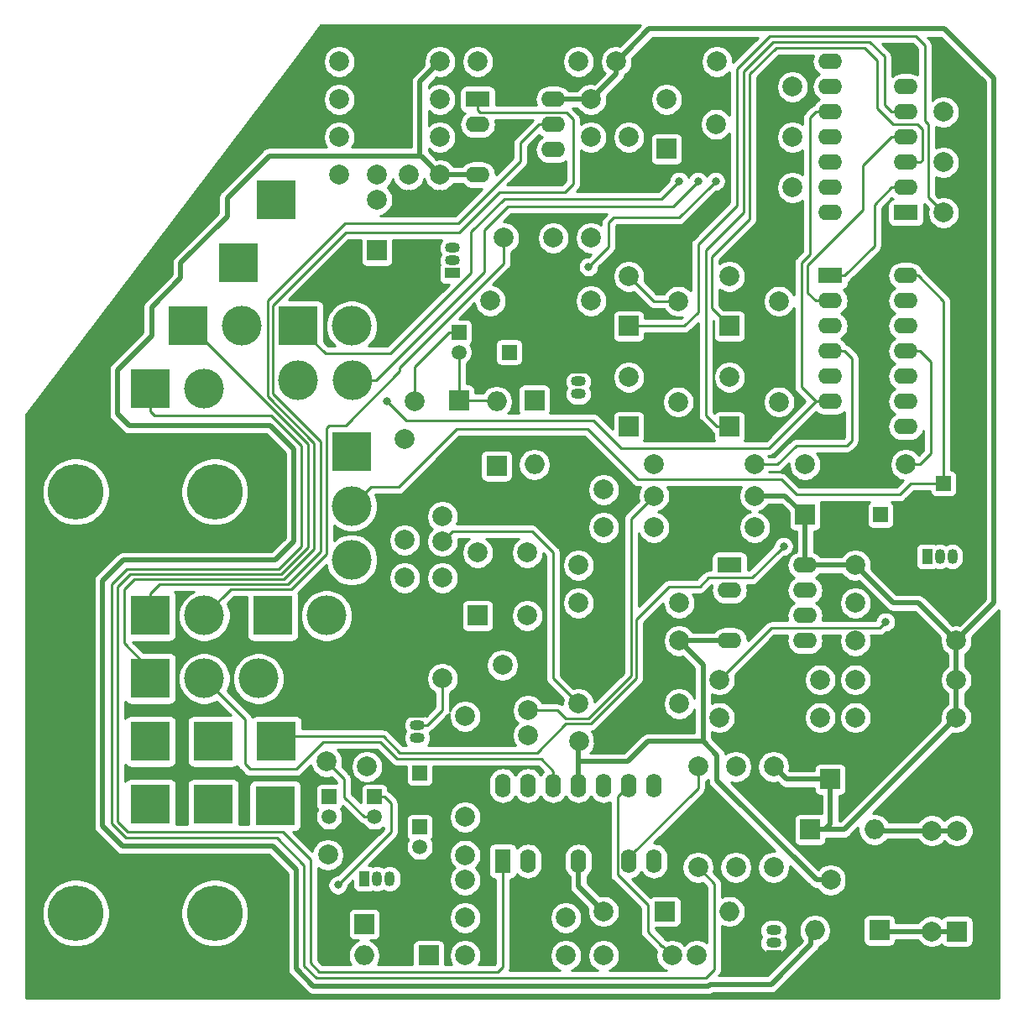
<source format=gbl>
%TF.GenerationSoftware,KiCad,Pcbnew,5.1.5+dfsg1-2build2*%
%TF.CreationDate,2021-06-07T13:35:25+02:00*%
%TF.ProjectId,Drum_H_v2,4472756d-5f48-45f7-9632-2e6b69636164,rev?*%
%TF.SameCoordinates,Original*%
%TF.FileFunction,Copper,L2,Bot*%
%TF.FilePolarity,Positive*%
%FSLAX46Y46*%
G04 Gerber Fmt 4.6, Leading zero omitted, Abs format (unit mm)*
G04 Created by KiCad (PCBNEW 5.1.5+dfsg1-2build2) date 2021-06-07 13:35:25*
%MOMM*%
%LPD*%
G04 APERTURE LIST*
%TA.AperFunction,ComponentPad*%
%ADD10R,4.000000X4.000000*%
%TD*%
%TA.AperFunction,ComponentPad*%
%ADD11C,5.600000*%
%TD*%
%TA.AperFunction,ComponentPad*%
%ADD12C,2.000000*%
%TD*%
%TA.AperFunction,ComponentPad*%
%ADD13R,2.000000X2.000000*%
%TD*%
%TA.AperFunction,ComponentPad*%
%ADD14R,1.050000X1.500000*%
%TD*%
%TA.AperFunction,ComponentPad*%
%ADD15O,1.050000X1.500000*%
%TD*%
%TA.AperFunction,ComponentPad*%
%ADD16R,1.500000X1.050000*%
%TD*%
%TA.AperFunction,ComponentPad*%
%ADD17O,1.500000X1.050000*%
%TD*%
%TA.AperFunction,ComponentPad*%
%ADD18C,1.500000*%
%TD*%
%TA.AperFunction,ComponentPad*%
%ADD19R,1.500000X1.500000*%
%TD*%
%TA.AperFunction,ComponentPad*%
%ADD20C,4.000000*%
%TD*%
%TA.AperFunction,ComponentPad*%
%ADD21O,2.400000X1.600000*%
%TD*%
%TA.AperFunction,ComponentPad*%
%ADD22R,2.400000X1.600000*%
%TD*%
%TA.AperFunction,ComponentPad*%
%ADD23O,1.600000X2.400000*%
%TD*%
%TA.AperFunction,ComponentPad*%
%ADD24R,1.600000X2.400000*%
%TD*%
%TA.AperFunction,ComponentPad*%
%ADD25O,2.000000X2.000000*%
%TD*%
%TA.AperFunction,ViaPad*%
%ADD26C,0.800000*%
%TD*%
%TA.AperFunction,Conductor*%
%ADD27C,0.250000*%
%TD*%
%TA.AperFunction,Conductor*%
%ADD28C,0.500000*%
%TD*%
%TA.AperFunction,Conductor*%
%ADD29C,0.254000*%
%TD*%
G04 APERTURE END LIST*
D10*
%TO.P,REF\002A\002A,1*%
%TO.N,GND*%
X154483000Y-119638000D03*
%TD*%
%TO.P,REF\002A\002A,1*%
%TO.N,GND*%
X154483000Y-100638000D03*
%TD*%
D11*
%TO.P,REF\002A\002A,1*%
%TO.N,N/C*%
X156000000Y-88000000D03*
%TD*%
%TO.P,REF\002A\002A,1*%
%TO.N,N/C*%
X156000000Y-130500000D03*
%TD*%
%TO.P,REF\002A\002A,1*%
%TO.N,N/C*%
X170000000Y-130500000D03*
%TD*%
%TO.P,REF\002A\002A,1*%
%TO.N,N/C*%
X170000000Y-88000000D03*
%TD*%
D12*
%TO.P,R28,2*%
%TO.N,Net-(R22-Pad1)*%
X218745000Y-115730000D03*
%TO.P,R28,1*%
%TO.N,Net-(R28-Pad1)*%
X218745000Y-125890000D03*
%TD*%
%TO.P,R30,2*%
%TO.N,GND*%
X181407000Y-134780000D03*
%TO.P,R30,1*%
%TO.N,Net-(C34-Pad2)*%
X181407000Y-124620000D03*
%TD*%
%TO.P,R14,2*%
%TO.N,GND*%
X185344000Y-105570000D03*
%TO.P,R14,1*%
%TO.N,OH_Trigg*%
X185344000Y-115730000D03*
%TD*%
%TO.P,R35,2*%
%TO.N,+12V*%
X244780000Y-110777000D03*
%TO.P,R35,1*%
%TO.N,Net-(Q6-Pad3)*%
X234620000Y-110777000D03*
%TD*%
%TO.P,R34,2*%
%TO.N,CH_Trigg*%
X231064000Y-110777000D03*
%TO.P,R34,1*%
%TO.N,Net-(Q6-Pad2)*%
X220904000Y-110777000D03*
%TD*%
%TO.P,R33,2*%
%TO.N,+12V*%
X244780000Y-106967000D03*
%TO.P,R33,1*%
%TO.N,Net-(Q5-Pad3)*%
X234620000Y-106967000D03*
%TD*%
%TO.P,R32,2*%
%TO.N,OH_Trigg*%
X231064000Y-106967000D03*
%TO.P,R32,1*%
%TO.N,Net-(Q5-Pad2)*%
X220904000Y-106967000D03*
%TD*%
%TO.P,R29,2*%
%TO.N,GND*%
X189154000Y-106840000D03*
%TO.P,R29,1*%
%TO.N,Net-(R29-Pad1)*%
X189154000Y-96680000D03*
%TD*%
%TO.P,R24,2*%
%TO.N,GND*%
X244780000Y-99220000D03*
%TO.P,R24,1*%
%TO.N,Net-(C26-Pad1)*%
X234620000Y-99220000D03*
%TD*%
%TO.P,R12,2*%
%TO.N,Net-(C12-Pad1)*%
X206680000Y-95410000D03*
%TO.P,R12,1*%
%TO.N,GND*%
X216840000Y-95410000D03*
%TD*%
%TO.P,R8,2*%
%TO.N,Net-(R7-Pad1)*%
X229540000Y-85250000D03*
%TO.P,R8,1*%
%TO.N,Net-(R8-Pad1)*%
X239700000Y-85250000D03*
%TD*%
%TO.P,R13,2*%
%TO.N,Net-(C12-Pad1)*%
X206680000Y-99220000D03*
%TO.P,R13,1*%
%TO.N,Net-(R13-Pad1)*%
X216840000Y-99220000D03*
%TD*%
%TO.P,R9,2*%
%TO.N,Net-(R7-Pad1)*%
X224460000Y-91600000D03*
%TO.P,R9,1*%
%TO.N,Net-(C11-Pad1)*%
X214300000Y-91600000D03*
%TD*%
%TO.P,R23,2*%
%TO.N,Net-(C26-Pad1)*%
X234620000Y-103030000D03*
%TO.P,R23,1*%
%TO.N,+12V*%
X244780000Y-103030000D03*
%TD*%
%TO.P,R7,2*%
%TO.N,Net-(R7-Pad2)*%
X224460000Y-85250000D03*
%TO.P,R7,1*%
%TO.N,Net-(R7-Pad1)*%
X214300000Y-85250000D03*
%TD*%
%TO.P,R18,2*%
%TO.N,Net-(C16-Pad1)*%
X207950000Y-68740000D03*
%TO.P,R18,1*%
%TO.N,Net-(R18-Pad1)*%
X197790000Y-68740000D03*
%TD*%
%TO.P,R15,2*%
%TO.N,GND*%
X190170000Y-68740000D03*
%TO.P,R15,1*%
%TO.N,CH_Trigg*%
X190170000Y-78900000D03*
%TD*%
%TO.P,R20,2*%
%TO.N,Net-(C18-Pad2)*%
X189154000Y-92870000D03*
%TO.P,R20,1*%
%TO.N,Net-(C16-Pad1)*%
X189154000Y-82710000D03*
%TD*%
%TO.P,R26,2*%
%TO.N,Net-(C28-Pad2)*%
X214300000Y-88425000D03*
%TO.P,R26,1*%
%TO.N,+12V*%
X224460000Y-88425000D03*
%TD*%
%TO.P,R31,2*%
%TO.N,GND*%
X181280000Y-105062000D03*
%TO.P,R31,1*%
%TO.N,Net-(C35-Pad2)*%
X181280000Y-115222000D03*
%TD*%
%TO.P,R22,2*%
%TO.N,Net-(C18-Pad1)*%
X206680000Y-109380000D03*
%TO.P,R22,1*%
%TO.N,Net-(R22-Pad1)*%
X216840000Y-109380000D03*
%TD*%
%TO.P,R16,2*%
%TO.N,Net-(R16-Pad2)*%
X192964000Y-96680000D03*
%TO.P,R16,1*%
%TO.N,Net-(Q2-Pad2)*%
X192964000Y-106840000D03*
%TD*%
%TO.P,R3,2*%
%TO.N,Net-(Q1-Pad2)*%
X182550000Y-44610000D03*
%TO.P,R3,1*%
%TO.N,-12V*%
X192710000Y-44610000D03*
%TD*%
%TO.P,R10,2*%
%TO.N,Net-(C10-Pad1)*%
X211760000Y-52230000D03*
%TO.P,R10,1*%
%TO.N,GND*%
X211760000Y-62390000D03*
%TD*%
%TO.P,R4,2*%
%TO.N,Net-(C6-Pad1)*%
X182550000Y-56040000D03*
%TO.P,R4,1*%
%TO.N,GND*%
X182550000Y-66200000D03*
%TD*%
%TO.P,R11,2*%
%TO.N,Net-(C10-Pad1)*%
X207950000Y-62390000D03*
%TO.P,R11,1*%
%TO.N,Net-(R11-Pad1)*%
X207950000Y-52230000D03*
%TD*%
%TO.P,R5,2*%
%TO.N,Net-(C6-Pad1)*%
X192710000Y-52230000D03*
%TO.P,R5,1*%
%TO.N,Net-(R5-Pad1)*%
X182550000Y-52230000D03*
%TD*%
%TO.P,R2,2*%
%TO.N,Net-(C1-Pad1)*%
X206680000Y-44610000D03*
%TO.P,R2,1*%
%TO.N,Net-(C6-Pad2)*%
X196520000Y-44610000D03*
%TD*%
%TO.P,R17,2*%
%TO.N,Net-(C15-Pad1)*%
X195250000Y-134780000D03*
%TO.P,R17,1*%
%TO.N,Net-(R17-Pad1)*%
X205410000Y-134780000D03*
%TD*%
%TO.P,R1,2*%
%TO.N,Net-(C1-Pad1)*%
X220650000Y-44610000D03*
%TO.P,R1,1*%
%TO.N,+12V*%
X210490000Y-44610000D03*
%TD*%
%TO.P,R6,2*%
%TO.N,Net-(R5-Pad1)*%
X182550000Y-48420000D03*
%TO.P,R6,1*%
%TO.N,Net-(R6-Pad1)*%
X192710000Y-48420000D03*
%TD*%
%TO.P,R19,2*%
%TO.N,Net-(C17-Pad2)*%
X205410000Y-130970000D03*
%TO.P,R19,1*%
%TO.N,Net-(C15-Pad1)*%
X195250000Y-130970000D03*
%TD*%
%TO.P,R25,2*%
%TO.N,Net-(C27-Pad1)*%
X226365000Y-125890000D03*
%TO.P,R25,1*%
%TO.N,+12V*%
X226365000Y-115730000D03*
%TD*%
%TO.P,R21,2*%
%TO.N,Net-(C17-Pad1)*%
X195250000Y-120810000D03*
%TO.P,R21,1*%
%TO.N,Net-(R21-Pad1)*%
X195250000Y-110650000D03*
%TD*%
%TO.P,R27,2*%
%TO.N,Net-(R21-Pad1)*%
X222555000Y-115730000D03*
%TO.P,R27,1*%
%TO.N,Net-(R27-Pad1)*%
X222555000Y-125890000D03*
%TD*%
%TO.P,RV8,2*%
%TO.N,Metal*%
X199020000Y-105490000D03*
D13*
%TO.P,RV8,1*%
%TO.N,Net-(R13-Pad1)*%
X196520000Y-100490000D03*
D12*
%TO.P,RV8,3*%
%TO.N,Metal*%
X201520000Y-100490000D03*
%TD*%
D10*
%TO.P,REF\002A\002A,1*%
%TO.N,GND*%
X154483000Y-109888000D03*
%TD*%
%TO.P,CH_LED,2*%
%TO.N,Net-(D10-Pad2)*%
X176073000Y-119667000D03*
%TD*%
%TO.P,OH_LED,1*%
%TO.N,Net-(D9-Pad2)*%
X176200000Y-113190000D03*
%TD*%
D14*
%TO.P,Q5,1*%
%TO.N,Net-(D9-Pad2)*%
X241859000Y-94521000D03*
D15*
%TO.P,Q5,3*%
%TO.N,Net-(Q5-Pad3)*%
X244399000Y-94521000D03*
%TO.P,Q5,2*%
%TO.N,Net-(Q5-Pad2)*%
X243129000Y-94521000D03*
%TD*%
D10*
%TO.P,J4,2*%
%TO.N,Net-(C34-Pad2)*%
X169850000Y-119540000D03*
%TD*%
%TO.P,J5,2*%
%TO.N,Net-(C35-Pad2)*%
X169850000Y-113190000D03*
%TD*%
D14*
%TO.P,Q6,1*%
%TO.N,Net-(D10-Pad2)*%
X185090000Y-127033000D03*
D15*
%TO.P,Q6,3*%
%TO.N,Net-(Q6-Pad3)*%
X187630000Y-127033000D03*
%TO.P,Q6,2*%
%TO.N,Net-(Q6-Pad2)*%
X186360000Y-127033000D03*
%TD*%
D16*
%TO.P,Q4,1*%
%TO.N,GND*%
X206680000Y-75598000D03*
D17*
%TO.P,Q4,3*%
%TO.N,Net-(C20-Pad1)*%
X206680000Y-78138000D03*
%TO.P,Q4,2*%
%TO.N,Net-(C28-Pad2)*%
X206680000Y-76868000D03*
%TD*%
D16*
%TO.P,Q3,1*%
%TO.N,GND*%
X226365000Y-134780000D03*
D17*
%TO.P,Q3,3*%
%TO.N,Net-(C19-Pad1)*%
X226365000Y-132240000D03*
%TO.P,Q3,2*%
%TO.N,Net-(C27-Pad1)*%
X226365000Y-133510000D03*
%TD*%
D16*
%TO.P,Q1,1*%
%TO.N,Net-(C6-Pad2)*%
X193980000Y-65946000D03*
D17*
%TO.P,Q1,3*%
%TO.N,Net-(Q1-Pad3)*%
X193980000Y-63406000D03*
%TO.P,Q1,2*%
%TO.N,Net-(Q1-Pad2)*%
X193980000Y-64676000D03*
%TD*%
D18*
%TO.P,C34,2*%
%TO.N,Net-(C34-Pad2)*%
X181534000Y-120778000D03*
D19*
%TO.P,C34,1*%
%TO.N,Net-(C34-Pad1)*%
X181534000Y-118778000D03*
%TD*%
D18*
%TO.P,C13,2*%
%TO.N,Net-(C13-Pad2)*%
X190678000Y-123826000D03*
D19*
%TO.P,C13,1*%
%TO.N,OH_Trigg*%
X190678000Y-121826000D03*
%TD*%
D20*
%TO.P,10k,3*%
%TO.N,Net-(C10-Pad2)*%
X168945000Y-100490000D03*
D10*
%TO.P,10k,1*%
%TO.N,Net-(R6-Pad1)*%
X163500000Y-100490000D03*
%TD*%
D21*
%TO.P,U4,8*%
%TO.N,+12V*%
X229540000Y-95410000D03*
%TO.P,U4,4*%
%TO.N,-12V*%
X221920000Y-103030000D03*
%TO.P,U4,7*%
%TO.N,Net-(RV14-Pad1)*%
X229540000Y-97950000D03*
%TO.P,U4,3*%
%TO.N,GND*%
X221920000Y-100490000D03*
%TO.P,U4,6*%
%TO.N,Net-(RV14-Pad1)*%
X229540000Y-100490000D03*
%TO.P,U4,2*%
%TO.N,Net-(R13-Pad1)*%
X221920000Y-97950000D03*
%TO.P,U4,5*%
%TO.N,Net-(C26-Pad1)*%
X229540000Y-103030000D03*
D22*
%TO.P,U4,1*%
%TO.N,Metal*%
X221920000Y-95410000D03*
%TD*%
D21*
%TO.P,U2,14*%
%TO.N,Net-(C33-Pad1)*%
X239700000Y-66200000D03*
%TO.P,U2,7*%
%TO.N,GND*%
X232080000Y-81440000D03*
%TO.P,U2,13*%
%TO.N,Net-(U2-Pad10)*%
X239700000Y-68740000D03*
%TO.P,U2,6*%
%TO.N,Net-(RV5-Pad2)*%
X232080000Y-78900000D03*
%TO.P,U2,12*%
%TO.N,Net-(RV5-Pad4)*%
X239700000Y-71280000D03*
%TO.P,U2,5*%
%TO.N,Net-(U2-Pad3)*%
X232080000Y-76360000D03*
%TO.P,U2,11*%
%TO.N,Net-(R8-Pad1)*%
X239700000Y-73820000D03*
%TO.P,U2,4*%
%TO.N,Net-(R7-Pad2)*%
X232080000Y-73820000D03*
%TO.P,U2,10*%
%TO.N,Net-(U2-Pad10)*%
X239700000Y-76360000D03*
%TO.P,U2,3*%
%TO.N,Net-(U2-Pad3)*%
X232080000Y-71280000D03*
%TO.P,U2,9*%
%TO.N,Net-(RV3-Pad2)*%
X239700000Y-78900000D03*
%TO.P,U2,2*%
%TO.N,Net-(RV2-Pad2)*%
X232080000Y-68740000D03*
%TO.P,U2,8*%
%TO.N,Net-(RV4-Pad2)*%
X239700000Y-81440000D03*
D22*
%TO.P,U2,1*%
%TO.N,Net-(RV1-Pad2)*%
X232080000Y-66200000D03*
%TD*%
D21*
%TO.P,U1,14*%
%TO.N,Net-(C33-Pad1)*%
X232080000Y-59850000D03*
%TO.P,U1,7*%
%TO.N,GND*%
X239700000Y-44610000D03*
%TO.P,U1,13*%
%TO.N,Net-(C8-Pad1)*%
X232080000Y-57310000D03*
%TO.P,U1,6*%
%TO.N,Net-(RV3-Pad2)*%
X239700000Y-47150000D03*
%TO.P,U1,12*%
%TO.N,Net-(RV5-Pad4)*%
X232080000Y-54770000D03*
%TO.P,U1,5*%
%TO.N,Net-(C4-Pad1)*%
X239700000Y-49690000D03*
%TO.P,U1,11*%
%TO.N,Net-(C7-Pad1)*%
X232080000Y-52230000D03*
%TO.P,U1,4*%
%TO.N,Net-(RV2-Pad2)*%
X239700000Y-52230000D03*
%TO.P,U1,10*%
%TO.N,Net-(RV5-Pad2)*%
X232080000Y-49690000D03*
%TO.P,U1,3*%
%TO.N,Net-(C3-Pad1)*%
X239700000Y-54770000D03*
%TO.P,U1,9*%
%TO.N,Net-(C5-Pad1)*%
X232080000Y-47150000D03*
%TO.P,U1,2*%
%TO.N,Net-(RV1-Pad2)*%
X239700000Y-57310000D03*
%TO.P,U1,8*%
%TO.N,Net-(RV4-Pad2)*%
X232080000Y-44610000D03*
D22*
%TO.P,U1,1*%
%TO.N,Net-(C2-Pad1)*%
X239700000Y-59850000D03*
%TD*%
D21*
%TO.P,U3,8*%
%TO.N,+12V*%
X204140000Y-48420000D03*
%TO.P,U3,4*%
%TO.N,-12V*%
X196520000Y-56040000D03*
%TO.P,U3,7*%
%TO.N,White_Noise*%
X204140000Y-50960000D03*
%TO.P,U3,3*%
%TO.N,GND*%
X196520000Y-53500000D03*
%TO.P,U3,6*%
%TO.N,Net-(R11-Pad1)*%
X204140000Y-53500000D03*
%TO.P,U3,2*%
%TO.N,Net-(R5-Pad1)*%
X196520000Y-50960000D03*
%TO.P,U3,5*%
%TO.N,GND*%
X204140000Y-56040000D03*
D22*
%TO.P,U3,1*%
%TO.N,Net-(R6-Pad1)*%
X196520000Y-48420000D03*
%TD*%
D23*
%TO.P,U5,14*%
%TO.N,Mix_2*%
X199060000Y-117635000D03*
%TO.P,U5,7*%
%TO.N,Net-(R28-Pad1)*%
X214300000Y-125255000D03*
%TO.P,U5,13*%
%TO.N,Mix_2*%
X201600000Y-117635000D03*
%TO.P,U5,6*%
%TO.N,Net-(R22-Pad1)*%
X211760000Y-125255000D03*
%TO.P,U5,12*%
%TO.N,Net-(RV9-Pad2)*%
X204140000Y-117635000D03*
%TO.P,U5,5*%
%TO.N,GND*%
X209220000Y-125255000D03*
%TO.P,U5,11*%
%TO.N,-12V*%
X206680000Y-117635000D03*
%TO.P,U5,4*%
%TO.N,+12V*%
X206680000Y-125255000D03*
%TO.P,U5,10*%
%TO.N,Net-(RV9-Pad2)*%
X209220000Y-117635000D03*
%TO.P,U5,3*%
%TO.N,GND*%
X204140000Y-125255000D03*
%TO.P,U5,9*%
%TO.N,Mix_1*%
X211760000Y-117635000D03*
%TO.P,U5,2*%
%TO.N,Net-(R21-Pad1)*%
X201600000Y-125255000D03*
%TO.P,U5,8*%
%TO.N,Mix_1*%
X214300000Y-117635000D03*
D24*
%TO.P,U5,1*%
%TO.N,Net-(R27-Pad1)*%
X199060000Y-125255000D03*
%TD*%
D20*
%TO.P,SW1,2*%
%TO.N,CH_Trigg*%
X181280000Y-100490000D03*
D10*
%TO.P,SW1,1*%
%TO.N,Net-(R16-Pad2)*%
X175835000Y-100490000D03*
%TD*%
D12*
%TO.P,RV4,2*%
%TO.N,Net-(RV4-Pad2)*%
X216760000Y-78940000D03*
D13*
%TO.P,RV4,1*%
%TO.N,Net-(C5-Pad1)*%
X211760000Y-81440000D03*
D12*
%TO.P,RV4,3*%
%TO.N,Net-(RV4-Pad2)*%
X211760000Y-76440000D03*
%TD*%
%TO.P,RV3,2*%
%TO.N,Net-(RV3-Pad2)*%
X226920000Y-78940000D03*
D13*
%TO.P,RV3,1*%
%TO.N,Net-(C4-Pad1)*%
X221920000Y-81440000D03*
D12*
%TO.P,RV3,3*%
%TO.N,Net-(RV3-Pad2)*%
X221920000Y-76440000D03*
%TD*%
D20*
%TO.P,10k,3*%
%TO.N,Net-(R29-Pad1)*%
X183820000Y-94870000D03*
%TO.P,10k,2*%
%TO.N,Net-(C33-Pad1)*%
X183820000Y-89425000D03*
D10*
%TO.P,10k,1*%
%TO.N,Net-(RV14-Pad1)*%
X183820000Y-83980000D03*
%TD*%
D20*
%TO.P,100k,3*%
%TO.N,Metal*%
X174390000Y-106840000D03*
%TO.P,100k,2*%
%TO.N,Net-(RV9-Pad2)*%
X168945000Y-106840000D03*
D10*
%TO.P,100k,1*%
%TO.N,White_Noise*%
X163500000Y-106840000D03*
%TD*%
D20*
%TO.P,100k,5*%
%TO.N,Net-(RV5-Pad4)*%
X183875000Y-76780000D03*
%TO.P,100k,6*%
%TO.N,Net-(C8-Pad1)*%
X178375000Y-76780000D03*
%TO.P,100k,2*%
%TO.N,Net-(RV5-Pad2)*%
X183820000Y-71280000D03*
D10*
%TO.P,100k,1*%
%TO.N,Net-(C7-Pad1)*%
X178375000Y-71280000D03*
%TD*%
D12*
%TO.P,RV2,2*%
%TO.N,Net-(RV2-Pad2)*%
X226920000Y-68780000D03*
D13*
%TO.P,RV2,1*%
%TO.N,Net-(C3-Pad1)*%
X221920000Y-71280000D03*
D12*
%TO.P,RV2,3*%
%TO.N,Net-(RV2-Pad2)*%
X221920000Y-66280000D03*
%TD*%
%TO.P,RV1,2*%
%TO.N,Net-(RV1-Pad2)*%
X216760000Y-68780000D03*
D13*
%TO.P,RV1,1*%
%TO.N,Net-(C2-Pad1)*%
X211760000Y-71280000D03*
D12*
%TO.P,RV1,3*%
%TO.N,Net-(RV1-Pad2)*%
X211760000Y-66280000D03*
%TD*%
D10*
%TO.P,100k,1*%
%TO.N,Net-(R18-Pad1)*%
X172390000Y-64930000D03*
%TD*%
D20*
%TO.P,100k,2*%
%TO.N,Net-(C35-Pad1)*%
X168945000Y-77630000D03*
D10*
%TO.P,100k,1*%
%TO.N,Net-(R28-Pad1)*%
X163500000Y-77630000D03*
%TD*%
%TO.P,OH Dec,1*%
%TO.N,Net-(R17-Pad1)*%
X176200000Y-58580000D03*
%TD*%
D12*
%TO.P,RV7,2*%
%TO.N,White_Noise*%
X220570000Y-50920000D03*
D13*
%TO.P,RV7,1*%
%TO.N,Net-(R11-Pad1)*%
X215570000Y-53420000D03*
D12*
%TO.P,RV7,3*%
%TO.N,White_Noise*%
X215570000Y-48420000D03*
%TD*%
D20*
%TO.P,100k,2*%
%TO.N,Net-(C34-Pad1)*%
X172755000Y-71280000D03*
D10*
%TO.P,100k,1*%
%TO.N,Net-(R27-Pad1)*%
X167310000Y-71280000D03*
%TD*%
D16*
%TO.P,Q2,1*%
%TO.N,GND*%
X190424000Y-110269000D03*
D17*
%TO.P,Q2,3*%
%TO.N,Net-(C15-Pad1)*%
X190424000Y-112809000D03*
%TO.P,Q2,2*%
%TO.N,Net-(Q2-Pad2)*%
X190424000Y-111539000D03*
%TD*%
D12*
%TO.P,J3,10*%
%TO.N,Net-(D7-Pad2)*%
X242340000Y-122180000D03*
%TO.P,J3,9*%
X244880000Y-122180000D03*
%TO.P,J3,8*%
%TO.N,GND*%
X242340000Y-124720000D03*
%TO.P,J3,7*%
X244880000Y-124720000D03*
%TO.P,J3,6*%
X242340000Y-127260000D03*
%TO.P,J3,5*%
X244880000Y-127260000D03*
%TO.P,J3,4*%
X242340000Y-129800000D03*
%TO.P,J3,3*%
X244880000Y-129800000D03*
%TO.P,J3,2*%
%TO.N,Net-(D8-Pad1)*%
X242340000Y-132340000D03*
D13*
%TO.P,J3,1*%
X244880000Y-132340000D03*
%TD*%
D10*
%TO.P,J2,1*%
%TO.N,CH_Trigg*%
X163500000Y-113190000D03*
%TD*%
%TO.P,J1,1*%
%TO.N,OH_Trigg*%
X163500000Y-119540000D03*
%TD*%
D25*
%TO.P,D8,2*%
%TO.N,-12V*%
X230541000Y-132240000D03*
D13*
%TO.P,D8,1*%
%TO.N,Net-(D8-Pad1)*%
X237041000Y-132240000D03*
%TD*%
D25*
%TO.P,D7,2*%
%TO.N,Net-(D7-Pad2)*%
X236540000Y-122080000D03*
D13*
%TO.P,D7,1*%
%TO.N,+12V*%
X230040000Y-122080000D03*
%TD*%
D25*
%TO.P,D2,2*%
%TO.N,GND*%
X194615000Y-85250000D03*
D13*
%TO.P,D2,1*%
%TO.N,Net-(C14-Pad2)*%
X194615000Y-78750000D03*
%TD*%
D25*
%TO.P,D6,2*%
%TO.N,Net-(C18-Pad2)*%
X202235000Y-85250000D03*
D13*
%TO.P,D6,1*%
%TO.N,Net-(C20-Pad1)*%
X202235000Y-78750000D03*
%TD*%
D25*
%TO.P,D4,2*%
%TO.N,Net-(C14-Pad2)*%
X198425000Y-78900000D03*
D13*
%TO.P,D4,1*%
%TO.N,Net-(C16-Pad1)*%
X198425000Y-85400000D03*
%TD*%
D25*
%TO.P,D1,2*%
%TO.N,GND*%
X191590000Y-131605000D03*
D13*
%TO.P,D1,1*%
%TO.N,Net-(C13-Pad2)*%
X185090000Y-131605000D03*
%TD*%
%TO.P,D5,1*%
%TO.N,Net-(C19-Pad1)*%
X215420000Y-130335000D03*
D25*
%TO.P,D5,2*%
%TO.N,Net-(C17-Pad2)*%
X221920000Y-130335000D03*
%TD*%
%TO.P,D3,2*%
%TO.N,Net-(C13-Pad2)*%
X185075000Y-134780000D03*
D13*
%TO.P,D3,1*%
%TO.N,Net-(C15-Pad1)*%
X191575000Y-134780000D03*
%TD*%
D12*
%TO.P,C32,2*%
%TO.N,-12V*%
X206720000Y-113190000D03*
%TO.P,C32,1*%
%TO.N,GND*%
X209220000Y-113190000D03*
%TD*%
%TO.P,C30,2*%
%TO.N,-12V*%
X216840000Y-103030000D03*
%TO.P,C30,1*%
%TO.N,GND*%
X214340000Y-103030000D03*
%TD*%
%TO.P,C25,2*%
%TO.N,-12V*%
X192710000Y-56040000D03*
%TO.P,C25,1*%
%TO.N,GND*%
X192710000Y-58540000D03*
%TD*%
%TO.P,C23,2*%
%TO.N,-12V*%
X232120000Y-127160000D03*
D13*
%TO.P,C23,1*%
%TO.N,GND*%
X234620000Y-127160000D03*
%TD*%
D12*
%TO.P,C31,2*%
%TO.N,GND*%
X211720000Y-130335000D03*
%TO.P,C31,1*%
%TO.N,+12V*%
X209220000Y-130335000D03*
%TD*%
%TO.P,C29,2*%
%TO.N,GND*%
X237120000Y-95410000D03*
%TO.P,C29,1*%
%TO.N,+12V*%
X234620000Y-95410000D03*
%TD*%
%TO.P,C24,2*%
%TO.N,GND*%
X210450000Y-48420000D03*
%TO.P,C24,1*%
%TO.N,+12V*%
X207950000Y-48420000D03*
%TD*%
%TO.P,C22,2*%
%TO.N,GND*%
X234580000Y-117000000D03*
D13*
%TO.P,C22,1*%
%TO.N,+12V*%
X232080000Y-117000000D03*
%TD*%
D12*
%TO.P,C5,2*%
%TO.N,GND*%
X225770000Y-47150000D03*
%TO.P,C5,1*%
%TO.N,Net-(C5-Pad1)*%
X228270000Y-47150000D03*
%TD*%
%TO.P,C4,2*%
%TO.N,GND*%
X246010000Y-49690000D03*
%TO.P,C4,1*%
%TO.N,Net-(C4-Pad1)*%
X243510000Y-49690000D03*
%TD*%
%TO.P,C8,2*%
%TO.N,GND*%
X225770000Y-57310000D03*
%TO.P,C8,1*%
%TO.N,Net-(C8-Pad1)*%
X228270000Y-57310000D03*
%TD*%
D18*
%TO.P,C33,2*%
%TO.N,GND*%
X245510000Y-87155000D03*
D19*
%TO.P,C33,1*%
%TO.N,Net-(C33-Pad1)*%
X243510000Y-87155000D03*
%TD*%
D18*
%TO.P,C26,2*%
%TO.N,GND*%
X239160000Y-90330000D03*
D19*
%TO.P,C26,1*%
%TO.N,Net-(C26-Pad1)*%
X237160000Y-90330000D03*
%TD*%
D12*
%TO.P,C11,2*%
%TO.N,GND*%
X206720000Y-91600000D03*
%TO.P,C11,1*%
%TO.N,Net-(C11-Pad1)*%
X209220000Y-91600000D03*
%TD*%
%TO.P,C21,2*%
%TO.N,GND*%
X232040000Y-90330000D03*
D13*
%TO.P,C21,1*%
%TO.N,+12V*%
X229540000Y-90330000D03*
%TD*%
D12*
%TO.P,C12,2*%
%TO.N,Net-(C11-Pad1)*%
X201520000Y-94140000D03*
%TO.P,C12,1*%
%TO.N,Net-(C12-Pad1)*%
X196520000Y-94140000D03*
%TD*%
%TO.P,C3,2*%
%TO.N,GND*%
X246010000Y-54770000D03*
%TO.P,C3,1*%
%TO.N,Net-(C3-Pad1)*%
X243510000Y-54770000D03*
%TD*%
%TO.P,C7,2*%
%TO.N,GND*%
X225770000Y-52230000D03*
%TO.P,C7,1*%
%TO.N,Net-(C7-Pad1)*%
X228270000Y-52230000D03*
%TD*%
%TO.P,C2,2*%
%TO.N,GND*%
X246010000Y-59850000D03*
%TO.P,C2,1*%
%TO.N,Net-(C2-Pad1)*%
X243510000Y-59850000D03*
%TD*%
%TO.P,C28,2*%
%TO.N,Net-(C28-Pad2)*%
X201600000Y-110055000D03*
%TO.P,C28,1*%
%TO.N,Mix_2*%
X201600000Y-112555000D03*
%TD*%
%TO.P,C20,2*%
%TO.N,GND*%
X206720000Y-87790000D03*
%TO.P,C20,1*%
%TO.N,Net-(C20-Pad1)*%
X209220000Y-87790000D03*
%TD*%
D18*
%TO.P,C16,2*%
%TO.N,GND*%
X199695000Y-71915000D03*
D19*
%TO.P,C16,1*%
%TO.N,Net-(C16-Pad1)*%
X199695000Y-73915000D03*
%TD*%
D18*
%TO.P,C14,2*%
%TO.N,Net-(C14-Pad2)*%
X194615000Y-73915000D03*
D19*
%TO.P,C14,1*%
%TO.N,CH_Trigg*%
X194615000Y-71915000D03*
%TD*%
D18*
%TO.P,C35,2*%
%TO.N,Net-(C35-Pad2)*%
X186106000Y-120778000D03*
D19*
%TO.P,C35,1*%
%TO.N,Net-(C35-Pad1)*%
X186106000Y-118778000D03*
%TD*%
D12*
%TO.P,C18,2*%
%TO.N,Net-(C18-Pad2)*%
X192964000Y-90497000D03*
%TO.P,C18,1*%
%TO.N,Net-(C18-Pad1)*%
X192964000Y-92997000D03*
%TD*%
%TO.P,C9,2*%
%TO.N,GND*%
X189535000Y-58540000D03*
%TO.P,C9,1*%
%TO.N,Net-(C10-Pad2)*%
X189535000Y-56040000D03*
%TD*%
%TO.P,C1,2*%
%TO.N,GND*%
X188860000Y-63660000D03*
D13*
%TO.P,C1,1*%
%TO.N,Net-(C1-Pad1)*%
X186360000Y-63660000D03*
%TD*%
D12*
%TO.P,C10,2*%
%TO.N,Net-(C10-Pad2)*%
X199140000Y-62390000D03*
%TO.P,C10,1*%
%TO.N,Net-(C10-Pad1)*%
X204140000Y-62390000D03*
%TD*%
%TO.P,C6,2*%
%TO.N,Net-(C6-Pad2)*%
X186360000Y-58540000D03*
%TO.P,C6,1*%
%TO.N,Net-(C6-Pad1)*%
X186360000Y-56040000D03*
%TD*%
%TO.P,C27,2*%
%TO.N,Mix_1*%
X216118000Y-134780000D03*
%TO.P,C27,1*%
%TO.N,Net-(C27-Pad1)*%
X218618000Y-134780000D03*
%TD*%
%TO.P,C19,1*%
%TO.N,Net-(C19-Pad1)*%
X209220000Y-134780000D03*
%TO.P,C19,2*%
%TO.N,GND*%
X211720000Y-134780000D03*
%TD*%
D18*
%TO.P,C15,2*%
%TO.N,GND*%
X190678000Y-118365000D03*
D19*
%TO.P,C15,1*%
%TO.N,Net-(C15-Pad1)*%
X190678000Y-116365000D03*
%TD*%
D12*
%TO.P,C17,2*%
%TO.N,Net-(C17-Pad2)*%
X195250000Y-124660000D03*
%TO.P,C17,1*%
%TO.N,Net-(C17-Pad1)*%
X195250000Y-127160000D03*
%TD*%
D26*
%TO.N,Net-(C7-Pad1)*%
X216840000Y-56675000D03*
%TO.N,Net-(C8-Pad1)*%
X207696000Y-65311000D03*
X220523000Y-56675006D03*
%TO.N,Net-(C35-Pad1)*%
X182423004Y-127668000D03*
%TO.N,Net-(RV5-Pad4)*%
X218745000Y-56675000D03*
%TO.N,Net-(RV5-Pad2)*%
X187376000Y-78900000D03*
%TO.N,Net-(D9-Pad2)*%
X227381000Y-93505000D03*
%TO.N,Net-(Q5-Pad2)*%
X237668000Y-101125000D03*
%TD*%
D27*
%TO.N,Net-(C2-Pad1)*%
X218745000Y-69883000D02*
X217348000Y-71280000D01*
X218745000Y-63045000D02*
X218745000Y-69883000D01*
X217348000Y-71280000D02*
X211760000Y-71280000D01*
X225984000Y-42070000D02*
X222682000Y-45372000D01*
X222682000Y-59108000D02*
X218745000Y-63045000D01*
X240716000Y-42070000D02*
X225984000Y-42070000D01*
X241605000Y-42959000D02*
X240716000Y-42070000D01*
X241605000Y-50577589D02*
X241605000Y-42959000D01*
X241986000Y-50958589D02*
X241605000Y-50577589D01*
X222682000Y-45372000D02*
X222682000Y-59108000D01*
X241986000Y-58326000D02*
X241986000Y-50958589D01*
X243510000Y-59850000D02*
X241986000Y-58326000D01*
%TO.N,Net-(C3-Pad1)*%
X221920000Y-71280000D02*
X220142000Y-69502000D01*
X241150000Y-54770000D02*
X239700000Y-54770000D01*
X220142000Y-69502000D02*
X220142000Y-64295000D01*
X238430000Y-50960000D02*
X240843000Y-50960000D01*
X220142000Y-64295000D02*
X223952000Y-60485000D01*
X223952000Y-60485000D02*
X223952000Y-45880000D01*
X240843000Y-50960000D02*
X241351000Y-51468000D01*
X223952000Y-45880000D02*
X226619000Y-43213000D01*
X226619000Y-43213000D02*
X235509000Y-43213000D01*
X235509000Y-43213000D02*
X236779000Y-44483000D01*
X236779000Y-44483000D02*
X236779000Y-49309000D01*
X236779000Y-49309000D02*
X238430000Y-50960000D01*
X241351000Y-51468000D02*
X241351000Y-54569000D01*
X241351000Y-54569000D02*
X241150000Y-54770000D01*
%TO.N,Net-(C4-Pad1)*%
X220670000Y-81440000D02*
X221920000Y-81440000D01*
X219507000Y-80277000D02*
X220670000Y-81440000D01*
X219507000Y-63660000D02*
X219507000Y-80277000D01*
X223317000Y-59850000D02*
X219507000Y-63660000D01*
X223317000Y-45626000D02*
X223317000Y-59850000D01*
X236074989Y-42635989D02*
X226307011Y-42635989D01*
X237541000Y-44102000D02*
X236074989Y-42635989D01*
X237541000Y-48981000D02*
X237541000Y-44102000D01*
X238250000Y-49690000D02*
X237541000Y-48981000D01*
X226307011Y-42635989D02*
X223317000Y-45626000D01*
X239700000Y-49690000D02*
X238250000Y-49690000D01*
%TO.N,Net-(C7-Pad1)*%
X216440001Y-57074999D02*
X216840000Y-56675000D01*
X215062000Y-58453000D02*
X216440001Y-57074999D01*
X199187000Y-58453000D02*
X215062000Y-58453000D01*
X195846010Y-61793990D02*
X199187000Y-58453000D01*
X195846010Y-65939992D02*
X195846010Y-61793990D01*
X187712002Y-74074000D02*
X195846010Y-65939992D01*
X181153000Y-74074000D02*
X187712002Y-74074000D01*
X178375000Y-71296000D02*
X181153000Y-74074000D01*
X178375000Y-71280000D02*
X178375000Y-71296000D01*
%TO.N,Net-(C8-Pad1)*%
X210236000Y-60358000D02*
X216840006Y-60358000D01*
X209728000Y-60866000D02*
X210236000Y-60358000D01*
X216840006Y-60358000D02*
X220123001Y-57075005D01*
X209728000Y-63279000D02*
X209728000Y-60866000D01*
X220123001Y-57075005D02*
X220523000Y-56675006D01*
X207696000Y-65311000D02*
X209728000Y-63279000D01*
%TO.N,Net-(C10-Pad2)*%
X181534000Y-81313000D02*
X181280000Y-81567000D01*
X181280000Y-94267000D02*
X177724000Y-97823000D01*
X199140000Y-64956002D02*
X188646000Y-75450002D01*
X171612000Y-97823000D02*
X170944999Y-98490001D01*
X199140000Y-62390000D02*
X199140000Y-64956002D01*
X188646000Y-75450002D02*
X188646000Y-75852000D01*
X183185000Y-81313000D02*
X181534000Y-81313000D01*
X188646000Y-75852000D02*
X183185000Y-81313000D01*
X181280000Y-81567000D02*
X181280000Y-94267000D01*
X177724000Y-97823000D02*
X171612000Y-97823000D01*
X170944999Y-98490001D02*
X168945000Y-100490000D01*
%TO.N,Net-(C18-Pad1)*%
X206680000Y-109380000D02*
X204140000Y-106840000D01*
X204140000Y-106840000D02*
X204140000Y-94140000D01*
X193963999Y-91997001D02*
X192964000Y-92997000D01*
X201997001Y-91997001D02*
X193963999Y-91997001D01*
X204140000Y-94140000D02*
X201997001Y-91997001D01*
D28*
%TO.N,+12V*%
X232080000Y-121540000D02*
X232080000Y-117000000D01*
X231540000Y-122080000D02*
X232080000Y-121540000D01*
X230040000Y-122080000D02*
X231540000Y-122080000D01*
X227635000Y-117000000D02*
X226365000Y-115730000D01*
X232080000Y-117000000D02*
X227635000Y-117000000D01*
X234620000Y-95410000D02*
X229540000Y-95410000D01*
X229540000Y-95410000D02*
X229540000Y-90330000D01*
X227508000Y-88425000D02*
X224460000Y-88425000D01*
X229413000Y-90330000D02*
X227508000Y-88425000D01*
X229540000Y-90330000D02*
X229413000Y-90330000D01*
X210490000Y-45880000D02*
X207950000Y-48420000D01*
X210490000Y-44610000D02*
X210490000Y-45880000D01*
X238430000Y-99220000D02*
X234620000Y-95410000D01*
X240970000Y-99220000D02*
X238430000Y-99220000D01*
X244780000Y-103030000D02*
X240970000Y-99220000D01*
X207950000Y-48420000D02*
X204140000Y-48420000D01*
X206680000Y-127795000D02*
X206680000Y-125255000D01*
X209220000Y-130335000D02*
X206680000Y-127795000D01*
X244780000Y-106967000D02*
X244780000Y-110777000D01*
X244780000Y-110777000D02*
X244780000Y-103030000D01*
X233477000Y-122080000D02*
X244780000Y-110777000D01*
X230040000Y-122080000D02*
X233477000Y-122080000D01*
X244780000Y-103030000D02*
X248590000Y-99220000D01*
X211489999Y-43610001D02*
X210490000Y-44610000D01*
X248590000Y-99220000D02*
X248590000Y-46261000D01*
X248590000Y-46261000D02*
X243623989Y-41294989D01*
X243623989Y-41294989D02*
X213805011Y-41294989D01*
X213805011Y-41294989D02*
X211489999Y-43610001D01*
%TO.N,-12V*%
X206680000Y-113230000D02*
X206720000Y-113190000D01*
X216840000Y-103030000D02*
X221920000Y-103030000D01*
X192710000Y-56040000D02*
X196520000Y-56040000D01*
X190805000Y-54135000D02*
X192710000Y-56040000D01*
X175474998Y-54135000D02*
X190805000Y-54135000D01*
X190678000Y-54135000D02*
X175474998Y-54135000D01*
X190678000Y-46642000D02*
X190678000Y-54135000D01*
X192710000Y-44610000D02*
X190678000Y-46642000D01*
X219253000Y-113190000D02*
X219253000Y-105443000D01*
X220650000Y-114587000D02*
X219253000Y-113190000D01*
X220650000Y-117127000D02*
X220650000Y-114587000D01*
X230683000Y-127160000D02*
X220650000Y-117127000D01*
X219253000Y-105443000D02*
X216840000Y-103030000D01*
X232120000Y-127160000D02*
X230683000Y-127160000D01*
X230160000Y-132240000D02*
X230175000Y-132240000D01*
X230160000Y-133654213D02*
X230160000Y-132240000D01*
X219968031Y-137701000D02*
X226113213Y-137701000D01*
X219828020Y-137841011D02*
X219968031Y-137701000D01*
X178232000Y-136130031D02*
X179942980Y-137841011D01*
X178232000Y-126144000D02*
X178232000Y-136130031D01*
X226113213Y-137701000D02*
X230160000Y-133654213D01*
X179942980Y-137841011D02*
X219828020Y-137841011D01*
X175819000Y-123731000D02*
X178232000Y-126144000D01*
X158674000Y-121699000D02*
X160706000Y-123731000D01*
X158674000Y-96978147D02*
X158674000Y-121699000D01*
X160750147Y-94902000D02*
X158674000Y-96978147D01*
X176073000Y-94902000D02*
X160750147Y-94902000D01*
X177978000Y-92997000D02*
X176073000Y-94902000D01*
X175474998Y-54135000D02*
X171247000Y-58362998D01*
X177978000Y-83726000D02*
X177978000Y-92997000D01*
X160198000Y-80170000D02*
X161341000Y-81313000D01*
X160706000Y-123731000D02*
X175819000Y-123731000D01*
X161341000Y-81313000D02*
X175565000Y-81313000D01*
X171247000Y-58362998D02*
X171247000Y-60231000D01*
X171247000Y-60231000D02*
X166548000Y-64930000D01*
X166548000Y-64930000D02*
X166548000Y-66454000D01*
X163627000Y-72296000D02*
X160198000Y-75725000D01*
X166548000Y-66454000D02*
X163627000Y-69375000D01*
X163627000Y-69375000D02*
X163627000Y-72296000D01*
X160198000Y-75725000D02*
X160198000Y-80170000D01*
X175565000Y-81313000D02*
X177978000Y-83726000D01*
X219253000Y-113190000D02*
X213665000Y-113190000D01*
X211633000Y-115222000D02*
X206680000Y-115222000D01*
X213665000Y-113190000D02*
X211633000Y-115222000D01*
X206680000Y-115222000D02*
X206680000Y-113230000D01*
X206680000Y-117635000D02*
X206680000Y-115222000D01*
D27*
%TO.N,Net-(C35-Pad1)*%
X186106000Y-118778000D02*
X187106000Y-118778000D01*
X187106000Y-118778000D02*
X187757000Y-119429000D01*
X187757000Y-119429000D02*
X187757000Y-122334004D01*
X182823003Y-127268001D02*
X182423004Y-127668000D01*
X187757000Y-122334004D02*
X182823003Y-127268001D01*
%TO.N,Mix_1*%
X210617000Y-118778000D02*
X211760000Y-117635000D01*
X210617000Y-126652000D02*
X210617000Y-118778000D01*
X213665000Y-129700000D02*
X210617000Y-126652000D01*
X213665000Y-132367000D02*
X213665000Y-129700000D01*
X215078001Y-133780001D02*
X213665000Y-132367000D01*
X215118001Y-133780001D02*
X215078001Y-133780001D01*
X216118000Y-134780000D02*
X215118001Y-133780001D01*
%TO.N,Net-(Q2-Pad2)*%
X192964000Y-108254213D02*
X192964000Y-106840000D01*
X192964000Y-109999000D02*
X192964000Y-108254213D01*
X191424000Y-111539000D02*
X192964000Y-109999000D01*
X190424000Y-111539000D02*
X191424000Y-111539000D01*
%TO.N,White_Noise*%
X202690000Y-50960000D02*
X204140000Y-50960000D01*
X163500000Y-106840000D02*
X163500000Y-105951000D01*
X163500000Y-105951000D02*
X160833000Y-103284000D01*
X160833000Y-103284000D02*
X160833000Y-97823000D01*
X180010000Y-83091000D02*
X175311000Y-78392000D01*
X180010000Y-93759000D02*
X180010000Y-83091000D01*
X160833000Y-97823000D02*
X161849000Y-96807000D01*
X194575999Y-60905001D02*
X200838000Y-54643000D01*
X176962000Y-96807000D02*
X180010000Y-93759000D01*
X200838000Y-54643000D02*
X200838000Y-52812000D01*
X200838000Y-52812000D02*
X202690000Y-50960000D01*
X161849000Y-96807000D02*
X176962000Y-96807000D01*
X175311000Y-78392000D02*
X175311000Y-68740000D01*
X175311000Y-68740000D02*
X183145999Y-60905001D01*
X183145999Y-60905001D02*
X194575999Y-60905001D01*
%TO.N,Net-(R28-Pad1)*%
X159563000Y-121445000D02*
X159563000Y-97315000D01*
X161087000Y-95791000D02*
X176454000Y-95791000D01*
X218745000Y-125890000D02*
X220396000Y-127541000D01*
X176269011Y-122911011D02*
X161029011Y-122911011D01*
X220396000Y-127541000D02*
X220396000Y-136177000D01*
X220396000Y-136177000D02*
X219507000Y-137066000D01*
X219507000Y-137066000D02*
X180264000Y-137066000D01*
X178753011Y-83358011D02*
X175692000Y-80297000D01*
X175692000Y-80297000D02*
X163917000Y-80297000D01*
X163917000Y-80297000D02*
X163500000Y-79880000D01*
X178753011Y-93491989D02*
X178753011Y-83358011D01*
X163500000Y-79880000D02*
X163500000Y-77630000D01*
X159563000Y-97315000D02*
X161087000Y-95791000D01*
X161029011Y-122911011D02*
X159563000Y-121445000D01*
X179007011Y-125649011D02*
X176269011Y-122911011D01*
X180264000Y-137066000D02*
X179007011Y-135809011D01*
X176454000Y-95791000D02*
X178753011Y-93491989D01*
X179007011Y-135809011D02*
X179007011Y-125649011D01*
%TO.N,Net-(RV9-Pad2)*%
X204140000Y-116185000D02*
X204140000Y-117635000D01*
X188392000Y-114968000D02*
X202923000Y-114968000D01*
X186677500Y-113253500D02*
X188392000Y-114968000D01*
X202923000Y-114968000D02*
X204140000Y-116185000D01*
X180962500Y-113253500D02*
X186677500Y-113253500D01*
X173533000Y-115984000D02*
X178232000Y-115984000D01*
X173025000Y-115476000D02*
X173533000Y-115984000D01*
X173025000Y-110920000D02*
X173025000Y-115476000D01*
X178232000Y-115984000D02*
X180962500Y-113253500D01*
X168945000Y-106840000D02*
X173025000Y-110920000D01*
D28*
%TO.N,Net-(D7-Pad2)*%
X244880000Y-122180000D02*
X242340000Y-122180000D01*
X236640000Y-122180000D02*
X236540000Y-122080000D01*
X242340000Y-122180000D02*
X236640000Y-122180000D01*
%TO.N,Net-(D8-Pad1)*%
X244880000Y-132340000D02*
X242340000Y-132340000D01*
X237141000Y-132340000D02*
X237041000Y-132240000D01*
X242340000Y-132340000D02*
X237141000Y-132340000D01*
D27*
%TO.N,Net-(R6-Pad1)*%
X163500000Y-98240000D02*
X163500000Y-100490000D01*
X164425000Y-97315000D02*
X163500000Y-98240000D01*
X177343000Y-97315000D02*
X164425000Y-97315000D01*
X180645000Y-94013000D02*
X177343000Y-97315000D01*
X196520000Y-48420000D02*
X196520000Y-49470000D01*
X175819000Y-69250998D02*
X175819000Y-78138000D01*
X175819000Y-78138000D02*
X180645000Y-82964000D01*
X180645000Y-82964000D02*
X180645000Y-94013000D01*
X206172000Y-50452000D02*
X206172000Y-56929000D01*
X206172000Y-56929000D02*
X205283000Y-57818000D01*
X196795010Y-49745010D02*
X205465010Y-49745010D01*
X205465010Y-49745010D02*
X206172000Y-50452000D01*
X205283000Y-57818000D02*
X198679000Y-57818000D01*
X194615000Y-61882000D02*
X183187998Y-61882000D01*
X198679000Y-57818000D02*
X194615000Y-61882000D01*
X196520000Y-49470000D02*
X196795010Y-49745010D01*
X183187998Y-61882000D02*
X175819000Y-69250998D01*
%TO.N,Net-(R27-Pad1)*%
X167437000Y-71280000D02*
X167310000Y-71280000D01*
X179375000Y-83218000D02*
X167437000Y-71280000D01*
X199060000Y-135923000D02*
X198552000Y-136431000D01*
X161214000Y-122334000D02*
X160198000Y-121318000D01*
X198552000Y-136431000D02*
X180518000Y-136431000D01*
X180518000Y-136431000D02*
X179629000Y-135542000D01*
X179629000Y-135542000D02*
X179629000Y-125128000D01*
X179629000Y-125128000D02*
X176835000Y-122334000D01*
X160198000Y-121318000D02*
X160198000Y-97569000D01*
X161468000Y-96299000D02*
X176708000Y-96299000D01*
X176835000Y-122334000D02*
X161214000Y-122334000D01*
X199060000Y-125255000D02*
X199060000Y-135923000D01*
X160198000Y-97569000D02*
X161468000Y-96299000D01*
X179375000Y-93632000D02*
X179375000Y-83218000D01*
X176708000Y-96299000D02*
X179375000Y-93632000D01*
%TO.N,Net-(C14-Pad2)*%
X198275000Y-78750000D02*
X198425000Y-78900000D01*
X194615000Y-78750000D02*
X198275000Y-78750000D01*
X194615000Y-78750000D02*
X194615000Y-73915000D01*
%TO.N,Net-(C28-Pad2)*%
X213300001Y-89424999D02*
X214300000Y-88425000D01*
X212014000Y-106586000D02*
X212014000Y-90711000D01*
X207696000Y-110904000D02*
X212014000Y-106586000D01*
X212014000Y-90711000D02*
X213300001Y-89424999D01*
X205419611Y-110904000D02*
X207696000Y-110904000D01*
X204570611Y-110055000D02*
X205419611Y-110904000D01*
X201600000Y-110055000D02*
X204570611Y-110055000D01*
%TO.N,Net-(C33-Pad1)*%
X240933000Y-66200000D02*
X239700000Y-66200000D01*
X243510000Y-68777000D02*
X240933000Y-66200000D01*
X183820000Y-89425000D02*
X183836000Y-89441000D01*
X183836000Y-89441000D02*
X183836000Y-89425000D01*
X228651000Y-88298000D02*
X239065000Y-88298000D01*
X183836000Y-89425000D02*
X185725000Y-87536000D01*
X212649000Y-86774000D02*
X227127000Y-86774000D01*
X188519000Y-87536000D02*
X194361000Y-81694000D01*
X194361000Y-81694000D02*
X207569000Y-81694000D01*
X227127000Y-86774000D02*
X228651000Y-88298000D01*
X185725000Y-87536000D02*
X188519000Y-87536000D01*
X239065000Y-88298000D02*
X240208000Y-87155000D01*
X207569000Y-81694000D02*
X212649000Y-86774000D01*
X240208000Y-87155000D02*
X243510000Y-87155000D01*
X243510000Y-87155000D02*
X243510000Y-68777000D01*
%TO.N,Net-(C35-Pad2)*%
X185045340Y-120778000D02*
X183058000Y-118790660D01*
X186106000Y-120778000D02*
X185045340Y-120778000D01*
X183058000Y-117000000D02*
X181280000Y-115222000D01*
X183058000Y-118790660D02*
X183058000Y-117000000D01*
%TO.N,Net-(R7-Pad2)*%
X233530000Y-73820000D02*
X232080000Y-73820000D01*
X234239000Y-74529000D02*
X233530000Y-73820000D01*
X234239000Y-82837000D02*
X234239000Y-74529000D01*
X233731000Y-83345000D02*
X234239000Y-82837000D01*
X228651000Y-83345000D02*
X233731000Y-83345000D01*
X226746000Y-85250000D02*
X228651000Y-83345000D01*
X224460000Y-85250000D02*
X226746000Y-85250000D01*
%TO.N,Net-(R8-Pad1)*%
X241114213Y-85250000D02*
X242240000Y-84124213D01*
X239700000Y-85250000D02*
X241114213Y-85250000D01*
X241150000Y-73820000D02*
X239700000Y-73820000D01*
X242240000Y-74910000D02*
X241150000Y-73820000D01*
X242240000Y-84124213D02*
X242240000Y-74910000D01*
%TO.N,Net-(R22-Pad1)*%
X218745000Y-117889000D02*
X218745000Y-115730000D01*
X211760000Y-124874000D02*
X218745000Y-117889000D01*
X211760000Y-125255000D02*
X211760000Y-124874000D01*
%TO.N,Net-(RV1-Pad2)*%
X236525000Y-59035000D02*
X238250000Y-57310000D01*
X236525000Y-63205000D02*
X236525000Y-59035000D01*
X233530000Y-66200000D02*
X236525000Y-63205000D01*
X238250000Y-57310000D02*
X239700000Y-57310000D01*
X232080000Y-66200000D02*
X233530000Y-66200000D01*
X214260000Y-68780000D02*
X211760000Y-66280000D01*
X216760000Y-68780000D02*
X214260000Y-68780000D01*
%TO.N,Net-(RV2-Pad2)*%
X230630000Y-68740000D02*
X232080000Y-68740000D01*
X229794000Y-65184000D02*
X229794000Y-67904000D01*
X235382000Y-55098000D02*
X235382000Y-59596000D01*
X229794000Y-67904000D02*
X230630000Y-68740000D01*
X238250000Y-52230000D02*
X235382000Y-55098000D01*
X235382000Y-59596000D02*
X229794000Y-65184000D01*
X239700000Y-52230000D02*
X238250000Y-52230000D01*
%TO.N,Net-(RV5-Pad4)*%
X218345001Y-57074999D02*
X218745000Y-56675000D01*
X199568000Y-59215000D02*
X216205000Y-59215000D01*
X216205000Y-59215000D02*
X218345001Y-57074999D01*
X197155000Y-65819000D02*
X197155000Y-61628000D01*
X186233000Y-76741000D02*
X197155000Y-65819000D01*
X183914000Y-76741000D02*
X186233000Y-76741000D01*
X197155000Y-61628000D02*
X199568000Y-59215000D01*
X183875000Y-76780000D02*
X183914000Y-76741000D01*
%TO.N,Net-(RV5-Pad2)*%
X232080000Y-78900000D02*
X230630000Y-78900000D01*
X230630000Y-49690000D02*
X232080000Y-49690000D01*
X230048000Y-50272000D02*
X230630000Y-49690000D01*
X230048000Y-64041000D02*
X230048000Y-50272000D01*
X229159000Y-64930000D02*
X230048000Y-64041000D01*
X229159000Y-77429000D02*
X229159000Y-64930000D01*
X230630000Y-78900000D02*
X229159000Y-77429000D01*
X189281000Y-80805000D02*
X187775999Y-79299999D01*
X208204000Y-80805000D02*
X189281000Y-80805000D01*
X210998000Y-83599000D02*
X208204000Y-80805000D01*
X187775999Y-79299999D02*
X187376000Y-78900000D01*
X225931000Y-83599000D02*
X210998000Y-83599000D01*
X230630000Y-78900000D02*
X225931000Y-83599000D01*
%TO.N,CH_Trigg*%
X193615000Y-71915000D02*
X194615000Y-71915000D01*
X190170000Y-75360000D02*
X193615000Y-71915000D01*
X190170000Y-78900000D02*
X190170000Y-75360000D01*
%TO.N,Net-(D9-Pad2)*%
X226981001Y-93904999D02*
X227381000Y-93505000D01*
X174803000Y-113190000D02*
X175311000Y-112682000D01*
X186995000Y-112682000D02*
X188646000Y-114333000D01*
X212522000Y-100871000D02*
X215824000Y-97569000D01*
X215824000Y-97569000D02*
X218921001Y-97569000D01*
X188646000Y-114333000D02*
X202489000Y-114333000D01*
X224206000Y-96680000D02*
X226981001Y-93904999D01*
X202489000Y-114333000D02*
X205410000Y-111412000D01*
X205410000Y-111412000D02*
X207950000Y-111412000D01*
X207950000Y-111412000D02*
X212522000Y-106840000D01*
X212522000Y-106840000D02*
X212522000Y-100871000D01*
X175311000Y-112682000D02*
X186995000Y-112682000D01*
X218921001Y-97569000D02*
X219810001Y-96680000D01*
X219810001Y-96680000D02*
X224206000Y-96680000D01*
%TO.N,Net-(Q5-Pad2)*%
X237033000Y-101760000D02*
X237268001Y-101524999D01*
X235311002Y-101760000D02*
X237033000Y-101760000D01*
X235256001Y-101704999D02*
X235311002Y-101760000D01*
X233983999Y-101704999D02*
X235256001Y-101704999D01*
X233928998Y-101760000D02*
X233983999Y-101704999D01*
X237268001Y-101524999D02*
X237668000Y-101125000D01*
X226111000Y-101760000D02*
X233928998Y-101760000D01*
X220904000Y-106967000D02*
X226111000Y-101760000D01*
%TD*%
D29*
%TO.N,GND*%
G36*
X210894957Y-42953465D02*
G01*
X210894952Y-42953469D01*
X210836525Y-43011896D01*
X210651033Y-42975000D01*
X210328967Y-42975000D01*
X210013088Y-43037832D01*
X209715537Y-43161082D01*
X209447748Y-43340013D01*
X209220013Y-43567748D01*
X209041082Y-43835537D01*
X208917832Y-44133088D01*
X208855000Y-44448967D01*
X208855000Y-44771033D01*
X208917832Y-45086912D01*
X209041082Y-45384463D01*
X209220013Y-45652252D01*
X209343091Y-45775330D01*
X208296525Y-46821897D01*
X208111033Y-46785000D01*
X207788967Y-46785000D01*
X207473088Y-46847832D01*
X207175537Y-46971082D01*
X206907748Y-47150013D01*
X206680013Y-47377748D01*
X206574941Y-47535000D01*
X205670078Y-47535000D01*
X205559608Y-47400392D01*
X205341101Y-47221068D01*
X205091808Y-47087818D01*
X204821309Y-47005764D01*
X204610492Y-46985000D01*
X203669508Y-46985000D01*
X203458691Y-47005764D01*
X203188192Y-47087818D01*
X202938899Y-47221068D01*
X202720392Y-47400392D01*
X202541068Y-47618899D01*
X202407818Y-47868192D01*
X202325764Y-48138691D01*
X202298057Y-48420000D01*
X202325764Y-48701309D01*
X202407818Y-48971808D01*
X202414875Y-48985010D01*
X198358072Y-48985010D01*
X198358072Y-47620000D01*
X198345812Y-47495518D01*
X198309502Y-47375820D01*
X198250537Y-47265506D01*
X198171185Y-47168815D01*
X198074494Y-47089463D01*
X197964180Y-47030498D01*
X197844482Y-46994188D01*
X197720000Y-46981928D01*
X195320000Y-46981928D01*
X195195518Y-46994188D01*
X195075820Y-47030498D01*
X194965506Y-47089463D01*
X194868815Y-47168815D01*
X194789463Y-47265506D01*
X194730498Y-47375820D01*
X194694188Y-47495518D01*
X194681928Y-47620000D01*
X194681928Y-49220000D01*
X194694188Y-49344482D01*
X194730498Y-49464180D01*
X194789463Y-49574494D01*
X194868815Y-49671185D01*
X194965506Y-49750537D01*
X195075820Y-49809502D01*
X195195518Y-49845812D01*
X195213482Y-49847581D01*
X195100392Y-49940392D01*
X194921068Y-50158899D01*
X194787818Y-50408192D01*
X194705764Y-50678691D01*
X194678057Y-50960000D01*
X194705764Y-51241309D01*
X194787818Y-51511808D01*
X194921068Y-51761101D01*
X195100392Y-51979608D01*
X195318899Y-52158932D01*
X195568192Y-52292182D01*
X195838691Y-52374236D01*
X196049508Y-52395000D01*
X196990492Y-52395000D01*
X197201309Y-52374236D01*
X197471808Y-52292182D01*
X197721101Y-52158932D01*
X197939608Y-51979608D01*
X198118932Y-51761101D01*
X198252182Y-51511808D01*
X198334236Y-51241309D01*
X198361943Y-50960000D01*
X198334236Y-50678691D01*
X198281551Y-50505010D01*
X202070188Y-50505010D01*
X200326998Y-52248201D01*
X200298000Y-52271999D01*
X200274202Y-52300997D01*
X200274201Y-52300998D01*
X200203026Y-52387724D01*
X200132454Y-52519754D01*
X200131698Y-52522247D01*
X200091649Y-52654277D01*
X200088998Y-52663015D01*
X200074324Y-52812000D01*
X200078001Y-52849332D01*
X200078000Y-54328198D01*
X198361478Y-56044720D01*
X198361943Y-56040000D01*
X198334236Y-55758691D01*
X198252182Y-55488192D01*
X198118932Y-55238899D01*
X197939608Y-55020392D01*
X197721101Y-54841068D01*
X197471808Y-54707818D01*
X197201309Y-54625764D01*
X196990492Y-54605000D01*
X196049508Y-54605000D01*
X195838691Y-54625764D01*
X195568192Y-54707818D01*
X195318899Y-54841068D01*
X195100392Y-55020392D01*
X194989922Y-55155000D01*
X194085059Y-55155000D01*
X193979987Y-54997748D01*
X193752252Y-54770013D01*
X193484463Y-54591082D01*
X193186912Y-54467832D01*
X192871033Y-54405000D01*
X192548967Y-54405000D01*
X192363475Y-54441897D01*
X191563000Y-53641422D01*
X191563000Y-53395239D01*
X191667748Y-53499987D01*
X191935537Y-53678918D01*
X192233088Y-53802168D01*
X192548967Y-53865000D01*
X192871033Y-53865000D01*
X193186912Y-53802168D01*
X193484463Y-53678918D01*
X193752252Y-53499987D01*
X193979987Y-53272252D01*
X194158918Y-53004463D01*
X194282168Y-52706912D01*
X194345000Y-52391033D01*
X194345000Y-52068967D01*
X194282168Y-51753088D01*
X194158918Y-51455537D01*
X193979987Y-51187748D01*
X193752252Y-50960013D01*
X193484463Y-50781082D01*
X193186912Y-50657832D01*
X192871033Y-50595000D01*
X192548967Y-50595000D01*
X192233088Y-50657832D01*
X191935537Y-50781082D01*
X191667748Y-50960013D01*
X191563000Y-51064761D01*
X191563000Y-49585239D01*
X191667748Y-49689987D01*
X191935537Y-49868918D01*
X192233088Y-49992168D01*
X192548967Y-50055000D01*
X192871033Y-50055000D01*
X193186912Y-49992168D01*
X193484463Y-49868918D01*
X193752252Y-49689987D01*
X193979987Y-49462252D01*
X194158918Y-49194463D01*
X194282168Y-48896912D01*
X194345000Y-48581033D01*
X194345000Y-48258967D01*
X194282168Y-47943088D01*
X194158918Y-47645537D01*
X193979987Y-47377748D01*
X193752252Y-47150013D01*
X193484463Y-46971082D01*
X193186912Y-46847832D01*
X192871033Y-46785000D01*
X192548967Y-46785000D01*
X192233088Y-46847832D01*
X191935537Y-46971082D01*
X191667748Y-47150013D01*
X191563000Y-47254761D01*
X191563000Y-47008578D01*
X192363475Y-46208103D01*
X192548967Y-46245000D01*
X192871033Y-46245000D01*
X193186912Y-46182168D01*
X193484463Y-46058918D01*
X193752252Y-45879987D01*
X193979987Y-45652252D01*
X194158918Y-45384463D01*
X194282168Y-45086912D01*
X194345000Y-44771033D01*
X194345000Y-44448967D01*
X194885000Y-44448967D01*
X194885000Y-44771033D01*
X194947832Y-45086912D01*
X195071082Y-45384463D01*
X195250013Y-45652252D01*
X195477748Y-45879987D01*
X195745537Y-46058918D01*
X196043088Y-46182168D01*
X196358967Y-46245000D01*
X196681033Y-46245000D01*
X196996912Y-46182168D01*
X197294463Y-46058918D01*
X197562252Y-45879987D01*
X197789987Y-45652252D01*
X197968918Y-45384463D01*
X198092168Y-45086912D01*
X198155000Y-44771033D01*
X198155000Y-44448967D01*
X205045000Y-44448967D01*
X205045000Y-44771033D01*
X205107832Y-45086912D01*
X205231082Y-45384463D01*
X205410013Y-45652252D01*
X205637748Y-45879987D01*
X205905537Y-46058918D01*
X206203088Y-46182168D01*
X206518967Y-46245000D01*
X206841033Y-46245000D01*
X207156912Y-46182168D01*
X207454463Y-46058918D01*
X207722252Y-45879987D01*
X207949987Y-45652252D01*
X208128918Y-45384463D01*
X208252168Y-45086912D01*
X208315000Y-44771033D01*
X208315000Y-44448967D01*
X208252168Y-44133088D01*
X208128918Y-43835537D01*
X207949987Y-43567748D01*
X207722252Y-43340013D01*
X207454463Y-43161082D01*
X207156912Y-43037832D01*
X206841033Y-42975000D01*
X206518967Y-42975000D01*
X206203088Y-43037832D01*
X205905537Y-43161082D01*
X205637748Y-43340013D01*
X205410013Y-43567748D01*
X205231082Y-43835537D01*
X205107832Y-44133088D01*
X205045000Y-44448967D01*
X198155000Y-44448967D01*
X198092168Y-44133088D01*
X197968918Y-43835537D01*
X197789987Y-43567748D01*
X197562252Y-43340013D01*
X197294463Y-43161082D01*
X196996912Y-43037832D01*
X196681033Y-42975000D01*
X196358967Y-42975000D01*
X196043088Y-43037832D01*
X195745537Y-43161082D01*
X195477748Y-43340013D01*
X195250013Y-43567748D01*
X195071082Y-43835537D01*
X194947832Y-44133088D01*
X194885000Y-44448967D01*
X194345000Y-44448967D01*
X194282168Y-44133088D01*
X194158918Y-43835537D01*
X193979987Y-43567748D01*
X193752252Y-43340013D01*
X193484463Y-43161082D01*
X193186912Y-43037832D01*
X192871033Y-42975000D01*
X192548967Y-42975000D01*
X192233088Y-43037832D01*
X191935537Y-43161082D01*
X191667748Y-43340013D01*
X191440013Y-43567748D01*
X191261082Y-43835537D01*
X191137832Y-44133088D01*
X191075000Y-44448967D01*
X191075000Y-44771033D01*
X191111897Y-44956525D01*
X190082956Y-45985466D01*
X190049183Y-46013183D01*
X189938589Y-46147942D01*
X189856411Y-46301688D01*
X189805805Y-46468511D01*
X189793000Y-46598524D01*
X189793000Y-46598531D01*
X189788719Y-46642000D01*
X189793000Y-46685469D01*
X189793001Y-53250000D01*
X183834855Y-53250000D01*
X183998918Y-53004463D01*
X184122168Y-52706912D01*
X184185000Y-52391033D01*
X184185000Y-52068967D01*
X184122168Y-51753088D01*
X183998918Y-51455537D01*
X183819987Y-51187748D01*
X183592252Y-50960013D01*
X183324463Y-50781082D01*
X183026912Y-50657832D01*
X182711033Y-50595000D01*
X182388967Y-50595000D01*
X182073088Y-50657832D01*
X181775537Y-50781082D01*
X181507748Y-50960013D01*
X181280013Y-51187748D01*
X181101082Y-51455537D01*
X180977832Y-51753088D01*
X180915000Y-52068967D01*
X180915000Y-52391033D01*
X180977832Y-52706912D01*
X181101082Y-53004463D01*
X181265145Y-53250000D01*
X175518463Y-53250000D01*
X175474997Y-53245719D01*
X175431531Y-53250000D01*
X175431521Y-53250000D01*
X175301508Y-53262805D01*
X175134685Y-53313411D01*
X174980939Y-53395589D01*
X174980937Y-53395590D01*
X174980938Y-53395590D01*
X174879951Y-53478468D01*
X174879949Y-53478470D01*
X174846181Y-53506183D01*
X174818468Y-53539951D01*
X170651956Y-57706464D01*
X170618183Y-57734181D01*
X170507589Y-57868940D01*
X170425411Y-58022686D01*
X170374805Y-58189509D01*
X170362000Y-58319522D01*
X170362000Y-58319529D01*
X170357719Y-58362998D01*
X170362000Y-58406467D01*
X170362001Y-59864420D01*
X165952956Y-64273466D01*
X165919183Y-64301183D01*
X165808589Y-64435942D01*
X165726411Y-64589688D01*
X165701139Y-64672998D01*
X165675805Y-64756510D01*
X165675488Y-64759725D01*
X165663000Y-64886524D01*
X165663000Y-64886531D01*
X165658719Y-64930000D01*
X165663000Y-64973470D01*
X165663001Y-66087420D01*
X163031956Y-68718466D01*
X162998183Y-68746183D01*
X162887589Y-68880942D01*
X162805411Y-69034688D01*
X162792356Y-69077724D01*
X162754877Y-69201275D01*
X162754805Y-69201511D01*
X162742000Y-69331524D01*
X162742000Y-69331531D01*
X162737719Y-69375000D01*
X162742000Y-69418469D01*
X162742001Y-71929420D01*
X159602956Y-75068466D01*
X159569183Y-75096183D01*
X159458589Y-75230942D01*
X159376411Y-75384688D01*
X159325805Y-75551511D01*
X159313000Y-75681524D01*
X159313000Y-75681531D01*
X159308719Y-75725000D01*
X159313000Y-75768469D01*
X159313001Y-80126521D01*
X159308719Y-80170000D01*
X159325805Y-80343490D01*
X159376412Y-80510313D01*
X159458590Y-80664059D01*
X159541468Y-80765046D01*
X159541471Y-80765049D01*
X159569184Y-80798817D01*
X159602951Y-80826529D01*
X160684470Y-81908049D01*
X160712183Y-81941817D01*
X160745951Y-81969530D01*
X160745953Y-81969532D01*
X160805677Y-82018546D01*
X160846941Y-82052411D01*
X161000687Y-82134589D01*
X161167510Y-82185195D01*
X161297523Y-82198000D01*
X161297533Y-82198000D01*
X161340999Y-82202281D01*
X161384465Y-82198000D01*
X175198422Y-82198000D01*
X177093000Y-84092579D01*
X177093001Y-92630420D01*
X175706422Y-94017000D01*
X160793612Y-94017000D01*
X160750146Y-94012719D01*
X160706680Y-94017000D01*
X160706670Y-94017000D01*
X160576657Y-94029805D01*
X160409834Y-94080411D01*
X160256088Y-94162589D01*
X160256086Y-94162590D01*
X160256087Y-94162590D01*
X160155100Y-94245468D01*
X160155098Y-94245470D01*
X160121330Y-94273183D01*
X160093617Y-94306951D01*
X158078956Y-96321613D01*
X158045183Y-96349330D01*
X157934589Y-96484089D01*
X157852411Y-96637835D01*
X157826492Y-96723277D01*
X157801805Y-96804657D01*
X157801739Y-96805324D01*
X157789000Y-96934671D01*
X157789000Y-96934678D01*
X157784719Y-96978147D01*
X157789000Y-97021616D01*
X157789001Y-121655521D01*
X157784719Y-121699000D01*
X157801805Y-121872490D01*
X157852412Y-122039313D01*
X157934590Y-122193059D01*
X158017468Y-122294046D01*
X158017471Y-122294049D01*
X158045184Y-122327817D01*
X158078951Y-122355529D01*
X160049470Y-124326049D01*
X160077183Y-124359817D01*
X160110951Y-124387530D01*
X160110953Y-124387532D01*
X160153506Y-124422454D01*
X160211941Y-124470411D01*
X160365687Y-124552589D01*
X160461830Y-124581754D01*
X160532509Y-124603195D01*
X160547306Y-124604652D01*
X160662523Y-124616000D01*
X160662531Y-124616000D01*
X160706000Y-124620281D01*
X160749469Y-124616000D01*
X175452422Y-124616000D01*
X177347000Y-126510579D01*
X177347001Y-136086552D01*
X177342719Y-136130031D01*
X177359805Y-136303521D01*
X177410412Y-136470344D01*
X177492590Y-136624090D01*
X177575468Y-136725077D01*
X177575471Y-136725080D01*
X177603184Y-136758848D01*
X177636951Y-136786560D01*
X179286450Y-138436060D01*
X179314163Y-138469828D01*
X179347931Y-138497541D01*
X179347933Y-138497543D01*
X179378452Y-138522589D01*
X179448921Y-138580422D01*
X179602667Y-138662600D01*
X179769490Y-138713206D01*
X179899503Y-138726011D01*
X179899513Y-138726011D01*
X179942979Y-138730292D01*
X179986445Y-138726011D01*
X219784551Y-138726011D01*
X219828020Y-138730292D01*
X219871489Y-138726011D01*
X219871497Y-138726011D01*
X220001510Y-138713206D01*
X220168333Y-138662600D01*
X220311643Y-138586000D01*
X226069744Y-138586000D01*
X226113213Y-138590281D01*
X226156682Y-138586000D01*
X226156690Y-138586000D01*
X226286703Y-138573195D01*
X226453526Y-138522589D01*
X226607272Y-138440411D01*
X226742030Y-138329817D01*
X226769747Y-138296044D01*
X230755050Y-134310741D01*
X230788817Y-134283030D01*
X230853449Y-134204277D01*
X230899410Y-134148273D01*
X230899411Y-134148272D01*
X230981589Y-133994526D01*
X231032195Y-133827703D01*
X231034398Y-133805339D01*
X231315463Y-133688918D01*
X231583252Y-133509987D01*
X231810987Y-133282252D01*
X231989918Y-133014463D01*
X232113168Y-132716912D01*
X232176000Y-132401033D01*
X232176000Y-132078967D01*
X232113168Y-131763088D01*
X231989918Y-131465537D01*
X231839219Y-131240000D01*
X235402928Y-131240000D01*
X235402928Y-133240000D01*
X235415188Y-133364482D01*
X235451498Y-133484180D01*
X235510463Y-133594494D01*
X235589815Y-133691185D01*
X235686506Y-133770537D01*
X235796820Y-133829502D01*
X235916518Y-133865812D01*
X236041000Y-133878072D01*
X238041000Y-133878072D01*
X238165482Y-133865812D01*
X238285180Y-133829502D01*
X238395494Y-133770537D01*
X238492185Y-133691185D01*
X238571537Y-133594494D01*
X238630502Y-133484180D01*
X238666812Y-133364482D01*
X238679072Y-133240000D01*
X238679072Y-133225000D01*
X240964941Y-133225000D01*
X241070013Y-133382252D01*
X241297748Y-133609987D01*
X241565537Y-133788918D01*
X241863088Y-133912168D01*
X242178967Y-133975000D01*
X242501033Y-133975000D01*
X242816912Y-133912168D01*
X243114463Y-133788918D01*
X243324809Y-133648370D01*
X243349463Y-133694494D01*
X243428815Y-133791185D01*
X243525506Y-133870537D01*
X243635820Y-133929502D01*
X243755518Y-133965812D01*
X243880000Y-133978072D01*
X245880000Y-133978072D01*
X246004482Y-133965812D01*
X246124180Y-133929502D01*
X246234494Y-133870537D01*
X246331185Y-133791185D01*
X246410537Y-133694494D01*
X246469502Y-133584180D01*
X246505812Y-133464482D01*
X246518072Y-133340000D01*
X246518072Y-131340000D01*
X246505812Y-131215518D01*
X246469502Y-131095820D01*
X246410537Y-130985506D01*
X246331185Y-130888815D01*
X246234494Y-130809463D01*
X246124180Y-130750498D01*
X246004482Y-130714188D01*
X245880000Y-130701928D01*
X243880000Y-130701928D01*
X243755518Y-130714188D01*
X243635820Y-130750498D01*
X243525506Y-130809463D01*
X243428815Y-130888815D01*
X243349463Y-130985506D01*
X243324809Y-131031630D01*
X243114463Y-130891082D01*
X242816912Y-130767832D01*
X242501033Y-130705000D01*
X242178967Y-130705000D01*
X241863088Y-130767832D01*
X241565537Y-130891082D01*
X241297748Y-131070013D01*
X241070013Y-131297748D01*
X240964941Y-131455000D01*
X238679072Y-131455000D01*
X238679072Y-131240000D01*
X238666812Y-131115518D01*
X238630502Y-130995820D01*
X238571537Y-130885506D01*
X238492185Y-130788815D01*
X238395494Y-130709463D01*
X238285180Y-130650498D01*
X238165482Y-130614188D01*
X238041000Y-130601928D01*
X236041000Y-130601928D01*
X235916518Y-130614188D01*
X235796820Y-130650498D01*
X235686506Y-130709463D01*
X235589815Y-130788815D01*
X235510463Y-130885506D01*
X235451498Y-130995820D01*
X235415188Y-131115518D01*
X235402928Y-131240000D01*
X231839219Y-131240000D01*
X231810987Y-131197748D01*
X231583252Y-130970013D01*
X231315463Y-130791082D01*
X231017912Y-130667832D01*
X230702033Y-130605000D01*
X230379967Y-130605000D01*
X230064088Y-130667832D01*
X229766537Y-130791082D01*
X229498748Y-130970013D01*
X229271013Y-131197748D01*
X229092082Y-131465537D01*
X228968832Y-131763088D01*
X228906000Y-132078967D01*
X228906000Y-132401033D01*
X228968832Y-132716912D01*
X229092082Y-133014463D01*
X229271013Y-133282252D01*
X229275000Y-133286239D01*
X229275000Y-133287634D01*
X225746635Y-136816000D01*
X220831802Y-136816000D01*
X220907003Y-136740799D01*
X220936001Y-136717001D01*
X221030974Y-136601276D01*
X221101546Y-136469247D01*
X221145003Y-136325986D01*
X221156000Y-136214333D01*
X221156000Y-136214323D01*
X221159676Y-136177000D01*
X221156000Y-136139677D01*
X221156000Y-132240000D01*
X224974388Y-132240000D01*
X224996785Y-132467400D01*
X225063115Y-132686060D01*
X225164105Y-132875000D01*
X225063115Y-133063940D01*
X224996785Y-133282600D01*
X224974388Y-133510000D01*
X224996785Y-133737400D01*
X225063115Y-133956060D01*
X225170829Y-134157579D01*
X225315788Y-134334212D01*
X225492421Y-134479171D01*
X225693940Y-134586885D01*
X225912600Y-134653215D01*
X226083021Y-134670000D01*
X226646979Y-134670000D01*
X226817400Y-134653215D01*
X227036060Y-134586885D01*
X227237579Y-134479171D01*
X227414212Y-134334212D01*
X227559171Y-134157579D01*
X227666885Y-133956060D01*
X227733215Y-133737400D01*
X227755612Y-133510000D01*
X227733215Y-133282600D01*
X227666885Y-133063940D01*
X227565895Y-132875000D01*
X227666885Y-132686060D01*
X227733215Y-132467400D01*
X227755612Y-132240000D01*
X227733215Y-132012600D01*
X227666885Y-131793940D01*
X227559171Y-131592421D01*
X227414212Y-131415788D01*
X227237579Y-131270829D01*
X227036060Y-131163115D01*
X226817400Y-131096785D01*
X226646979Y-131080000D01*
X226083021Y-131080000D01*
X225912600Y-131096785D01*
X225693940Y-131163115D01*
X225492421Y-131270829D01*
X225315788Y-131415788D01*
X225170829Y-131592421D01*
X225063115Y-131793940D01*
X224996785Y-132012600D01*
X224974388Y-132240000D01*
X221156000Y-132240000D01*
X221156000Y-131788252D01*
X221443088Y-131907168D01*
X221758967Y-131970000D01*
X222081033Y-131970000D01*
X222396912Y-131907168D01*
X222694463Y-131783918D01*
X222962252Y-131604987D01*
X223189987Y-131377252D01*
X223368918Y-131109463D01*
X223492168Y-130811912D01*
X223555000Y-130496033D01*
X223555000Y-130173967D01*
X223492168Y-129858088D01*
X223368918Y-129560537D01*
X223189987Y-129292748D01*
X222962252Y-129065013D01*
X222694463Y-128886082D01*
X222396912Y-128762832D01*
X222081033Y-128700000D01*
X221758967Y-128700000D01*
X221443088Y-128762832D01*
X221156000Y-128881748D01*
X221156000Y-127578333D01*
X221159677Y-127541000D01*
X221145003Y-127392014D01*
X221101546Y-127248753D01*
X221030974Y-127116724D01*
X220959799Y-127029997D01*
X220936001Y-127000999D01*
X220907004Y-126977202D01*
X220311177Y-126381375D01*
X220317168Y-126366912D01*
X220380000Y-126051033D01*
X220380000Y-125728967D01*
X220920000Y-125728967D01*
X220920000Y-126051033D01*
X220982832Y-126366912D01*
X221106082Y-126664463D01*
X221285013Y-126932252D01*
X221512748Y-127159987D01*
X221780537Y-127338918D01*
X222078088Y-127462168D01*
X222393967Y-127525000D01*
X222716033Y-127525000D01*
X223031912Y-127462168D01*
X223329463Y-127338918D01*
X223597252Y-127159987D01*
X223824987Y-126932252D01*
X224003918Y-126664463D01*
X224127168Y-126366912D01*
X224190000Y-126051033D01*
X224190000Y-125728967D01*
X224127168Y-125413088D01*
X224003918Y-125115537D01*
X223824987Y-124847748D01*
X223597252Y-124620013D01*
X223329463Y-124441082D01*
X223031912Y-124317832D01*
X222716033Y-124255000D01*
X222393967Y-124255000D01*
X222078088Y-124317832D01*
X221780537Y-124441082D01*
X221512748Y-124620013D01*
X221285013Y-124847748D01*
X221106082Y-125115537D01*
X220982832Y-125413088D01*
X220920000Y-125728967D01*
X220380000Y-125728967D01*
X220317168Y-125413088D01*
X220193918Y-125115537D01*
X220014987Y-124847748D01*
X219787252Y-124620013D01*
X219519463Y-124441082D01*
X219221912Y-124317832D01*
X218906033Y-124255000D01*
X218583967Y-124255000D01*
X218268088Y-124317832D01*
X217970537Y-124441082D01*
X217702748Y-124620013D01*
X217475013Y-124847748D01*
X217296082Y-125115537D01*
X217172832Y-125413088D01*
X217110000Y-125728967D01*
X217110000Y-126051033D01*
X217172832Y-126366912D01*
X217296082Y-126664463D01*
X217475013Y-126932252D01*
X217702748Y-127159987D01*
X217970537Y-127338918D01*
X218268088Y-127462168D01*
X218583967Y-127525000D01*
X218906033Y-127525000D01*
X219221912Y-127462168D01*
X219236375Y-127456177D01*
X219636000Y-127855802D01*
X219636001Y-133493809D01*
X219392463Y-133331082D01*
X219094912Y-133207832D01*
X218779033Y-133145000D01*
X218456967Y-133145000D01*
X218141088Y-133207832D01*
X217843537Y-133331082D01*
X217575748Y-133510013D01*
X217368000Y-133717761D01*
X217160252Y-133510013D01*
X216892463Y-133331082D01*
X216594912Y-133207832D01*
X216279033Y-133145000D01*
X215956967Y-133145000D01*
X215641088Y-133207832D01*
X215626279Y-133213966D01*
X215542277Y-133145027D01*
X215489755Y-133116953D01*
X214425000Y-132052199D01*
X214425000Y-131973072D01*
X216420000Y-131973072D01*
X216544482Y-131960812D01*
X216664180Y-131924502D01*
X216774494Y-131865537D01*
X216871185Y-131786185D01*
X216950537Y-131689494D01*
X217009502Y-131579180D01*
X217045812Y-131459482D01*
X217058072Y-131335000D01*
X217058072Y-129335000D01*
X217045812Y-129210518D01*
X217009502Y-129090820D01*
X216950537Y-128980506D01*
X216871185Y-128883815D01*
X216774494Y-128804463D01*
X216664180Y-128745498D01*
X216544482Y-128709188D01*
X216420000Y-128696928D01*
X214420000Y-128696928D01*
X214295518Y-128709188D01*
X214175820Y-128745498D01*
X214065506Y-128804463D01*
X213968815Y-128883815D01*
X213948442Y-128908640D01*
X212093274Y-127053473D01*
X212311808Y-126987182D01*
X212561101Y-126853932D01*
X212779608Y-126674608D01*
X212958932Y-126456101D01*
X213030000Y-126323142D01*
X213101068Y-126456101D01*
X213280393Y-126674608D01*
X213498900Y-126853932D01*
X213748193Y-126987182D01*
X214018692Y-127069236D01*
X214300000Y-127096943D01*
X214581309Y-127069236D01*
X214851808Y-126987182D01*
X215101101Y-126853932D01*
X215319608Y-126674608D01*
X215498932Y-126456101D01*
X215632182Y-126206808D01*
X215714236Y-125936309D01*
X215735000Y-125725491D01*
X215735000Y-124784508D01*
X215714236Y-124573691D01*
X215632182Y-124303192D01*
X215498932Y-124053899D01*
X215319607Y-123835392D01*
X215101100Y-123656068D01*
X214851807Y-123522818D01*
X214581308Y-123440764D01*
X214300000Y-123413057D01*
X214295279Y-123413522D01*
X219256004Y-118452798D01*
X219285001Y-118429001D01*
X219379974Y-118313276D01*
X219450546Y-118181247D01*
X219494003Y-118037986D01*
X219505000Y-117926333D01*
X219505000Y-117926325D01*
X219508676Y-117889000D01*
X219505000Y-117851675D01*
X219505000Y-117184909D01*
X219519463Y-117178918D01*
X219765000Y-117014855D01*
X219765000Y-117083531D01*
X219760719Y-117127000D01*
X219765000Y-117170469D01*
X219765000Y-117170476D01*
X219777805Y-117300489D01*
X219828411Y-117467312D01*
X219910589Y-117621058D01*
X220021183Y-117755817D01*
X220054956Y-117783534D01*
X226526518Y-124255096D01*
X226526033Y-124255000D01*
X226203967Y-124255000D01*
X225888088Y-124317832D01*
X225590537Y-124441082D01*
X225322748Y-124620013D01*
X225095013Y-124847748D01*
X224916082Y-125115537D01*
X224792832Y-125413088D01*
X224730000Y-125728967D01*
X224730000Y-126051033D01*
X224792832Y-126366912D01*
X224916082Y-126664463D01*
X225095013Y-126932252D01*
X225322748Y-127159987D01*
X225590537Y-127338918D01*
X225888088Y-127462168D01*
X226203967Y-127525000D01*
X226526033Y-127525000D01*
X226841912Y-127462168D01*
X227139463Y-127338918D01*
X227407252Y-127159987D01*
X227634987Y-126932252D01*
X227813918Y-126664463D01*
X227937168Y-126366912D01*
X228000000Y-126051033D01*
X228000000Y-125728967D01*
X227999904Y-125728482D01*
X230026470Y-127755049D01*
X230054183Y-127788817D01*
X230087951Y-127816530D01*
X230087953Y-127816532D01*
X230188941Y-127899411D01*
X230342686Y-127981589D01*
X230459429Y-128017003D01*
X230509510Y-128032195D01*
X230639523Y-128045000D01*
X230639531Y-128045000D01*
X230683000Y-128049281D01*
X230726469Y-128045000D01*
X230744941Y-128045000D01*
X230850013Y-128202252D01*
X231077748Y-128429987D01*
X231345537Y-128608918D01*
X231643088Y-128732168D01*
X231958967Y-128795000D01*
X232281033Y-128795000D01*
X232596912Y-128732168D01*
X232894463Y-128608918D01*
X233162252Y-128429987D01*
X233389987Y-128202252D01*
X233568918Y-127934463D01*
X233692168Y-127636912D01*
X233755000Y-127321033D01*
X233755000Y-126998967D01*
X233692168Y-126683088D01*
X233568918Y-126385537D01*
X233389987Y-126117748D01*
X233162252Y-125890013D01*
X232894463Y-125711082D01*
X232596912Y-125587832D01*
X232281033Y-125525000D01*
X231958967Y-125525000D01*
X231643088Y-125587832D01*
X231345537Y-125711082D01*
X231077748Y-125890013D01*
X230871170Y-126096591D01*
X222075797Y-117301219D01*
X222078088Y-117302168D01*
X222393967Y-117365000D01*
X222716033Y-117365000D01*
X223031912Y-117302168D01*
X223329463Y-117178918D01*
X223597252Y-116999987D01*
X223824987Y-116772252D01*
X224003918Y-116504463D01*
X224127168Y-116206912D01*
X224190000Y-115891033D01*
X224190000Y-115568967D01*
X224127168Y-115253088D01*
X224003918Y-114955537D01*
X223824987Y-114687748D01*
X223597252Y-114460013D01*
X223329463Y-114281082D01*
X223031912Y-114157832D01*
X222716033Y-114095000D01*
X222393967Y-114095000D01*
X222078088Y-114157832D01*
X221780537Y-114281082D01*
X221525909Y-114451219D01*
X221522195Y-114413510D01*
X221471589Y-114246687D01*
X221389411Y-114092941D01*
X221278817Y-113958183D01*
X221245049Y-113930470D01*
X220138000Y-112823422D01*
X220138000Y-112229423D01*
X220427088Y-112349168D01*
X220742967Y-112412000D01*
X221065033Y-112412000D01*
X221380912Y-112349168D01*
X221678463Y-112225918D01*
X221946252Y-112046987D01*
X222173987Y-111819252D01*
X222352918Y-111551463D01*
X222476168Y-111253912D01*
X222539000Y-110938033D01*
X222539000Y-110615967D01*
X229429000Y-110615967D01*
X229429000Y-110938033D01*
X229491832Y-111253912D01*
X229615082Y-111551463D01*
X229794013Y-111819252D01*
X230021748Y-112046987D01*
X230289537Y-112225918D01*
X230587088Y-112349168D01*
X230902967Y-112412000D01*
X231225033Y-112412000D01*
X231540912Y-112349168D01*
X231838463Y-112225918D01*
X232106252Y-112046987D01*
X232333987Y-111819252D01*
X232512918Y-111551463D01*
X232636168Y-111253912D01*
X232699000Y-110938033D01*
X232699000Y-110615967D01*
X232985000Y-110615967D01*
X232985000Y-110938033D01*
X233047832Y-111253912D01*
X233171082Y-111551463D01*
X233350013Y-111819252D01*
X233577748Y-112046987D01*
X233845537Y-112225918D01*
X234143088Y-112349168D01*
X234458967Y-112412000D01*
X234781033Y-112412000D01*
X235096912Y-112349168D01*
X235394463Y-112225918D01*
X235662252Y-112046987D01*
X235889987Y-111819252D01*
X236068918Y-111551463D01*
X236192168Y-111253912D01*
X236255000Y-110938033D01*
X236255000Y-110615967D01*
X236192168Y-110300088D01*
X236068918Y-110002537D01*
X235889987Y-109734748D01*
X235662252Y-109507013D01*
X235394463Y-109328082D01*
X235096912Y-109204832D01*
X234781033Y-109142000D01*
X234458967Y-109142000D01*
X234143088Y-109204832D01*
X233845537Y-109328082D01*
X233577748Y-109507013D01*
X233350013Y-109734748D01*
X233171082Y-110002537D01*
X233047832Y-110300088D01*
X232985000Y-110615967D01*
X232699000Y-110615967D01*
X232636168Y-110300088D01*
X232512918Y-110002537D01*
X232333987Y-109734748D01*
X232106252Y-109507013D01*
X231838463Y-109328082D01*
X231540912Y-109204832D01*
X231225033Y-109142000D01*
X230902967Y-109142000D01*
X230587088Y-109204832D01*
X230289537Y-109328082D01*
X230021748Y-109507013D01*
X229794013Y-109734748D01*
X229615082Y-110002537D01*
X229491832Y-110300088D01*
X229429000Y-110615967D01*
X222539000Y-110615967D01*
X222476168Y-110300088D01*
X222352918Y-110002537D01*
X222173987Y-109734748D01*
X221946252Y-109507013D01*
X221678463Y-109328082D01*
X221380912Y-109204832D01*
X221065033Y-109142000D01*
X220742967Y-109142000D01*
X220427088Y-109204832D01*
X220138000Y-109324577D01*
X220138000Y-108419423D01*
X220427088Y-108539168D01*
X220742967Y-108602000D01*
X221065033Y-108602000D01*
X221380912Y-108539168D01*
X221678463Y-108415918D01*
X221946252Y-108236987D01*
X222173987Y-108009252D01*
X222352918Y-107741463D01*
X222476168Y-107443912D01*
X222539000Y-107128033D01*
X222539000Y-106805967D01*
X229429000Y-106805967D01*
X229429000Y-107128033D01*
X229491832Y-107443912D01*
X229615082Y-107741463D01*
X229794013Y-108009252D01*
X230021748Y-108236987D01*
X230289537Y-108415918D01*
X230587088Y-108539168D01*
X230902967Y-108602000D01*
X231225033Y-108602000D01*
X231540912Y-108539168D01*
X231838463Y-108415918D01*
X232106252Y-108236987D01*
X232333987Y-108009252D01*
X232512918Y-107741463D01*
X232636168Y-107443912D01*
X232699000Y-107128033D01*
X232699000Y-106805967D01*
X232985000Y-106805967D01*
X232985000Y-107128033D01*
X233047832Y-107443912D01*
X233171082Y-107741463D01*
X233350013Y-108009252D01*
X233577748Y-108236987D01*
X233845537Y-108415918D01*
X234143088Y-108539168D01*
X234458967Y-108602000D01*
X234781033Y-108602000D01*
X235096912Y-108539168D01*
X235394463Y-108415918D01*
X235662252Y-108236987D01*
X235889987Y-108009252D01*
X236068918Y-107741463D01*
X236192168Y-107443912D01*
X236255000Y-107128033D01*
X236255000Y-106805967D01*
X236192168Y-106490088D01*
X236068918Y-106192537D01*
X235889987Y-105924748D01*
X235662252Y-105697013D01*
X235394463Y-105518082D01*
X235096912Y-105394832D01*
X234781033Y-105332000D01*
X234458967Y-105332000D01*
X234143088Y-105394832D01*
X233845537Y-105518082D01*
X233577748Y-105697013D01*
X233350013Y-105924748D01*
X233171082Y-106192537D01*
X233047832Y-106490088D01*
X232985000Y-106805967D01*
X232699000Y-106805967D01*
X232636168Y-106490088D01*
X232512918Y-106192537D01*
X232333987Y-105924748D01*
X232106252Y-105697013D01*
X231838463Y-105518082D01*
X231540912Y-105394832D01*
X231225033Y-105332000D01*
X230902967Y-105332000D01*
X230587088Y-105394832D01*
X230289537Y-105518082D01*
X230021748Y-105697013D01*
X229794013Y-105924748D01*
X229615082Y-106192537D01*
X229491832Y-106490088D01*
X229429000Y-106805967D01*
X222539000Y-106805967D01*
X222476168Y-106490088D01*
X222470177Y-106475624D01*
X226425802Y-102520000D01*
X227795136Y-102520000D01*
X227725764Y-102748691D01*
X227698057Y-103030000D01*
X227725764Y-103311309D01*
X227807818Y-103581808D01*
X227941068Y-103831101D01*
X228120392Y-104049608D01*
X228338899Y-104228932D01*
X228588192Y-104362182D01*
X228858691Y-104444236D01*
X229069508Y-104465000D01*
X230010492Y-104465000D01*
X230221309Y-104444236D01*
X230491808Y-104362182D01*
X230741101Y-104228932D01*
X230959608Y-104049608D01*
X231138932Y-103831101D01*
X231272182Y-103581808D01*
X231354236Y-103311309D01*
X231381943Y-103030000D01*
X231354236Y-102748691D01*
X231284864Y-102520000D01*
X233061538Y-102520000D01*
X233047832Y-102553088D01*
X232985000Y-102868967D01*
X232985000Y-103191033D01*
X233047832Y-103506912D01*
X233171082Y-103804463D01*
X233350013Y-104072252D01*
X233577748Y-104299987D01*
X233845537Y-104478918D01*
X234143088Y-104602168D01*
X234458967Y-104665000D01*
X234781033Y-104665000D01*
X235096912Y-104602168D01*
X235394463Y-104478918D01*
X235662252Y-104299987D01*
X235889987Y-104072252D01*
X236068918Y-103804463D01*
X236192168Y-103506912D01*
X236255000Y-103191033D01*
X236255000Y-102868967D01*
X236192168Y-102553088D01*
X236178462Y-102520000D01*
X236995678Y-102520000D01*
X237033000Y-102523676D01*
X237070322Y-102520000D01*
X237070333Y-102520000D01*
X237181986Y-102509003D01*
X237325247Y-102465546D01*
X237457276Y-102394974D01*
X237573001Y-102300001D01*
X237596804Y-102270997D01*
X237707801Y-102160000D01*
X237769939Y-102160000D01*
X237969898Y-102120226D01*
X238158256Y-102042205D01*
X238327774Y-101928937D01*
X238471937Y-101784774D01*
X238585205Y-101615256D01*
X238663226Y-101426898D01*
X238703000Y-101226939D01*
X238703000Y-101023061D01*
X238663226Y-100823102D01*
X238585205Y-100634744D01*
X238471937Y-100465226D01*
X238327774Y-100321063D01*
X238158256Y-100207795D01*
X237969898Y-100129774D01*
X237769939Y-100090000D01*
X237566061Y-100090000D01*
X237366102Y-100129774D01*
X237177744Y-100207795D01*
X237008226Y-100321063D01*
X236864063Y-100465226D01*
X236750795Y-100634744D01*
X236672774Y-100823102D01*
X236637587Y-101000000D01*
X235549271Y-101000000D01*
X235548248Y-100999453D01*
X235404987Y-100955996D01*
X235293334Y-100944999D01*
X235293323Y-100944999D01*
X235256001Y-100941323D01*
X235218679Y-100944999D01*
X234021321Y-100944999D01*
X233983998Y-100941323D01*
X233946676Y-100944999D01*
X233946666Y-100944999D01*
X233835013Y-100955996D01*
X233691752Y-100999453D01*
X233690729Y-101000000D01*
X231284864Y-101000000D01*
X231354236Y-100771309D01*
X231381943Y-100490000D01*
X231354236Y-100208691D01*
X231272182Y-99938192D01*
X231138932Y-99688899D01*
X230959608Y-99470392D01*
X230741101Y-99291068D01*
X230608142Y-99220000D01*
X230741101Y-99148932D01*
X230850723Y-99058967D01*
X232985000Y-99058967D01*
X232985000Y-99381033D01*
X233047832Y-99696912D01*
X233171082Y-99994463D01*
X233350013Y-100262252D01*
X233577748Y-100489987D01*
X233845537Y-100668918D01*
X234143088Y-100792168D01*
X234458967Y-100855000D01*
X234781033Y-100855000D01*
X235096912Y-100792168D01*
X235394463Y-100668918D01*
X235662252Y-100489987D01*
X235889987Y-100262252D01*
X236068918Y-99994463D01*
X236192168Y-99696912D01*
X236255000Y-99381033D01*
X236255000Y-99058967D01*
X236192168Y-98743088D01*
X236068918Y-98445537D01*
X235889987Y-98177748D01*
X235662252Y-97950013D01*
X235394463Y-97771082D01*
X235096912Y-97647832D01*
X234781033Y-97585000D01*
X234458967Y-97585000D01*
X234143088Y-97647832D01*
X233845537Y-97771082D01*
X233577748Y-97950013D01*
X233350013Y-98177748D01*
X233171082Y-98445537D01*
X233047832Y-98743088D01*
X232985000Y-99058967D01*
X230850723Y-99058967D01*
X230959608Y-98969608D01*
X231138932Y-98751101D01*
X231272182Y-98501808D01*
X231354236Y-98231309D01*
X231381943Y-97950000D01*
X231354236Y-97668691D01*
X231272182Y-97398192D01*
X231138932Y-97148899D01*
X230959608Y-96930392D01*
X230741101Y-96751068D01*
X230608142Y-96680000D01*
X230741101Y-96608932D01*
X230959608Y-96429608D01*
X231070078Y-96295000D01*
X233244941Y-96295000D01*
X233350013Y-96452252D01*
X233577748Y-96679987D01*
X233845537Y-96858918D01*
X234143088Y-96982168D01*
X234458967Y-97045000D01*
X234781033Y-97045000D01*
X234966525Y-97008103D01*
X237773468Y-99815047D01*
X237801183Y-99848817D01*
X237834951Y-99876530D01*
X237834953Y-99876532D01*
X237935941Y-99959411D01*
X238089686Y-100041589D01*
X238169248Y-100065724D01*
X238256510Y-100092195D01*
X238386523Y-100105000D01*
X238386531Y-100105000D01*
X238430000Y-100109281D01*
X238473469Y-100105000D01*
X240603422Y-100105000D01*
X243181896Y-102683475D01*
X243145000Y-102868967D01*
X243145000Y-103191033D01*
X243207832Y-103506912D01*
X243331082Y-103804463D01*
X243510013Y-104072252D01*
X243737748Y-104299987D01*
X243895001Y-104405060D01*
X243895001Y-105591940D01*
X243737748Y-105697013D01*
X243510013Y-105924748D01*
X243331082Y-106192537D01*
X243207832Y-106490088D01*
X243145000Y-106805967D01*
X243145000Y-107128033D01*
X243207832Y-107443912D01*
X243331082Y-107741463D01*
X243510013Y-108009252D01*
X243737748Y-108236987D01*
X243895000Y-108342060D01*
X243895000Y-109401940D01*
X243737748Y-109507013D01*
X243510013Y-109734748D01*
X243331082Y-110002537D01*
X243207832Y-110300088D01*
X243145000Y-110615967D01*
X243145000Y-110938033D01*
X243181896Y-111123525D01*
X233110422Y-121195000D01*
X232965000Y-121195000D01*
X232965000Y-118638072D01*
X233080000Y-118638072D01*
X233204482Y-118625812D01*
X233324180Y-118589502D01*
X233434494Y-118530537D01*
X233531185Y-118451185D01*
X233610537Y-118354494D01*
X233669502Y-118244180D01*
X233705812Y-118124482D01*
X233718072Y-118000000D01*
X233718072Y-116000000D01*
X233705812Y-115875518D01*
X233669502Y-115755820D01*
X233610537Y-115645506D01*
X233531185Y-115548815D01*
X233434494Y-115469463D01*
X233324180Y-115410498D01*
X233204482Y-115374188D01*
X233080000Y-115361928D01*
X231080000Y-115361928D01*
X230955518Y-115374188D01*
X230835820Y-115410498D01*
X230725506Y-115469463D01*
X230628815Y-115548815D01*
X230549463Y-115645506D01*
X230490498Y-115755820D01*
X230454188Y-115875518D01*
X230441928Y-116000000D01*
X230441928Y-116115000D01*
X228001579Y-116115000D01*
X227963104Y-116076525D01*
X228000000Y-115891033D01*
X228000000Y-115568967D01*
X227937168Y-115253088D01*
X227813918Y-114955537D01*
X227634987Y-114687748D01*
X227407252Y-114460013D01*
X227139463Y-114281082D01*
X226841912Y-114157832D01*
X226526033Y-114095000D01*
X226203967Y-114095000D01*
X225888088Y-114157832D01*
X225590537Y-114281082D01*
X225322748Y-114460013D01*
X225095013Y-114687748D01*
X224916082Y-114955537D01*
X224792832Y-115253088D01*
X224730000Y-115568967D01*
X224730000Y-115891033D01*
X224792832Y-116206912D01*
X224916082Y-116504463D01*
X225095013Y-116772252D01*
X225322748Y-116999987D01*
X225590537Y-117178918D01*
X225888088Y-117302168D01*
X226203967Y-117365000D01*
X226526033Y-117365000D01*
X226711525Y-117328104D01*
X226978470Y-117595049D01*
X227006183Y-117628817D01*
X227039951Y-117656530D01*
X227039953Y-117656532D01*
X227059207Y-117672333D01*
X227140941Y-117739411D01*
X227294687Y-117821589D01*
X227461510Y-117872195D01*
X227591523Y-117885000D01*
X227591533Y-117885000D01*
X227634999Y-117889281D01*
X227678465Y-117885000D01*
X230441928Y-117885000D01*
X230441928Y-118000000D01*
X230454188Y-118124482D01*
X230490498Y-118244180D01*
X230549463Y-118354494D01*
X230628815Y-118451185D01*
X230725506Y-118530537D01*
X230835820Y-118589502D01*
X230955518Y-118625812D01*
X231080000Y-118638072D01*
X231195001Y-118638072D01*
X231195000Y-120463446D01*
X231164482Y-120454188D01*
X231040000Y-120441928D01*
X229040000Y-120441928D01*
X228915518Y-120454188D01*
X228795820Y-120490498D01*
X228685506Y-120549463D01*
X228588815Y-120628815D01*
X228509463Y-120725506D01*
X228450498Y-120835820D01*
X228414188Y-120955518D01*
X228401928Y-121080000D01*
X228401928Y-123080000D01*
X228414188Y-123204482D01*
X228450498Y-123324180D01*
X228509463Y-123434494D01*
X228588815Y-123531185D01*
X228685506Y-123610537D01*
X228795820Y-123669502D01*
X228915518Y-123705812D01*
X229040000Y-123718072D01*
X231040000Y-123718072D01*
X231164482Y-123705812D01*
X231284180Y-123669502D01*
X231394494Y-123610537D01*
X231491185Y-123531185D01*
X231570537Y-123434494D01*
X231629502Y-123324180D01*
X231665812Y-123204482D01*
X231678072Y-123080000D01*
X231678072Y-122965000D01*
X233433531Y-122965000D01*
X233477000Y-122969281D01*
X233520469Y-122965000D01*
X233520477Y-122965000D01*
X233650490Y-122952195D01*
X233817313Y-122901589D01*
X233971059Y-122819411D01*
X234105817Y-122708817D01*
X234133534Y-122675044D01*
X234908821Y-121899757D01*
X234905000Y-121918967D01*
X234905000Y-122241033D01*
X234967832Y-122556912D01*
X235091082Y-122854463D01*
X235270013Y-123122252D01*
X235497748Y-123349987D01*
X235765537Y-123528918D01*
X236063088Y-123652168D01*
X236378967Y-123715000D01*
X236701033Y-123715000D01*
X237016912Y-123652168D01*
X237314463Y-123528918D01*
X237582252Y-123349987D01*
X237809987Y-123122252D01*
X237848242Y-123065000D01*
X240964941Y-123065000D01*
X241070013Y-123222252D01*
X241297748Y-123449987D01*
X241565537Y-123628918D01*
X241863088Y-123752168D01*
X242178967Y-123815000D01*
X242501033Y-123815000D01*
X242816912Y-123752168D01*
X243114463Y-123628918D01*
X243382252Y-123449987D01*
X243609987Y-123222252D01*
X243610000Y-123222233D01*
X243610013Y-123222252D01*
X243837748Y-123449987D01*
X244105537Y-123628918D01*
X244403088Y-123752168D01*
X244718967Y-123815000D01*
X245041033Y-123815000D01*
X245356912Y-123752168D01*
X245654463Y-123628918D01*
X245922252Y-123449987D01*
X246149987Y-123222252D01*
X246328918Y-122954463D01*
X246452168Y-122656912D01*
X246515000Y-122341033D01*
X246515000Y-122018967D01*
X246452168Y-121703088D01*
X246328918Y-121405537D01*
X246149987Y-121137748D01*
X245922252Y-120910013D01*
X245654463Y-120731082D01*
X245356912Y-120607832D01*
X245041033Y-120545000D01*
X244718967Y-120545000D01*
X244403088Y-120607832D01*
X244105537Y-120731082D01*
X243837748Y-120910013D01*
X243610013Y-121137748D01*
X243610000Y-121137767D01*
X243609987Y-121137748D01*
X243382252Y-120910013D01*
X243114463Y-120731082D01*
X242816912Y-120607832D01*
X242501033Y-120545000D01*
X242178967Y-120545000D01*
X241863088Y-120607832D01*
X241565537Y-120731082D01*
X241297748Y-120910013D01*
X241070013Y-121137748D01*
X240964941Y-121295000D01*
X237981877Y-121295000D01*
X237809987Y-121037748D01*
X237582252Y-120810013D01*
X237314463Y-120631082D01*
X237016912Y-120507832D01*
X236701033Y-120445000D01*
X236378967Y-120445000D01*
X236359757Y-120448821D01*
X244433475Y-112375104D01*
X244618967Y-112412000D01*
X244941033Y-112412000D01*
X245256912Y-112349168D01*
X245554463Y-112225918D01*
X245822252Y-112046987D01*
X246049987Y-111819252D01*
X246228918Y-111551463D01*
X246352168Y-111253912D01*
X246415000Y-110938033D01*
X246415000Y-110615967D01*
X246352168Y-110300088D01*
X246228918Y-110002537D01*
X246049987Y-109734748D01*
X245822252Y-109507013D01*
X245665000Y-109401941D01*
X245665000Y-108342059D01*
X245822252Y-108236987D01*
X246049987Y-108009252D01*
X246228918Y-107741463D01*
X246352168Y-107443912D01*
X246415000Y-107128033D01*
X246415000Y-106805967D01*
X246352168Y-106490088D01*
X246228918Y-106192537D01*
X246049987Y-105924748D01*
X245822252Y-105697013D01*
X245665000Y-105591941D01*
X245665000Y-104405059D01*
X245822252Y-104299987D01*
X246049987Y-104072252D01*
X246228918Y-103804463D01*
X246352168Y-103506912D01*
X246415000Y-103191033D01*
X246415000Y-102868967D01*
X246378103Y-102683475D01*
X249098000Y-99963579D01*
X249098000Y-139098000D01*
X150927000Y-139098000D01*
X150927000Y-130161682D01*
X152565000Y-130161682D01*
X152565000Y-130838318D01*
X152697006Y-131501952D01*
X152955943Y-132127082D01*
X153331862Y-132689685D01*
X153810315Y-133168138D01*
X154372918Y-133544057D01*
X154998048Y-133802994D01*
X155661682Y-133935000D01*
X156338318Y-133935000D01*
X157001952Y-133802994D01*
X157627082Y-133544057D01*
X158189685Y-133168138D01*
X158668138Y-132689685D01*
X159044057Y-132127082D01*
X159302994Y-131501952D01*
X159435000Y-130838318D01*
X159435000Y-130161682D01*
X166565000Y-130161682D01*
X166565000Y-130838318D01*
X166697006Y-131501952D01*
X166955943Y-132127082D01*
X167331862Y-132689685D01*
X167810315Y-133168138D01*
X168372918Y-133544057D01*
X168998048Y-133802994D01*
X169661682Y-133935000D01*
X170338318Y-133935000D01*
X171001952Y-133802994D01*
X171627082Y-133544057D01*
X172189685Y-133168138D01*
X172668138Y-132689685D01*
X173044057Y-132127082D01*
X173302994Y-131501952D01*
X173435000Y-130838318D01*
X173435000Y-130161682D01*
X173302994Y-129498048D01*
X173044057Y-128872918D01*
X172668138Y-128310315D01*
X172189685Y-127831862D01*
X171627082Y-127455943D01*
X171001952Y-127197006D01*
X170338318Y-127065000D01*
X169661682Y-127065000D01*
X168998048Y-127197006D01*
X168372918Y-127455943D01*
X167810315Y-127831862D01*
X167331862Y-128310315D01*
X166955943Y-128872918D01*
X166697006Y-129498048D01*
X166565000Y-130161682D01*
X159435000Y-130161682D01*
X159302994Y-129498048D01*
X159044057Y-128872918D01*
X158668138Y-128310315D01*
X158189685Y-127831862D01*
X157627082Y-127455943D01*
X157001952Y-127197006D01*
X156338318Y-127065000D01*
X155661682Y-127065000D01*
X154998048Y-127197006D01*
X154372918Y-127455943D01*
X153810315Y-127831862D01*
X153331862Y-128310315D01*
X152955943Y-128872918D01*
X152697006Y-129498048D01*
X152565000Y-130161682D01*
X150927000Y-130161682D01*
X150927000Y-87661682D01*
X152565000Y-87661682D01*
X152565000Y-88338318D01*
X152697006Y-89001952D01*
X152955943Y-89627082D01*
X153331862Y-90189685D01*
X153810315Y-90668138D01*
X154372918Y-91044057D01*
X154998048Y-91302994D01*
X155661682Y-91435000D01*
X156338318Y-91435000D01*
X157001952Y-91302994D01*
X157627082Y-91044057D01*
X158189685Y-90668138D01*
X158668138Y-90189685D01*
X159044057Y-89627082D01*
X159302994Y-89001952D01*
X159435000Y-88338318D01*
X159435000Y-87661682D01*
X166565000Y-87661682D01*
X166565000Y-88338318D01*
X166697006Y-89001952D01*
X166955943Y-89627082D01*
X167331862Y-90189685D01*
X167810315Y-90668138D01*
X168372918Y-91044057D01*
X168998048Y-91302994D01*
X169661682Y-91435000D01*
X170338318Y-91435000D01*
X171001952Y-91302994D01*
X171627082Y-91044057D01*
X172189685Y-90668138D01*
X172668138Y-90189685D01*
X173044057Y-89627082D01*
X173302994Y-89001952D01*
X173435000Y-88338318D01*
X173435000Y-87661682D01*
X173302994Y-86998048D01*
X173044057Y-86372918D01*
X172668138Y-85810315D01*
X172189685Y-85331862D01*
X171627082Y-84955943D01*
X171001952Y-84697006D01*
X170338318Y-84565000D01*
X169661682Y-84565000D01*
X168998048Y-84697006D01*
X168372918Y-84955943D01*
X167810315Y-85331862D01*
X167331862Y-85810315D01*
X166955943Y-86372918D01*
X166697006Y-86998048D01*
X166565000Y-87661682D01*
X159435000Y-87661682D01*
X159302994Y-86998048D01*
X159044057Y-86372918D01*
X158668138Y-85810315D01*
X158189685Y-85331862D01*
X157627082Y-84955943D01*
X157001952Y-84697006D01*
X156338318Y-84565000D01*
X155661682Y-84565000D01*
X154998048Y-84697006D01*
X154372918Y-84955943D01*
X153810315Y-85331862D01*
X153331862Y-85810315D01*
X152955943Y-86372918D01*
X152697006Y-86998048D01*
X152565000Y-87661682D01*
X150927000Y-87661682D01*
X150927000Y-80212696D01*
X175149988Y-48258967D01*
X180915000Y-48258967D01*
X180915000Y-48581033D01*
X180977832Y-48896912D01*
X181101082Y-49194463D01*
X181280013Y-49462252D01*
X181507748Y-49689987D01*
X181775537Y-49868918D01*
X182073088Y-49992168D01*
X182388967Y-50055000D01*
X182711033Y-50055000D01*
X183026912Y-49992168D01*
X183324463Y-49868918D01*
X183592252Y-49689987D01*
X183819987Y-49462252D01*
X183998918Y-49194463D01*
X184122168Y-48896912D01*
X184185000Y-48581033D01*
X184185000Y-48258967D01*
X184122168Y-47943088D01*
X183998918Y-47645537D01*
X183819987Y-47377748D01*
X183592252Y-47150013D01*
X183324463Y-46971082D01*
X183026912Y-46847832D01*
X182711033Y-46785000D01*
X182388967Y-46785000D01*
X182073088Y-46847832D01*
X181775537Y-46971082D01*
X181507748Y-47150013D01*
X181280013Y-47377748D01*
X181101082Y-47645537D01*
X180977832Y-47943088D01*
X180915000Y-48258967D01*
X175149988Y-48258967D01*
X178038213Y-44448967D01*
X180915000Y-44448967D01*
X180915000Y-44771033D01*
X180977832Y-45086912D01*
X181101082Y-45384463D01*
X181280013Y-45652252D01*
X181507748Y-45879987D01*
X181775537Y-46058918D01*
X182073088Y-46182168D01*
X182388967Y-46245000D01*
X182711033Y-46245000D01*
X183026912Y-46182168D01*
X183324463Y-46058918D01*
X183592252Y-45879987D01*
X183819987Y-45652252D01*
X183998918Y-45384463D01*
X184122168Y-45086912D01*
X184185000Y-44771033D01*
X184185000Y-44448967D01*
X184122168Y-44133088D01*
X183998918Y-43835537D01*
X183819987Y-43567748D01*
X183592252Y-43340013D01*
X183324463Y-43161082D01*
X183026912Y-43037832D01*
X182711033Y-42975000D01*
X182388967Y-42975000D01*
X182073088Y-43037832D01*
X181775537Y-43161082D01*
X181507748Y-43340013D01*
X181280013Y-43567748D01*
X181101082Y-43835537D01*
X180977832Y-44133088D01*
X180915000Y-44448967D01*
X178038213Y-44448967D01*
X180708092Y-40927000D01*
X212921421Y-40927000D01*
X210894957Y-42953465D01*
G37*
X210894957Y-42953465D02*
X210894952Y-42953469D01*
X210836525Y-43011896D01*
X210651033Y-42975000D01*
X210328967Y-42975000D01*
X210013088Y-43037832D01*
X209715537Y-43161082D01*
X209447748Y-43340013D01*
X209220013Y-43567748D01*
X209041082Y-43835537D01*
X208917832Y-44133088D01*
X208855000Y-44448967D01*
X208855000Y-44771033D01*
X208917832Y-45086912D01*
X209041082Y-45384463D01*
X209220013Y-45652252D01*
X209343091Y-45775330D01*
X208296525Y-46821897D01*
X208111033Y-46785000D01*
X207788967Y-46785000D01*
X207473088Y-46847832D01*
X207175537Y-46971082D01*
X206907748Y-47150013D01*
X206680013Y-47377748D01*
X206574941Y-47535000D01*
X205670078Y-47535000D01*
X205559608Y-47400392D01*
X205341101Y-47221068D01*
X205091808Y-47087818D01*
X204821309Y-47005764D01*
X204610492Y-46985000D01*
X203669508Y-46985000D01*
X203458691Y-47005764D01*
X203188192Y-47087818D01*
X202938899Y-47221068D01*
X202720392Y-47400392D01*
X202541068Y-47618899D01*
X202407818Y-47868192D01*
X202325764Y-48138691D01*
X202298057Y-48420000D01*
X202325764Y-48701309D01*
X202407818Y-48971808D01*
X202414875Y-48985010D01*
X198358072Y-48985010D01*
X198358072Y-47620000D01*
X198345812Y-47495518D01*
X198309502Y-47375820D01*
X198250537Y-47265506D01*
X198171185Y-47168815D01*
X198074494Y-47089463D01*
X197964180Y-47030498D01*
X197844482Y-46994188D01*
X197720000Y-46981928D01*
X195320000Y-46981928D01*
X195195518Y-46994188D01*
X195075820Y-47030498D01*
X194965506Y-47089463D01*
X194868815Y-47168815D01*
X194789463Y-47265506D01*
X194730498Y-47375820D01*
X194694188Y-47495518D01*
X194681928Y-47620000D01*
X194681928Y-49220000D01*
X194694188Y-49344482D01*
X194730498Y-49464180D01*
X194789463Y-49574494D01*
X194868815Y-49671185D01*
X194965506Y-49750537D01*
X195075820Y-49809502D01*
X195195518Y-49845812D01*
X195213482Y-49847581D01*
X195100392Y-49940392D01*
X194921068Y-50158899D01*
X194787818Y-50408192D01*
X194705764Y-50678691D01*
X194678057Y-50960000D01*
X194705764Y-51241309D01*
X194787818Y-51511808D01*
X194921068Y-51761101D01*
X195100392Y-51979608D01*
X195318899Y-52158932D01*
X195568192Y-52292182D01*
X195838691Y-52374236D01*
X196049508Y-52395000D01*
X196990492Y-52395000D01*
X197201309Y-52374236D01*
X197471808Y-52292182D01*
X197721101Y-52158932D01*
X197939608Y-51979608D01*
X198118932Y-51761101D01*
X198252182Y-51511808D01*
X198334236Y-51241309D01*
X198361943Y-50960000D01*
X198334236Y-50678691D01*
X198281551Y-50505010D01*
X202070188Y-50505010D01*
X200326998Y-52248201D01*
X200298000Y-52271999D01*
X200274202Y-52300997D01*
X200274201Y-52300998D01*
X200203026Y-52387724D01*
X200132454Y-52519754D01*
X200131698Y-52522247D01*
X200091649Y-52654277D01*
X200088998Y-52663015D01*
X200074324Y-52812000D01*
X200078001Y-52849332D01*
X200078000Y-54328198D01*
X198361478Y-56044720D01*
X198361943Y-56040000D01*
X198334236Y-55758691D01*
X198252182Y-55488192D01*
X198118932Y-55238899D01*
X197939608Y-55020392D01*
X197721101Y-54841068D01*
X197471808Y-54707818D01*
X197201309Y-54625764D01*
X196990492Y-54605000D01*
X196049508Y-54605000D01*
X195838691Y-54625764D01*
X195568192Y-54707818D01*
X195318899Y-54841068D01*
X195100392Y-55020392D01*
X194989922Y-55155000D01*
X194085059Y-55155000D01*
X193979987Y-54997748D01*
X193752252Y-54770013D01*
X193484463Y-54591082D01*
X193186912Y-54467832D01*
X192871033Y-54405000D01*
X192548967Y-54405000D01*
X192363475Y-54441897D01*
X191563000Y-53641422D01*
X191563000Y-53395239D01*
X191667748Y-53499987D01*
X191935537Y-53678918D01*
X192233088Y-53802168D01*
X192548967Y-53865000D01*
X192871033Y-53865000D01*
X193186912Y-53802168D01*
X193484463Y-53678918D01*
X193752252Y-53499987D01*
X193979987Y-53272252D01*
X194158918Y-53004463D01*
X194282168Y-52706912D01*
X194345000Y-52391033D01*
X194345000Y-52068967D01*
X194282168Y-51753088D01*
X194158918Y-51455537D01*
X193979987Y-51187748D01*
X193752252Y-50960013D01*
X193484463Y-50781082D01*
X193186912Y-50657832D01*
X192871033Y-50595000D01*
X192548967Y-50595000D01*
X192233088Y-50657832D01*
X191935537Y-50781082D01*
X191667748Y-50960013D01*
X191563000Y-51064761D01*
X191563000Y-49585239D01*
X191667748Y-49689987D01*
X191935537Y-49868918D01*
X192233088Y-49992168D01*
X192548967Y-50055000D01*
X192871033Y-50055000D01*
X193186912Y-49992168D01*
X193484463Y-49868918D01*
X193752252Y-49689987D01*
X193979987Y-49462252D01*
X194158918Y-49194463D01*
X194282168Y-48896912D01*
X194345000Y-48581033D01*
X194345000Y-48258967D01*
X194282168Y-47943088D01*
X194158918Y-47645537D01*
X193979987Y-47377748D01*
X193752252Y-47150013D01*
X193484463Y-46971082D01*
X193186912Y-46847832D01*
X192871033Y-46785000D01*
X192548967Y-46785000D01*
X192233088Y-46847832D01*
X191935537Y-46971082D01*
X191667748Y-47150013D01*
X191563000Y-47254761D01*
X191563000Y-47008578D01*
X192363475Y-46208103D01*
X192548967Y-46245000D01*
X192871033Y-46245000D01*
X193186912Y-46182168D01*
X193484463Y-46058918D01*
X193752252Y-45879987D01*
X193979987Y-45652252D01*
X194158918Y-45384463D01*
X194282168Y-45086912D01*
X194345000Y-44771033D01*
X194345000Y-44448967D01*
X194885000Y-44448967D01*
X194885000Y-44771033D01*
X194947832Y-45086912D01*
X195071082Y-45384463D01*
X195250013Y-45652252D01*
X195477748Y-45879987D01*
X195745537Y-46058918D01*
X196043088Y-46182168D01*
X196358967Y-46245000D01*
X196681033Y-46245000D01*
X196996912Y-46182168D01*
X197294463Y-46058918D01*
X197562252Y-45879987D01*
X197789987Y-45652252D01*
X197968918Y-45384463D01*
X198092168Y-45086912D01*
X198155000Y-44771033D01*
X198155000Y-44448967D01*
X205045000Y-44448967D01*
X205045000Y-44771033D01*
X205107832Y-45086912D01*
X205231082Y-45384463D01*
X205410013Y-45652252D01*
X205637748Y-45879987D01*
X205905537Y-46058918D01*
X206203088Y-46182168D01*
X206518967Y-46245000D01*
X206841033Y-46245000D01*
X207156912Y-46182168D01*
X207454463Y-46058918D01*
X207722252Y-45879987D01*
X207949987Y-45652252D01*
X208128918Y-45384463D01*
X208252168Y-45086912D01*
X208315000Y-44771033D01*
X208315000Y-44448967D01*
X208252168Y-44133088D01*
X208128918Y-43835537D01*
X207949987Y-43567748D01*
X207722252Y-43340013D01*
X207454463Y-43161082D01*
X207156912Y-43037832D01*
X206841033Y-42975000D01*
X206518967Y-42975000D01*
X206203088Y-43037832D01*
X205905537Y-43161082D01*
X205637748Y-43340013D01*
X205410013Y-43567748D01*
X205231082Y-43835537D01*
X205107832Y-44133088D01*
X205045000Y-44448967D01*
X198155000Y-44448967D01*
X198092168Y-44133088D01*
X197968918Y-43835537D01*
X197789987Y-43567748D01*
X197562252Y-43340013D01*
X197294463Y-43161082D01*
X196996912Y-43037832D01*
X196681033Y-42975000D01*
X196358967Y-42975000D01*
X196043088Y-43037832D01*
X195745537Y-43161082D01*
X195477748Y-43340013D01*
X195250013Y-43567748D01*
X195071082Y-43835537D01*
X194947832Y-44133088D01*
X194885000Y-44448967D01*
X194345000Y-44448967D01*
X194282168Y-44133088D01*
X194158918Y-43835537D01*
X193979987Y-43567748D01*
X193752252Y-43340013D01*
X193484463Y-43161082D01*
X193186912Y-43037832D01*
X192871033Y-42975000D01*
X192548967Y-42975000D01*
X192233088Y-43037832D01*
X191935537Y-43161082D01*
X191667748Y-43340013D01*
X191440013Y-43567748D01*
X191261082Y-43835537D01*
X191137832Y-44133088D01*
X191075000Y-44448967D01*
X191075000Y-44771033D01*
X191111897Y-44956525D01*
X190082956Y-45985466D01*
X190049183Y-46013183D01*
X189938589Y-46147942D01*
X189856411Y-46301688D01*
X189805805Y-46468511D01*
X189793000Y-46598524D01*
X189793000Y-46598531D01*
X189788719Y-46642000D01*
X189793000Y-46685469D01*
X189793001Y-53250000D01*
X183834855Y-53250000D01*
X183998918Y-53004463D01*
X184122168Y-52706912D01*
X184185000Y-52391033D01*
X184185000Y-52068967D01*
X184122168Y-51753088D01*
X183998918Y-51455537D01*
X183819987Y-51187748D01*
X183592252Y-50960013D01*
X183324463Y-50781082D01*
X183026912Y-50657832D01*
X182711033Y-50595000D01*
X182388967Y-50595000D01*
X182073088Y-50657832D01*
X181775537Y-50781082D01*
X181507748Y-50960013D01*
X181280013Y-51187748D01*
X181101082Y-51455537D01*
X180977832Y-51753088D01*
X180915000Y-52068967D01*
X180915000Y-52391033D01*
X180977832Y-52706912D01*
X181101082Y-53004463D01*
X181265145Y-53250000D01*
X175518463Y-53250000D01*
X175474997Y-53245719D01*
X175431531Y-53250000D01*
X175431521Y-53250000D01*
X175301508Y-53262805D01*
X175134685Y-53313411D01*
X174980939Y-53395589D01*
X174980937Y-53395590D01*
X174980938Y-53395590D01*
X174879951Y-53478468D01*
X174879949Y-53478470D01*
X174846181Y-53506183D01*
X174818468Y-53539951D01*
X170651956Y-57706464D01*
X170618183Y-57734181D01*
X170507589Y-57868940D01*
X170425411Y-58022686D01*
X170374805Y-58189509D01*
X170362000Y-58319522D01*
X170362000Y-58319529D01*
X170357719Y-58362998D01*
X170362000Y-58406467D01*
X170362001Y-59864420D01*
X165952956Y-64273466D01*
X165919183Y-64301183D01*
X165808589Y-64435942D01*
X165726411Y-64589688D01*
X165701139Y-64672998D01*
X165675805Y-64756510D01*
X165675488Y-64759725D01*
X165663000Y-64886524D01*
X165663000Y-64886531D01*
X165658719Y-64930000D01*
X165663000Y-64973470D01*
X165663001Y-66087420D01*
X163031956Y-68718466D01*
X162998183Y-68746183D01*
X162887589Y-68880942D01*
X162805411Y-69034688D01*
X162792356Y-69077724D01*
X162754877Y-69201275D01*
X162754805Y-69201511D01*
X162742000Y-69331524D01*
X162742000Y-69331531D01*
X162737719Y-69375000D01*
X162742000Y-69418469D01*
X162742001Y-71929420D01*
X159602956Y-75068466D01*
X159569183Y-75096183D01*
X159458589Y-75230942D01*
X159376411Y-75384688D01*
X159325805Y-75551511D01*
X159313000Y-75681524D01*
X159313000Y-75681531D01*
X159308719Y-75725000D01*
X159313000Y-75768469D01*
X159313001Y-80126521D01*
X159308719Y-80170000D01*
X159325805Y-80343490D01*
X159376412Y-80510313D01*
X159458590Y-80664059D01*
X159541468Y-80765046D01*
X159541471Y-80765049D01*
X159569184Y-80798817D01*
X159602951Y-80826529D01*
X160684470Y-81908049D01*
X160712183Y-81941817D01*
X160745951Y-81969530D01*
X160745953Y-81969532D01*
X160805677Y-82018546D01*
X160846941Y-82052411D01*
X161000687Y-82134589D01*
X161167510Y-82185195D01*
X161297523Y-82198000D01*
X161297533Y-82198000D01*
X161340999Y-82202281D01*
X161384465Y-82198000D01*
X175198422Y-82198000D01*
X177093000Y-84092579D01*
X177093001Y-92630420D01*
X175706422Y-94017000D01*
X160793612Y-94017000D01*
X160750146Y-94012719D01*
X160706680Y-94017000D01*
X160706670Y-94017000D01*
X160576657Y-94029805D01*
X160409834Y-94080411D01*
X160256088Y-94162589D01*
X160256086Y-94162590D01*
X160256087Y-94162590D01*
X160155100Y-94245468D01*
X160155098Y-94245470D01*
X160121330Y-94273183D01*
X160093617Y-94306951D01*
X158078956Y-96321613D01*
X158045183Y-96349330D01*
X157934589Y-96484089D01*
X157852411Y-96637835D01*
X157826492Y-96723277D01*
X157801805Y-96804657D01*
X157801739Y-96805324D01*
X157789000Y-96934671D01*
X157789000Y-96934678D01*
X157784719Y-96978147D01*
X157789000Y-97021616D01*
X157789001Y-121655521D01*
X157784719Y-121699000D01*
X157801805Y-121872490D01*
X157852412Y-122039313D01*
X157934590Y-122193059D01*
X158017468Y-122294046D01*
X158017471Y-122294049D01*
X158045184Y-122327817D01*
X158078951Y-122355529D01*
X160049470Y-124326049D01*
X160077183Y-124359817D01*
X160110951Y-124387530D01*
X160110953Y-124387532D01*
X160153506Y-124422454D01*
X160211941Y-124470411D01*
X160365687Y-124552589D01*
X160461830Y-124581754D01*
X160532509Y-124603195D01*
X160547306Y-124604652D01*
X160662523Y-124616000D01*
X160662531Y-124616000D01*
X160706000Y-124620281D01*
X160749469Y-124616000D01*
X175452422Y-124616000D01*
X177347000Y-126510579D01*
X177347001Y-136086552D01*
X177342719Y-136130031D01*
X177359805Y-136303521D01*
X177410412Y-136470344D01*
X177492590Y-136624090D01*
X177575468Y-136725077D01*
X177575471Y-136725080D01*
X177603184Y-136758848D01*
X177636951Y-136786560D01*
X179286450Y-138436060D01*
X179314163Y-138469828D01*
X179347931Y-138497541D01*
X179347933Y-138497543D01*
X179378452Y-138522589D01*
X179448921Y-138580422D01*
X179602667Y-138662600D01*
X179769490Y-138713206D01*
X179899503Y-138726011D01*
X179899513Y-138726011D01*
X179942979Y-138730292D01*
X179986445Y-138726011D01*
X219784551Y-138726011D01*
X219828020Y-138730292D01*
X219871489Y-138726011D01*
X219871497Y-138726011D01*
X220001510Y-138713206D01*
X220168333Y-138662600D01*
X220311643Y-138586000D01*
X226069744Y-138586000D01*
X226113213Y-138590281D01*
X226156682Y-138586000D01*
X226156690Y-138586000D01*
X226286703Y-138573195D01*
X226453526Y-138522589D01*
X226607272Y-138440411D01*
X226742030Y-138329817D01*
X226769747Y-138296044D01*
X230755050Y-134310741D01*
X230788817Y-134283030D01*
X230853449Y-134204277D01*
X230899410Y-134148273D01*
X230899411Y-134148272D01*
X230981589Y-133994526D01*
X231032195Y-133827703D01*
X231034398Y-133805339D01*
X231315463Y-133688918D01*
X231583252Y-133509987D01*
X231810987Y-133282252D01*
X231989918Y-133014463D01*
X232113168Y-132716912D01*
X232176000Y-132401033D01*
X232176000Y-132078967D01*
X232113168Y-131763088D01*
X231989918Y-131465537D01*
X231839219Y-131240000D01*
X235402928Y-131240000D01*
X235402928Y-133240000D01*
X235415188Y-133364482D01*
X235451498Y-133484180D01*
X235510463Y-133594494D01*
X235589815Y-133691185D01*
X235686506Y-133770537D01*
X235796820Y-133829502D01*
X235916518Y-133865812D01*
X236041000Y-133878072D01*
X238041000Y-133878072D01*
X238165482Y-133865812D01*
X238285180Y-133829502D01*
X238395494Y-133770537D01*
X238492185Y-133691185D01*
X238571537Y-133594494D01*
X238630502Y-133484180D01*
X238666812Y-133364482D01*
X238679072Y-133240000D01*
X238679072Y-133225000D01*
X240964941Y-133225000D01*
X241070013Y-133382252D01*
X241297748Y-133609987D01*
X241565537Y-133788918D01*
X241863088Y-133912168D01*
X242178967Y-133975000D01*
X242501033Y-133975000D01*
X242816912Y-133912168D01*
X243114463Y-133788918D01*
X243324809Y-133648370D01*
X243349463Y-133694494D01*
X243428815Y-133791185D01*
X243525506Y-133870537D01*
X243635820Y-133929502D01*
X243755518Y-133965812D01*
X243880000Y-133978072D01*
X245880000Y-133978072D01*
X246004482Y-133965812D01*
X246124180Y-133929502D01*
X246234494Y-133870537D01*
X246331185Y-133791185D01*
X246410537Y-133694494D01*
X246469502Y-133584180D01*
X246505812Y-133464482D01*
X246518072Y-133340000D01*
X246518072Y-131340000D01*
X246505812Y-131215518D01*
X246469502Y-131095820D01*
X246410537Y-130985506D01*
X246331185Y-130888815D01*
X246234494Y-130809463D01*
X246124180Y-130750498D01*
X246004482Y-130714188D01*
X245880000Y-130701928D01*
X243880000Y-130701928D01*
X243755518Y-130714188D01*
X243635820Y-130750498D01*
X243525506Y-130809463D01*
X243428815Y-130888815D01*
X243349463Y-130985506D01*
X243324809Y-131031630D01*
X243114463Y-130891082D01*
X242816912Y-130767832D01*
X242501033Y-130705000D01*
X242178967Y-130705000D01*
X241863088Y-130767832D01*
X241565537Y-130891082D01*
X241297748Y-131070013D01*
X241070013Y-131297748D01*
X240964941Y-131455000D01*
X238679072Y-131455000D01*
X238679072Y-131240000D01*
X238666812Y-131115518D01*
X238630502Y-130995820D01*
X238571537Y-130885506D01*
X238492185Y-130788815D01*
X238395494Y-130709463D01*
X238285180Y-130650498D01*
X238165482Y-130614188D01*
X238041000Y-130601928D01*
X236041000Y-130601928D01*
X235916518Y-130614188D01*
X235796820Y-130650498D01*
X235686506Y-130709463D01*
X235589815Y-130788815D01*
X235510463Y-130885506D01*
X235451498Y-130995820D01*
X235415188Y-131115518D01*
X235402928Y-131240000D01*
X231839219Y-131240000D01*
X231810987Y-131197748D01*
X231583252Y-130970013D01*
X231315463Y-130791082D01*
X231017912Y-130667832D01*
X230702033Y-130605000D01*
X230379967Y-130605000D01*
X230064088Y-130667832D01*
X229766537Y-130791082D01*
X229498748Y-130970013D01*
X229271013Y-131197748D01*
X229092082Y-131465537D01*
X228968832Y-131763088D01*
X228906000Y-132078967D01*
X228906000Y-132401033D01*
X228968832Y-132716912D01*
X229092082Y-133014463D01*
X229271013Y-133282252D01*
X229275000Y-133286239D01*
X229275000Y-133287634D01*
X225746635Y-136816000D01*
X220831802Y-136816000D01*
X220907003Y-136740799D01*
X220936001Y-136717001D01*
X221030974Y-136601276D01*
X221101546Y-136469247D01*
X221145003Y-136325986D01*
X221156000Y-136214333D01*
X221156000Y-136214323D01*
X221159676Y-136177000D01*
X221156000Y-136139677D01*
X221156000Y-132240000D01*
X224974388Y-132240000D01*
X224996785Y-132467400D01*
X225063115Y-132686060D01*
X225164105Y-132875000D01*
X225063115Y-133063940D01*
X224996785Y-133282600D01*
X224974388Y-133510000D01*
X224996785Y-133737400D01*
X225063115Y-133956060D01*
X225170829Y-134157579D01*
X225315788Y-134334212D01*
X225492421Y-134479171D01*
X225693940Y-134586885D01*
X225912600Y-134653215D01*
X226083021Y-134670000D01*
X226646979Y-134670000D01*
X226817400Y-134653215D01*
X227036060Y-134586885D01*
X227237579Y-134479171D01*
X227414212Y-134334212D01*
X227559171Y-134157579D01*
X227666885Y-133956060D01*
X227733215Y-133737400D01*
X227755612Y-133510000D01*
X227733215Y-133282600D01*
X227666885Y-133063940D01*
X227565895Y-132875000D01*
X227666885Y-132686060D01*
X227733215Y-132467400D01*
X227755612Y-132240000D01*
X227733215Y-132012600D01*
X227666885Y-131793940D01*
X227559171Y-131592421D01*
X227414212Y-131415788D01*
X227237579Y-131270829D01*
X227036060Y-131163115D01*
X226817400Y-131096785D01*
X226646979Y-131080000D01*
X226083021Y-131080000D01*
X225912600Y-131096785D01*
X225693940Y-131163115D01*
X225492421Y-131270829D01*
X225315788Y-131415788D01*
X225170829Y-131592421D01*
X225063115Y-131793940D01*
X224996785Y-132012600D01*
X224974388Y-132240000D01*
X221156000Y-132240000D01*
X221156000Y-131788252D01*
X221443088Y-131907168D01*
X221758967Y-131970000D01*
X222081033Y-131970000D01*
X222396912Y-131907168D01*
X222694463Y-131783918D01*
X222962252Y-131604987D01*
X223189987Y-131377252D01*
X223368918Y-131109463D01*
X223492168Y-130811912D01*
X223555000Y-130496033D01*
X223555000Y-130173967D01*
X223492168Y-129858088D01*
X223368918Y-129560537D01*
X223189987Y-129292748D01*
X222962252Y-129065013D01*
X222694463Y-128886082D01*
X222396912Y-128762832D01*
X222081033Y-128700000D01*
X221758967Y-128700000D01*
X221443088Y-128762832D01*
X221156000Y-128881748D01*
X221156000Y-127578333D01*
X221159677Y-127541000D01*
X221145003Y-127392014D01*
X221101546Y-127248753D01*
X221030974Y-127116724D01*
X220959799Y-127029997D01*
X220936001Y-127000999D01*
X220907004Y-126977202D01*
X220311177Y-126381375D01*
X220317168Y-126366912D01*
X220380000Y-126051033D01*
X220380000Y-125728967D01*
X220920000Y-125728967D01*
X220920000Y-126051033D01*
X220982832Y-126366912D01*
X221106082Y-126664463D01*
X221285013Y-126932252D01*
X221512748Y-127159987D01*
X221780537Y-127338918D01*
X222078088Y-127462168D01*
X222393967Y-127525000D01*
X222716033Y-127525000D01*
X223031912Y-127462168D01*
X223329463Y-127338918D01*
X223597252Y-127159987D01*
X223824987Y-126932252D01*
X224003918Y-126664463D01*
X224127168Y-126366912D01*
X224190000Y-126051033D01*
X224190000Y-125728967D01*
X224127168Y-125413088D01*
X224003918Y-125115537D01*
X223824987Y-124847748D01*
X223597252Y-124620013D01*
X223329463Y-124441082D01*
X223031912Y-124317832D01*
X222716033Y-124255000D01*
X222393967Y-124255000D01*
X222078088Y-124317832D01*
X221780537Y-124441082D01*
X221512748Y-124620013D01*
X221285013Y-124847748D01*
X221106082Y-125115537D01*
X220982832Y-125413088D01*
X220920000Y-125728967D01*
X220380000Y-125728967D01*
X220317168Y-125413088D01*
X220193918Y-125115537D01*
X220014987Y-124847748D01*
X219787252Y-124620013D01*
X219519463Y-124441082D01*
X219221912Y-124317832D01*
X218906033Y-124255000D01*
X218583967Y-124255000D01*
X218268088Y-124317832D01*
X217970537Y-124441082D01*
X217702748Y-124620013D01*
X217475013Y-124847748D01*
X217296082Y-125115537D01*
X217172832Y-125413088D01*
X217110000Y-125728967D01*
X217110000Y-126051033D01*
X217172832Y-126366912D01*
X217296082Y-126664463D01*
X217475013Y-126932252D01*
X217702748Y-127159987D01*
X217970537Y-127338918D01*
X218268088Y-127462168D01*
X218583967Y-127525000D01*
X218906033Y-127525000D01*
X219221912Y-127462168D01*
X219236375Y-127456177D01*
X219636000Y-127855802D01*
X219636001Y-133493809D01*
X219392463Y-133331082D01*
X219094912Y-133207832D01*
X218779033Y-133145000D01*
X218456967Y-133145000D01*
X218141088Y-133207832D01*
X217843537Y-133331082D01*
X217575748Y-133510013D01*
X217368000Y-133717761D01*
X217160252Y-133510013D01*
X216892463Y-133331082D01*
X216594912Y-133207832D01*
X216279033Y-133145000D01*
X215956967Y-133145000D01*
X215641088Y-133207832D01*
X215626279Y-133213966D01*
X215542277Y-133145027D01*
X215489755Y-133116953D01*
X214425000Y-132052199D01*
X214425000Y-131973072D01*
X216420000Y-131973072D01*
X216544482Y-131960812D01*
X216664180Y-131924502D01*
X216774494Y-131865537D01*
X216871185Y-131786185D01*
X216950537Y-131689494D01*
X217009502Y-131579180D01*
X217045812Y-131459482D01*
X217058072Y-131335000D01*
X217058072Y-129335000D01*
X217045812Y-129210518D01*
X217009502Y-129090820D01*
X216950537Y-128980506D01*
X216871185Y-128883815D01*
X216774494Y-128804463D01*
X216664180Y-128745498D01*
X216544482Y-128709188D01*
X216420000Y-128696928D01*
X214420000Y-128696928D01*
X214295518Y-128709188D01*
X214175820Y-128745498D01*
X214065506Y-128804463D01*
X213968815Y-128883815D01*
X213948442Y-128908640D01*
X212093274Y-127053473D01*
X212311808Y-126987182D01*
X212561101Y-126853932D01*
X212779608Y-126674608D01*
X212958932Y-126456101D01*
X213030000Y-126323142D01*
X213101068Y-126456101D01*
X213280393Y-126674608D01*
X213498900Y-126853932D01*
X213748193Y-126987182D01*
X214018692Y-127069236D01*
X214300000Y-127096943D01*
X214581309Y-127069236D01*
X214851808Y-126987182D01*
X215101101Y-126853932D01*
X215319608Y-126674608D01*
X215498932Y-126456101D01*
X215632182Y-126206808D01*
X215714236Y-125936309D01*
X215735000Y-125725491D01*
X215735000Y-124784508D01*
X215714236Y-124573691D01*
X215632182Y-124303192D01*
X215498932Y-124053899D01*
X215319607Y-123835392D01*
X215101100Y-123656068D01*
X214851807Y-123522818D01*
X214581308Y-123440764D01*
X214300000Y-123413057D01*
X214295279Y-123413522D01*
X219256004Y-118452798D01*
X219285001Y-118429001D01*
X219379974Y-118313276D01*
X219450546Y-118181247D01*
X219494003Y-118037986D01*
X219505000Y-117926333D01*
X219505000Y-117926325D01*
X219508676Y-117889000D01*
X219505000Y-117851675D01*
X219505000Y-117184909D01*
X219519463Y-117178918D01*
X219765000Y-117014855D01*
X219765000Y-117083531D01*
X219760719Y-117127000D01*
X219765000Y-117170469D01*
X219765000Y-117170476D01*
X219777805Y-117300489D01*
X219828411Y-117467312D01*
X219910589Y-117621058D01*
X220021183Y-117755817D01*
X220054956Y-117783534D01*
X226526518Y-124255096D01*
X226526033Y-124255000D01*
X226203967Y-124255000D01*
X225888088Y-124317832D01*
X225590537Y-124441082D01*
X225322748Y-124620013D01*
X225095013Y-124847748D01*
X224916082Y-125115537D01*
X224792832Y-125413088D01*
X224730000Y-125728967D01*
X224730000Y-126051033D01*
X224792832Y-126366912D01*
X224916082Y-126664463D01*
X225095013Y-126932252D01*
X225322748Y-127159987D01*
X225590537Y-127338918D01*
X225888088Y-127462168D01*
X226203967Y-127525000D01*
X226526033Y-127525000D01*
X226841912Y-127462168D01*
X227139463Y-127338918D01*
X227407252Y-127159987D01*
X227634987Y-126932252D01*
X227813918Y-126664463D01*
X227937168Y-126366912D01*
X228000000Y-126051033D01*
X228000000Y-125728967D01*
X227999904Y-125728482D01*
X230026470Y-127755049D01*
X230054183Y-127788817D01*
X230087951Y-127816530D01*
X230087953Y-127816532D01*
X230188941Y-127899411D01*
X230342686Y-127981589D01*
X230459429Y-128017003D01*
X230509510Y-128032195D01*
X230639523Y-128045000D01*
X230639531Y-128045000D01*
X230683000Y-128049281D01*
X230726469Y-128045000D01*
X230744941Y-128045000D01*
X230850013Y-128202252D01*
X231077748Y-128429987D01*
X231345537Y-128608918D01*
X231643088Y-128732168D01*
X231958967Y-128795000D01*
X232281033Y-128795000D01*
X232596912Y-128732168D01*
X232894463Y-128608918D01*
X233162252Y-128429987D01*
X233389987Y-128202252D01*
X233568918Y-127934463D01*
X233692168Y-127636912D01*
X233755000Y-127321033D01*
X233755000Y-126998967D01*
X233692168Y-126683088D01*
X233568918Y-126385537D01*
X233389987Y-126117748D01*
X233162252Y-125890013D01*
X232894463Y-125711082D01*
X232596912Y-125587832D01*
X232281033Y-125525000D01*
X231958967Y-125525000D01*
X231643088Y-125587832D01*
X231345537Y-125711082D01*
X231077748Y-125890013D01*
X230871170Y-126096591D01*
X222075797Y-117301219D01*
X222078088Y-117302168D01*
X222393967Y-117365000D01*
X222716033Y-117365000D01*
X223031912Y-117302168D01*
X223329463Y-117178918D01*
X223597252Y-116999987D01*
X223824987Y-116772252D01*
X224003918Y-116504463D01*
X224127168Y-116206912D01*
X224190000Y-115891033D01*
X224190000Y-115568967D01*
X224127168Y-115253088D01*
X224003918Y-114955537D01*
X223824987Y-114687748D01*
X223597252Y-114460013D01*
X223329463Y-114281082D01*
X223031912Y-114157832D01*
X222716033Y-114095000D01*
X222393967Y-114095000D01*
X222078088Y-114157832D01*
X221780537Y-114281082D01*
X221525909Y-114451219D01*
X221522195Y-114413510D01*
X221471589Y-114246687D01*
X221389411Y-114092941D01*
X221278817Y-113958183D01*
X221245049Y-113930470D01*
X220138000Y-112823422D01*
X220138000Y-112229423D01*
X220427088Y-112349168D01*
X220742967Y-112412000D01*
X221065033Y-112412000D01*
X221380912Y-112349168D01*
X221678463Y-112225918D01*
X221946252Y-112046987D01*
X222173987Y-111819252D01*
X222352918Y-111551463D01*
X222476168Y-111253912D01*
X222539000Y-110938033D01*
X222539000Y-110615967D01*
X229429000Y-110615967D01*
X229429000Y-110938033D01*
X229491832Y-111253912D01*
X229615082Y-111551463D01*
X229794013Y-111819252D01*
X230021748Y-112046987D01*
X230289537Y-112225918D01*
X230587088Y-112349168D01*
X230902967Y-112412000D01*
X231225033Y-112412000D01*
X231540912Y-112349168D01*
X231838463Y-112225918D01*
X232106252Y-112046987D01*
X232333987Y-111819252D01*
X232512918Y-111551463D01*
X232636168Y-111253912D01*
X232699000Y-110938033D01*
X232699000Y-110615967D01*
X232985000Y-110615967D01*
X232985000Y-110938033D01*
X233047832Y-111253912D01*
X233171082Y-111551463D01*
X233350013Y-111819252D01*
X233577748Y-112046987D01*
X233845537Y-112225918D01*
X234143088Y-112349168D01*
X234458967Y-112412000D01*
X234781033Y-112412000D01*
X235096912Y-112349168D01*
X235394463Y-112225918D01*
X235662252Y-112046987D01*
X235889987Y-111819252D01*
X236068918Y-111551463D01*
X236192168Y-111253912D01*
X236255000Y-110938033D01*
X236255000Y-110615967D01*
X236192168Y-110300088D01*
X236068918Y-110002537D01*
X235889987Y-109734748D01*
X235662252Y-109507013D01*
X235394463Y-109328082D01*
X235096912Y-109204832D01*
X234781033Y-109142000D01*
X234458967Y-109142000D01*
X234143088Y-109204832D01*
X233845537Y-109328082D01*
X233577748Y-109507013D01*
X233350013Y-109734748D01*
X233171082Y-110002537D01*
X233047832Y-110300088D01*
X232985000Y-110615967D01*
X232699000Y-110615967D01*
X232636168Y-110300088D01*
X232512918Y-110002537D01*
X232333987Y-109734748D01*
X232106252Y-109507013D01*
X231838463Y-109328082D01*
X231540912Y-109204832D01*
X231225033Y-109142000D01*
X230902967Y-109142000D01*
X230587088Y-109204832D01*
X230289537Y-109328082D01*
X230021748Y-109507013D01*
X229794013Y-109734748D01*
X229615082Y-110002537D01*
X229491832Y-110300088D01*
X229429000Y-110615967D01*
X222539000Y-110615967D01*
X222476168Y-110300088D01*
X222352918Y-110002537D01*
X222173987Y-109734748D01*
X221946252Y-109507013D01*
X221678463Y-109328082D01*
X221380912Y-109204832D01*
X221065033Y-109142000D01*
X220742967Y-109142000D01*
X220427088Y-109204832D01*
X220138000Y-109324577D01*
X220138000Y-108419423D01*
X220427088Y-108539168D01*
X220742967Y-108602000D01*
X221065033Y-108602000D01*
X221380912Y-108539168D01*
X221678463Y-108415918D01*
X221946252Y-108236987D01*
X222173987Y-108009252D01*
X222352918Y-107741463D01*
X222476168Y-107443912D01*
X222539000Y-107128033D01*
X222539000Y-106805967D01*
X229429000Y-106805967D01*
X229429000Y-107128033D01*
X229491832Y-107443912D01*
X229615082Y-107741463D01*
X229794013Y-108009252D01*
X230021748Y-108236987D01*
X230289537Y-108415918D01*
X230587088Y-108539168D01*
X230902967Y-108602000D01*
X231225033Y-108602000D01*
X231540912Y-108539168D01*
X231838463Y-108415918D01*
X232106252Y-108236987D01*
X232333987Y-108009252D01*
X232512918Y-107741463D01*
X232636168Y-107443912D01*
X232699000Y-107128033D01*
X232699000Y-106805967D01*
X232985000Y-106805967D01*
X232985000Y-107128033D01*
X233047832Y-107443912D01*
X233171082Y-107741463D01*
X233350013Y-108009252D01*
X233577748Y-108236987D01*
X233845537Y-108415918D01*
X234143088Y-108539168D01*
X234458967Y-108602000D01*
X234781033Y-108602000D01*
X235096912Y-108539168D01*
X235394463Y-108415918D01*
X235662252Y-108236987D01*
X235889987Y-108009252D01*
X236068918Y-107741463D01*
X236192168Y-107443912D01*
X236255000Y-107128033D01*
X236255000Y-106805967D01*
X236192168Y-106490088D01*
X236068918Y-106192537D01*
X235889987Y-105924748D01*
X235662252Y-105697013D01*
X235394463Y-105518082D01*
X235096912Y-105394832D01*
X234781033Y-105332000D01*
X234458967Y-105332000D01*
X234143088Y-105394832D01*
X233845537Y-105518082D01*
X233577748Y-105697013D01*
X233350013Y-105924748D01*
X233171082Y-106192537D01*
X233047832Y-106490088D01*
X232985000Y-106805967D01*
X232699000Y-106805967D01*
X232636168Y-106490088D01*
X232512918Y-106192537D01*
X232333987Y-105924748D01*
X232106252Y-105697013D01*
X231838463Y-105518082D01*
X231540912Y-105394832D01*
X231225033Y-105332000D01*
X230902967Y-105332000D01*
X230587088Y-105394832D01*
X230289537Y-105518082D01*
X230021748Y-105697013D01*
X229794013Y-105924748D01*
X229615082Y-106192537D01*
X229491832Y-106490088D01*
X229429000Y-106805967D01*
X222539000Y-106805967D01*
X222476168Y-106490088D01*
X222470177Y-106475624D01*
X226425802Y-102520000D01*
X227795136Y-102520000D01*
X227725764Y-102748691D01*
X227698057Y-103030000D01*
X227725764Y-103311309D01*
X227807818Y-103581808D01*
X227941068Y-103831101D01*
X228120392Y-104049608D01*
X228338899Y-104228932D01*
X228588192Y-104362182D01*
X228858691Y-104444236D01*
X229069508Y-104465000D01*
X230010492Y-104465000D01*
X230221309Y-104444236D01*
X230491808Y-104362182D01*
X230741101Y-104228932D01*
X230959608Y-104049608D01*
X231138932Y-103831101D01*
X231272182Y-103581808D01*
X231354236Y-103311309D01*
X231381943Y-103030000D01*
X231354236Y-102748691D01*
X231284864Y-102520000D01*
X233061538Y-102520000D01*
X233047832Y-102553088D01*
X232985000Y-102868967D01*
X232985000Y-103191033D01*
X233047832Y-103506912D01*
X233171082Y-103804463D01*
X233350013Y-104072252D01*
X233577748Y-104299987D01*
X233845537Y-104478918D01*
X234143088Y-104602168D01*
X234458967Y-104665000D01*
X234781033Y-104665000D01*
X235096912Y-104602168D01*
X235394463Y-104478918D01*
X235662252Y-104299987D01*
X235889987Y-104072252D01*
X236068918Y-103804463D01*
X236192168Y-103506912D01*
X236255000Y-103191033D01*
X236255000Y-102868967D01*
X236192168Y-102553088D01*
X236178462Y-102520000D01*
X236995678Y-102520000D01*
X237033000Y-102523676D01*
X237070322Y-102520000D01*
X237070333Y-102520000D01*
X237181986Y-102509003D01*
X237325247Y-102465546D01*
X237457276Y-102394974D01*
X237573001Y-102300001D01*
X237596804Y-102270997D01*
X237707801Y-102160000D01*
X237769939Y-102160000D01*
X237969898Y-102120226D01*
X238158256Y-102042205D01*
X238327774Y-101928937D01*
X238471937Y-101784774D01*
X238585205Y-101615256D01*
X238663226Y-101426898D01*
X238703000Y-101226939D01*
X238703000Y-101023061D01*
X238663226Y-100823102D01*
X238585205Y-100634744D01*
X238471937Y-100465226D01*
X238327774Y-100321063D01*
X238158256Y-100207795D01*
X237969898Y-100129774D01*
X237769939Y-100090000D01*
X237566061Y-100090000D01*
X237366102Y-100129774D01*
X237177744Y-100207795D01*
X237008226Y-100321063D01*
X236864063Y-100465226D01*
X236750795Y-100634744D01*
X236672774Y-100823102D01*
X236637587Y-101000000D01*
X235549271Y-101000000D01*
X235548248Y-100999453D01*
X235404987Y-100955996D01*
X235293334Y-100944999D01*
X235293323Y-100944999D01*
X235256001Y-100941323D01*
X235218679Y-100944999D01*
X234021321Y-100944999D01*
X233983998Y-100941323D01*
X233946676Y-100944999D01*
X233946666Y-100944999D01*
X233835013Y-100955996D01*
X233691752Y-100999453D01*
X233690729Y-101000000D01*
X231284864Y-101000000D01*
X231354236Y-100771309D01*
X231381943Y-100490000D01*
X231354236Y-100208691D01*
X231272182Y-99938192D01*
X231138932Y-99688899D01*
X230959608Y-99470392D01*
X230741101Y-99291068D01*
X230608142Y-99220000D01*
X230741101Y-99148932D01*
X230850723Y-99058967D01*
X232985000Y-99058967D01*
X232985000Y-99381033D01*
X233047832Y-99696912D01*
X233171082Y-99994463D01*
X233350013Y-100262252D01*
X233577748Y-100489987D01*
X233845537Y-100668918D01*
X234143088Y-100792168D01*
X234458967Y-100855000D01*
X234781033Y-100855000D01*
X235096912Y-100792168D01*
X235394463Y-100668918D01*
X235662252Y-100489987D01*
X235889987Y-100262252D01*
X236068918Y-99994463D01*
X236192168Y-99696912D01*
X236255000Y-99381033D01*
X236255000Y-99058967D01*
X236192168Y-98743088D01*
X236068918Y-98445537D01*
X235889987Y-98177748D01*
X235662252Y-97950013D01*
X235394463Y-97771082D01*
X235096912Y-97647832D01*
X234781033Y-97585000D01*
X234458967Y-97585000D01*
X234143088Y-97647832D01*
X233845537Y-97771082D01*
X233577748Y-97950013D01*
X233350013Y-98177748D01*
X233171082Y-98445537D01*
X233047832Y-98743088D01*
X232985000Y-99058967D01*
X230850723Y-99058967D01*
X230959608Y-98969608D01*
X231138932Y-98751101D01*
X231272182Y-98501808D01*
X231354236Y-98231309D01*
X231381943Y-97950000D01*
X231354236Y-97668691D01*
X231272182Y-97398192D01*
X231138932Y-97148899D01*
X230959608Y-96930392D01*
X230741101Y-96751068D01*
X230608142Y-96680000D01*
X230741101Y-96608932D01*
X230959608Y-96429608D01*
X231070078Y-96295000D01*
X233244941Y-96295000D01*
X233350013Y-96452252D01*
X233577748Y-96679987D01*
X233845537Y-96858918D01*
X234143088Y-96982168D01*
X234458967Y-97045000D01*
X234781033Y-97045000D01*
X234966525Y-97008103D01*
X237773468Y-99815047D01*
X237801183Y-99848817D01*
X237834951Y-99876530D01*
X237834953Y-99876532D01*
X237935941Y-99959411D01*
X238089686Y-100041589D01*
X238169248Y-100065724D01*
X238256510Y-100092195D01*
X238386523Y-100105000D01*
X238386531Y-100105000D01*
X238430000Y-100109281D01*
X238473469Y-100105000D01*
X240603422Y-100105000D01*
X243181896Y-102683475D01*
X243145000Y-102868967D01*
X243145000Y-103191033D01*
X243207832Y-103506912D01*
X243331082Y-103804463D01*
X243510013Y-104072252D01*
X243737748Y-104299987D01*
X243895001Y-104405060D01*
X243895001Y-105591940D01*
X243737748Y-105697013D01*
X243510013Y-105924748D01*
X243331082Y-106192537D01*
X243207832Y-106490088D01*
X243145000Y-106805967D01*
X243145000Y-107128033D01*
X243207832Y-107443912D01*
X243331082Y-107741463D01*
X243510013Y-108009252D01*
X243737748Y-108236987D01*
X243895000Y-108342060D01*
X243895000Y-109401940D01*
X243737748Y-109507013D01*
X243510013Y-109734748D01*
X243331082Y-110002537D01*
X243207832Y-110300088D01*
X243145000Y-110615967D01*
X243145000Y-110938033D01*
X243181896Y-111123525D01*
X233110422Y-121195000D01*
X232965000Y-121195000D01*
X232965000Y-118638072D01*
X233080000Y-118638072D01*
X233204482Y-118625812D01*
X233324180Y-118589502D01*
X233434494Y-118530537D01*
X233531185Y-118451185D01*
X233610537Y-118354494D01*
X233669502Y-118244180D01*
X233705812Y-118124482D01*
X233718072Y-118000000D01*
X233718072Y-116000000D01*
X233705812Y-115875518D01*
X233669502Y-115755820D01*
X233610537Y-115645506D01*
X233531185Y-115548815D01*
X233434494Y-115469463D01*
X233324180Y-115410498D01*
X233204482Y-115374188D01*
X233080000Y-115361928D01*
X231080000Y-115361928D01*
X230955518Y-115374188D01*
X230835820Y-115410498D01*
X230725506Y-115469463D01*
X230628815Y-115548815D01*
X230549463Y-115645506D01*
X230490498Y-115755820D01*
X230454188Y-115875518D01*
X230441928Y-116000000D01*
X230441928Y-116115000D01*
X228001579Y-116115000D01*
X227963104Y-116076525D01*
X228000000Y-115891033D01*
X228000000Y-115568967D01*
X227937168Y-115253088D01*
X227813918Y-114955537D01*
X227634987Y-114687748D01*
X227407252Y-114460013D01*
X227139463Y-114281082D01*
X226841912Y-114157832D01*
X226526033Y-114095000D01*
X226203967Y-114095000D01*
X225888088Y-114157832D01*
X225590537Y-114281082D01*
X225322748Y-114460013D01*
X225095013Y-114687748D01*
X224916082Y-114955537D01*
X224792832Y-115253088D01*
X224730000Y-115568967D01*
X224730000Y-115891033D01*
X224792832Y-116206912D01*
X224916082Y-116504463D01*
X225095013Y-116772252D01*
X225322748Y-116999987D01*
X225590537Y-117178918D01*
X225888088Y-117302168D01*
X226203967Y-117365000D01*
X226526033Y-117365000D01*
X226711525Y-117328104D01*
X226978470Y-117595049D01*
X227006183Y-117628817D01*
X227039951Y-117656530D01*
X227039953Y-117656532D01*
X227059207Y-117672333D01*
X227140941Y-117739411D01*
X227294687Y-117821589D01*
X227461510Y-117872195D01*
X227591523Y-117885000D01*
X227591533Y-117885000D01*
X227634999Y-117889281D01*
X227678465Y-117885000D01*
X230441928Y-117885000D01*
X230441928Y-118000000D01*
X230454188Y-118124482D01*
X230490498Y-118244180D01*
X230549463Y-118354494D01*
X230628815Y-118451185D01*
X230725506Y-118530537D01*
X230835820Y-118589502D01*
X230955518Y-118625812D01*
X231080000Y-118638072D01*
X231195001Y-118638072D01*
X231195000Y-120463446D01*
X231164482Y-120454188D01*
X231040000Y-120441928D01*
X229040000Y-120441928D01*
X228915518Y-120454188D01*
X228795820Y-120490498D01*
X228685506Y-120549463D01*
X228588815Y-120628815D01*
X228509463Y-120725506D01*
X228450498Y-120835820D01*
X228414188Y-120955518D01*
X228401928Y-121080000D01*
X228401928Y-123080000D01*
X228414188Y-123204482D01*
X228450498Y-123324180D01*
X228509463Y-123434494D01*
X228588815Y-123531185D01*
X228685506Y-123610537D01*
X228795820Y-123669502D01*
X228915518Y-123705812D01*
X229040000Y-123718072D01*
X231040000Y-123718072D01*
X231164482Y-123705812D01*
X231284180Y-123669502D01*
X231394494Y-123610537D01*
X231491185Y-123531185D01*
X231570537Y-123434494D01*
X231629502Y-123324180D01*
X231665812Y-123204482D01*
X231678072Y-123080000D01*
X231678072Y-122965000D01*
X233433531Y-122965000D01*
X233477000Y-122969281D01*
X233520469Y-122965000D01*
X233520477Y-122965000D01*
X233650490Y-122952195D01*
X233817313Y-122901589D01*
X233971059Y-122819411D01*
X234105817Y-122708817D01*
X234133534Y-122675044D01*
X234908821Y-121899757D01*
X234905000Y-121918967D01*
X234905000Y-122241033D01*
X234967832Y-122556912D01*
X235091082Y-122854463D01*
X235270013Y-123122252D01*
X235497748Y-123349987D01*
X235765537Y-123528918D01*
X236063088Y-123652168D01*
X236378967Y-123715000D01*
X236701033Y-123715000D01*
X237016912Y-123652168D01*
X237314463Y-123528918D01*
X237582252Y-123349987D01*
X237809987Y-123122252D01*
X237848242Y-123065000D01*
X240964941Y-123065000D01*
X241070013Y-123222252D01*
X241297748Y-123449987D01*
X241565537Y-123628918D01*
X241863088Y-123752168D01*
X242178967Y-123815000D01*
X242501033Y-123815000D01*
X242816912Y-123752168D01*
X243114463Y-123628918D01*
X243382252Y-123449987D01*
X243609987Y-123222252D01*
X243610000Y-123222233D01*
X243610013Y-123222252D01*
X243837748Y-123449987D01*
X244105537Y-123628918D01*
X244403088Y-123752168D01*
X244718967Y-123815000D01*
X245041033Y-123815000D01*
X245356912Y-123752168D01*
X245654463Y-123628918D01*
X245922252Y-123449987D01*
X246149987Y-123222252D01*
X246328918Y-122954463D01*
X246452168Y-122656912D01*
X246515000Y-122341033D01*
X246515000Y-122018967D01*
X246452168Y-121703088D01*
X246328918Y-121405537D01*
X246149987Y-121137748D01*
X245922252Y-120910013D01*
X245654463Y-120731082D01*
X245356912Y-120607832D01*
X245041033Y-120545000D01*
X244718967Y-120545000D01*
X244403088Y-120607832D01*
X244105537Y-120731082D01*
X243837748Y-120910013D01*
X243610013Y-121137748D01*
X243610000Y-121137767D01*
X243609987Y-121137748D01*
X243382252Y-120910013D01*
X243114463Y-120731082D01*
X242816912Y-120607832D01*
X242501033Y-120545000D01*
X242178967Y-120545000D01*
X241863088Y-120607832D01*
X241565537Y-120731082D01*
X241297748Y-120910013D01*
X241070013Y-121137748D01*
X240964941Y-121295000D01*
X237981877Y-121295000D01*
X237809987Y-121037748D01*
X237582252Y-120810013D01*
X237314463Y-120631082D01*
X237016912Y-120507832D01*
X236701033Y-120445000D01*
X236378967Y-120445000D01*
X236359757Y-120448821D01*
X244433475Y-112375104D01*
X244618967Y-112412000D01*
X244941033Y-112412000D01*
X245256912Y-112349168D01*
X245554463Y-112225918D01*
X245822252Y-112046987D01*
X246049987Y-111819252D01*
X246228918Y-111551463D01*
X246352168Y-111253912D01*
X246415000Y-110938033D01*
X246415000Y-110615967D01*
X246352168Y-110300088D01*
X246228918Y-110002537D01*
X246049987Y-109734748D01*
X245822252Y-109507013D01*
X245665000Y-109401941D01*
X245665000Y-108342059D01*
X245822252Y-108236987D01*
X246049987Y-108009252D01*
X246228918Y-107741463D01*
X246352168Y-107443912D01*
X246415000Y-107128033D01*
X246415000Y-106805967D01*
X246352168Y-106490088D01*
X246228918Y-106192537D01*
X246049987Y-105924748D01*
X245822252Y-105697013D01*
X245665000Y-105591941D01*
X245665000Y-104405059D01*
X245822252Y-104299987D01*
X246049987Y-104072252D01*
X246228918Y-103804463D01*
X246352168Y-103506912D01*
X246415000Y-103191033D01*
X246415000Y-102868967D01*
X246378103Y-102683475D01*
X249098000Y-99963579D01*
X249098000Y-139098000D01*
X150927000Y-139098000D01*
X150927000Y-130161682D01*
X152565000Y-130161682D01*
X152565000Y-130838318D01*
X152697006Y-131501952D01*
X152955943Y-132127082D01*
X153331862Y-132689685D01*
X153810315Y-133168138D01*
X154372918Y-133544057D01*
X154998048Y-133802994D01*
X155661682Y-133935000D01*
X156338318Y-133935000D01*
X157001952Y-133802994D01*
X157627082Y-133544057D01*
X158189685Y-133168138D01*
X158668138Y-132689685D01*
X159044057Y-132127082D01*
X159302994Y-131501952D01*
X159435000Y-130838318D01*
X159435000Y-130161682D01*
X166565000Y-130161682D01*
X166565000Y-130838318D01*
X166697006Y-131501952D01*
X166955943Y-132127082D01*
X167331862Y-132689685D01*
X167810315Y-133168138D01*
X168372918Y-133544057D01*
X168998048Y-133802994D01*
X169661682Y-133935000D01*
X170338318Y-133935000D01*
X171001952Y-133802994D01*
X171627082Y-133544057D01*
X172189685Y-133168138D01*
X172668138Y-132689685D01*
X173044057Y-132127082D01*
X173302994Y-131501952D01*
X173435000Y-130838318D01*
X173435000Y-130161682D01*
X173302994Y-129498048D01*
X173044057Y-128872918D01*
X172668138Y-128310315D01*
X172189685Y-127831862D01*
X171627082Y-127455943D01*
X171001952Y-127197006D01*
X170338318Y-127065000D01*
X169661682Y-127065000D01*
X168998048Y-127197006D01*
X168372918Y-127455943D01*
X167810315Y-127831862D01*
X167331862Y-128310315D01*
X166955943Y-128872918D01*
X166697006Y-129498048D01*
X166565000Y-130161682D01*
X159435000Y-130161682D01*
X159302994Y-129498048D01*
X159044057Y-128872918D01*
X158668138Y-128310315D01*
X158189685Y-127831862D01*
X157627082Y-127455943D01*
X157001952Y-127197006D01*
X156338318Y-127065000D01*
X155661682Y-127065000D01*
X154998048Y-127197006D01*
X154372918Y-127455943D01*
X153810315Y-127831862D01*
X153331862Y-128310315D01*
X152955943Y-128872918D01*
X152697006Y-129498048D01*
X152565000Y-130161682D01*
X150927000Y-130161682D01*
X150927000Y-87661682D01*
X152565000Y-87661682D01*
X152565000Y-88338318D01*
X152697006Y-89001952D01*
X152955943Y-89627082D01*
X153331862Y-90189685D01*
X153810315Y-90668138D01*
X154372918Y-91044057D01*
X154998048Y-91302994D01*
X155661682Y-91435000D01*
X156338318Y-91435000D01*
X157001952Y-91302994D01*
X157627082Y-91044057D01*
X158189685Y-90668138D01*
X158668138Y-90189685D01*
X159044057Y-89627082D01*
X159302994Y-89001952D01*
X159435000Y-88338318D01*
X159435000Y-87661682D01*
X166565000Y-87661682D01*
X166565000Y-88338318D01*
X166697006Y-89001952D01*
X166955943Y-89627082D01*
X167331862Y-90189685D01*
X167810315Y-90668138D01*
X168372918Y-91044057D01*
X168998048Y-91302994D01*
X169661682Y-91435000D01*
X170338318Y-91435000D01*
X171001952Y-91302994D01*
X171627082Y-91044057D01*
X172189685Y-90668138D01*
X172668138Y-90189685D01*
X173044057Y-89627082D01*
X173302994Y-89001952D01*
X173435000Y-88338318D01*
X173435000Y-87661682D01*
X173302994Y-86998048D01*
X173044057Y-86372918D01*
X172668138Y-85810315D01*
X172189685Y-85331862D01*
X171627082Y-84955943D01*
X171001952Y-84697006D01*
X170338318Y-84565000D01*
X169661682Y-84565000D01*
X168998048Y-84697006D01*
X168372918Y-84955943D01*
X167810315Y-85331862D01*
X167331862Y-85810315D01*
X166955943Y-86372918D01*
X166697006Y-86998048D01*
X166565000Y-87661682D01*
X159435000Y-87661682D01*
X159302994Y-86998048D01*
X159044057Y-86372918D01*
X158668138Y-85810315D01*
X158189685Y-85331862D01*
X157627082Y-84955943D01*
X157001952Y-84697006D01*
X156338318Y-84565000D01*
X155661682Y-84565000D01*
X154998048Y-84697006D01*
X154372918Y-84955943D01*
X153810315Y-85331862D01*
X153331862Y-85810315D01*
X152955943Y-86372918D01*
X152697006Y-86998048D01*
X152565000Y-87661682D01*
X150927000Y-87661682D01*
X150927000Y-80212696D01*
X175149988Y-48258967D01*
X180915000Y-48258967D01*
X180915000Y-48581033D01*
X180977832Y-48896912D01*
X181101082Y-49194463D01*
X181280013Y-49462252D01*
X181507748Y-49689987D01*
X181775537Y-49868918D01*
X182073088Y-49992168D01*
X182388967Y-50055000D01*
X182711033Y-50055000D01*
X183026912Y-49992168D01*
X183324463Y-49868918D01*
X183592252Y-49689987D01*
X183819987Y-49462252D01*
X183998918Y-49194463D01*
X184122168Y-48896912D01*
X184185000Y-48581033D01*
X184185000Y-48258967D01*
X184122168Y-47943088D01*
X183998918Y-47645537D01*
X183819987Y-47377748D01*
X183592252Y-47150013D01*
X183324463Y-46971082D01*
X183026912Y-46847832D01*
X182711033Y-46785000D01*
X182388967Y-46785000D01*
X182073088Y-46847832D01*
X181775537Y-46971082D01*
X181507748Y-47150013D01*
X181280013Y-47377748D01*
X181101082Y-47645537D01*
X180977832Y-47943088D01*
X180915000Y-48258967D01*
X175149988Y-48258967D01*
X178038213Y-44448967D01*
X180915000Y-44448967D01*
X180915000Y-44771033D01*
X180977832Y-45086912D01*
X181101082Y-45384463D01*
X181280013Y-45652252D01*
X181507748Y-45879987D01*
X181775537Y-46058918D01*
X182073088Y-46182168D01*
X182388967Y-46245000D01*
X182711033Y-46245000D01*
X183026912Y-46182168D01*
X183324463Y-46058918D01*
X183592252Y-45879987D01*
X183819987Y-45652252D01*
X183998918Y-45384463D01*
X184122168Y-45086912D01*
X184185000Y-44771033D01*
X184185000Y-44448967D01*
X184122168Y-44133088D01*
X183998918Y-43835537D01*
X183819987Y-43567748D01*
X183592252Y-43340013D01*
X183324463Y-43161082D01*
X183026912Y-43037832D01*
X182711033Y-42975000D01*
X182388967Y-42975000D01*
X182073088Y-43037832D01*
X181775537Y-43161082D01*
X181507748Y-43340013D01*
X181280013Y-43567748D01*
X181101082Y-43835537D01*
X180977832Y-44133088D01*
X180915000Y-44448967D01*
X178038213Y-44448967D01*
X180708092Y-40927000D01*
X212921421Y-40927000D01*
X210894957Y-42953465D01*
G36*
X212085200Y-87285002D02*
G01*
X212108999Y-87314001D01*
X212137997Y-87337799D01*
X212224723Y-87408974D01*
X212356753Y-87479546D01*
X212500014Y-87523003D01*
X212611667Y-87534000D01*
X212611677Y-87534000D01*
X212649000Y-87537676D01*
X212686323Y-87534000D01*
X212928950Y-87534000D01*
X212851082Y-87650537D01*
X212727832Y-87948088D01*
X212665000Y-88263967D01*
X212665000Y-88586033D01*
X212727832Y-88901912D01*
X212733823Y-88916375D01*
X211502998Y-90147201D01*
X211474000Y-90170999D01*
X211450202Y-90199997D01*
X211450201Y-90199998D01*
X211379026Y-90286724D01*
X211308454Y-90418754D01*
X211264998Y-90562015D01*
X211250324Y-90711000D01*
X211254001Y-90748333D01*
X211254000Y-106271198D01*
X208313545Y-109211653D01*
X208252168Y-108903088D01*
X208128918Y-108605537D01*
X207949987Y-108337748D01*
X207722252Y-108110013D01*
X207454463Y-107931082D01*
X207156912Y-107807832D01*
X206841033Y-107745000D01*
X206518967Y-107745000D01*
X206203088Y-107807832D01*
X206188625Y-107813823D01*
X204900000Y-106525199D01*
X204900000Y-99058967D01*
X205045000Y-99058967D01*
X205045000Y-99381033D01*
X205107832Y-99696912D01*
X205231082Y-99994463D01*
X205410013Y-100262252D01*
X205637748Y-100489987D01*
X205905537Y-100668918D01*
X206203088Y-100792168D01*
X206518967Y-100855000D01*
X206841033Y-100855000D01*
X207156912Y-100792168D01*
X207454463Y-100668918D01*
X207722252Y-100489987D01*
X207949987Y-100262252D01*
X208128918Y-99994463D01*
X208252168Y-99696912D01*
X208315000Y-99381033D01*
X208315000Y-99058967D01*
X208252168Y-98743088D01*
X208128918Y-98445537D01*
X207949987Y-98177748D01*
X207722252Y-97950013D01*
X207454463Y-97771082D01*
X207156912Y-97647832D01*
X206841033Y-97585000D01*
X206518967Y-97585000D01*
X206203088Y-97647832D01*
X205905537Y-97771082D01*
X205637748Y-97950013D01*
X205410013Y-98177748D01*
X205231082Y-98445537D01*
X205107832Y-98743088D01*
X205045000Y-99058967D01*
X204900000Y-99058967D01*
X204900000Y-95248967D01*
X205045000Y-95248967D01*
X205045000Y-95571033D01*
X205107832Y-95886912D01*
X205231082Y-96184463D01*
X205410013Y-96452252D01*
X205637748Y-96679987D01*
X205905537Y-96858918D01*
X206203088Y-96982168D01*
X206518967Y-97045000D01*
X206841033Y-97045000D01*
X207156912Y-96982168D01*
X207454463Y-96858918D01*
X207722252Y-96679987D01*
X207949987Y-96452252D01*
X208128918Y-96184463D01*
X208252168Y-95886912D01*
X208315000Y-95571033D01*
X208315000Y-95248967D01*
X208252168Y-94933088D01*
X208128918Y-94635537D01*
X207949987Y-94367748D01*
X207722252Y-94140013D01*
X207454463Y-93961082D01*
X207156912Y-93837832D01*
X206841033Y-93775000D01*
X206518967Y-93775000D01*
X206203088Y-93837832D01*
X205905537Y-93961082D01*
X205637748Y-94140013D01*
X205410013Y-94367748D01*
X205231082Y-94635537D01*
X205107832Y-94933088D01*
X205045000Y-95248967D01*
X204900000Y-95248967D01*
X204900000Y-94177322D01*
X204903676Y-94139999D01*
X204900000Y-94102676D01*
X204900000Y-94102667D01*
X204889003Y-93991014D01*
X204845546Y-93847753D01*
X204774974Y-93715724D01*
X204680001Y-93599999D01*
X204651003Y-93576201D01*
X202560805Y-91486004D01*
X202537002Y-91457000D01*
X202515029Y-91438967D01*
X207585000Y-91438967D01*
X207585000Y-91761033D01*
X207647832Y-92076912D01*
X207771082Y-92374463D01*
X207950013Y-92642252D01*
X208177748Y-92869987D01*
X208445537Y-93048918D01*
X208743088Y-93172168D01*
X209058967Y-93235000D01*
X209381033Y-93235000D01*
X209696912Y-93172168D01*
X209994463Y-93048918D01*
X210262252Y-92869987D01*
X210489987Y-92642252D01*
X210668918Y-92374463D01*
X210792168Y-92076912D01*
X210855000Y-91761033D01*
X210855000Y-91438967D01*
X210792168Y-91123088D01*
X210668918Y-90825537D01*
X210489987Y-90557748D01*
X210262252Y-90330013D01*
X209994463Y-90151082D01*
X209696912Y-90027832D01*
X209381033Y-89965000D01*
X209058967Y-89965000D01*
X208743088Y-90027832D01*
X208445537Y-90151082D01*
X208177748Y-90330013D01*
X207950013Y-90557748D01*
X207771082Y-90825537D01*
X207647832Y-91123088D01*
X207585000Y-91438967D01*
X202515029Y-91438967D01*
X202421277Y-91362027D01*
X202289248Y-91291455D01*
X202145987Y-91247998D01*
X202034334Y-91237001D01*
X202034323Y-91237001D01*
X201997001Y-91233325D01*
X201959679Y-91237001D01*
X194427193Y-91237001D01*
X194536168Y-90973912D01*
X194599000Y-90658033D01*
X194599000Y-90335967D01*
X194536168Y-90020088D01*
X194412918Y-89722537D01*
X194233987Y-89454748D01*
X194006252Y-89227013D01*
X193738463Y-89048082D01*
X193440912Y-88924832D01*
X193125033Y-88862000D01*
X192802967Y-88862000D01*
X192487088Y-88924832D01*
X192189537Y-89048082D01*
X191921748Y-89227013D01*
X191694013Y-89454748D01*
X191515082Y-89722537D01*
X191391832Y-90020088D01*
X191329000Y-90335967D01*
X191329000Y-90658033D01*
X191391832Y-90973912D01*
X191515082Y-91271463D01*
X191694013Y-91539252D01*
X191901761Y-91747000D01*
X191694013Y-91954748D01*
X191515082Y-92222537D01*
X191391832Y-92520088D01*
X191329000Y-92835967D01*
X191329000Y-93158033D01*
X191391832Y-93473912D01*
X191515082Y-93771463D01*
X191694013Y-94039252D01*
X191921748Y-94266987D01*
X192189537Y-94445918D01*
X192487088Y-94569168D01*
X192802967Y-94632000D01*
X193125033Y-94632000D01*
X193440912Y-94569168D01*
X193738463Y-94445918D01*
X194006252Y-94266987D01*
X194233987Y-94039252D01*
X194412918Y-93771463D01*
X194536168Y-93473912D01*
X194599000Y-93158033D01*
X194599000Y-92835967D01*
X194583293Y-92757001D01*
X195646882Y-92757001D01*
X195477748Y-92870013D01*
X195250013Y-93097748D01*
X195071082Y-93365537D01*
X194947832Y-93663088D01*
X194885000Y-93978967D01*
X194885000Y-94301033D01*
X194947832Y-94616912D01*
X195071082Y-94914463D01*
X195250013Y-95182252D01*
X195477748Y-95409987D01*
X195745537Y-95588918D01*
X196043088Y-95712168D01*
X196358967Y-95775000D01*
X196681033Y-95775000D01*
X196996912Y-95712168D01*
X197294463Y-95588918D01*
X197562252Y-95409987D01*
X197789987Y-95182252D01*
X197968918Y-94914463D01*
X198092168Y-94616912D01*
X198155000Y-94301033D01*
X198155000Y-93978967D01*
X198092168Y-93663088D01*
X197968918Y-93365537D01*
X197789987Y-93097748D01*
X197562252Y-92870013D01*
X197393118Y-92757001D01*
X200646882Y-92757001D01*
X200477748Y-92870013D01*
X200250013Y-93097748D01*
X200071082Y-93365537D01*
X199947832Y-93663088D01*
X199885000Y-93978967D01*
X199885000Y-94301033D01*
X199947832Y-94616912D01*
X200071082Y-94914463D01*
X200250013Y-95182252D01*
X200477748Y-95409987D01*
X200745537Y-95588918D01*
X201043088Y-95712168D01*
X201358967Y-95775000D01*
X201681033Y-95775000D01*
X201996912Y-95712168D01*
X202294463Y-95588918D01*
X202562252Y-95409987D01*
X202789987Y-95182252D01*
X202968918Y-94914463D01*
X203092168Y-94616912D01*
X203155000Y-94301033D01*
X203155000Y-94229802D01*
X203380001Y-94454803D01*
X203380000Y-106802678D01*
X203376324Y-106840000D01*
X203380000Y-106877322D01*
X203380000Y-106877332D01*
X203390997Y-106988985D01*
X203429521Y-107115985D01*
X203434454Y-107132246D01*
X203505026Y-107264276D01*
X203544871Y-107312826D01*
X203599999Y-107380001D01*
X203629003Y-107403804D01*
X205113823Y-108888625D01*
X205107832Y-108903088D01*
X205045000Y-109218967D01*
X205045000Y-109461153D01*
X204994887Y-109420026D01*
X204862858Y-109349454D01*
X204719597Y-109305997D01*
X204607944Y-109295000D01*
X204607933Y-109295000D01*
X204570611Y-109291324D01*
X204533289Y-109295000D01*
X203054909Y-109295000D01*
X203048918Y-109280537D01*
X202869987Y-109012748D01*
X202642252Y-108785013D01*
X202374463Y-108606082D01*
X202076912Y-108482832D01*
X201761033Y-108420000D01*
X201438967Y-108420000D01*
X201123088Y-108482832D01*
X200825537Y-108606082D01*
X200557748Y-108785013D01*
X200330013Y-109012748D01*
X200151082Y-109280537D01*
X200027832Y-109578088D01*
X199965000Y-109893967D01*
X199965000Y-110216033D01*
X200027832Y-110531912D01*
X200151082Y-110829463D01*
X200330013Y-111097252D01*
X200537761Y-111305000D01*
X200330013Y-111512748D01*
X200151082Y-111780537D01*
X200027832Y-112078088D01*
X199965000Y-112393967D01*
X199965000Y-112716033D01*
X200027832Y-113031912D01*
X200151082Y-113329463D01*
X200313808Y-113573000D01*
X191522627Y-113573000D01*
X191618171Y-113456579D01*
X191725885Y-113255060D01*
X191792215Y-113036400D01*
X191814612Y-112809000D01*
X191792215Y-112581600D01*
X191725885Y-112362940D01*
X191670087Y-112258548D01*
X191716247Y-112244546D01*
X191848276Y-112173974D01*
X191964001Y-112079001D01*
X191987804Y-112049997D01*
X193475004Y-110562798D01*
X193504001Y-110539001D01*
X193539517Y-110495725D01*
X193598974Y-110423277D01*
X193645310Y-110336590D01*
X193615000Y-110488967D01*
X193615000Y-110811033D01*
X193677832Y-111126912D01*
X193801082Y-111424463D01*
X193980013Y-111692252D01*
X194207748Y-111919987D01*
X194475537Y-112098918D01*
X194773088Y-112222168D01*
X195088967Y-112285000D01*
X195411033Y-112285000D01*
X195726912Y-112222168D01*
X196024463Y-112098918D01*
X196292252Y-111919987D01*
X196519987Y-111692252D01*
X196698918Y-111424463D01*
X196822168Y-111126912D01*
X196885000Y-110811033D01*
X196885000Y-110488967D01*
X196822168Y-110173088D01*
X196698918Y-109875537D01*
X196519987Y-109607748D01*
X196292252Y-109380013D01*
X196024463Y-109201082D01*
X195726912Y-109077832D01*
X195411033Y-109015000D01*
X195088967Y-109015000D01*
X194773088Y-109077832D01*
X194475537Y-109201082D01*
X194207748Y-109380013D01*
X193980013Y-109607748D01*
X193801082Y-109875537D01*
X193720731Y-110069520D01*
X193724000Y-110036333D01*
X193724000Y-110036323D01*
X193727676Y-109999000D01*
X193724000Y-109961677D01*
X193724000Y-108294909D01*
X193738463Y-108288918D01*
X194006252Y-108109987D01*
X194233987Y-107882252D01*
X194412918Y-107614463D01*
X194536168Y-107316912D01*
X194599000Y-107001033D01*
X194599000Y-106678967D01*
X194536168Y-106363088D01*
X194412918Y-106065537D01*
X194233987Y-105797748D01*
X194006252Y-105570013D01*
X193738463Y-105391082D01*
X193588505Y-105328967D01*
X197385000Y-105328967D01*
X197385000Y-105651033D01*
X197447832Y-105966912D01*
X197571082Y-106264463D01*
X197750013Y-106532252D01*
X197977748Y-106759987D01*
X198245537Y-106938918D01*
X198543088Y-107062168D01*
X198858967Y-107125000D01*
X199181033Y-107125000D01*
X199496912Y-107062168D01*
X199794463Y-106938918D01*
X200062252Y-106759987D01*
X200289987Y-106532252D01*
X200468918Y-106264463D01*
X200592168Y-105966912D01*
X200655000Y-105651033D01*
X200655000Y-105328967D01*
X200592168Y-105013088D01*
X200468918Y-104715537D01*
X200289987Y-104447748D01*
X200062252Y-104220013D01*
X199794463Y-104041082D01*
X199496912Y-103917832D01*
X199181033Y-103855000D01*
X198858967Y-103855000D01*
X198543088Y-103917832D01*
X198245537Y-104041082D01*
X197977748Y-104220013D01*
X197750013Y-104447748D01*
X197571082Y-104715537D01*
X197447832Y-105013088D01*
X197385000Y-105328967D01*
X193588505Y-105328967D01*
X193440912Y-105267832D01*
X193125033Y-105205000D01*
X192802967Y-105205000D01*
X192487088Y-105267832D01*
X192189537Y-105391082D01*
X191921748Y-105570013D01*
X191694013Y-105797748D01*
X191515082Y-106065537D01*
X191391832Y-106363088D01*
X191329000Y-106678967D01*
X191329000Y-107001033D01*
X191391832Y-107316912D01*
X191515082Y-107614463D01*
X191694013Y-107882252D01*
X191921748Y-108109987D01*
X192189537Y-108288918D01*
X192204001Y-108294909D01*
X192204000Y-109684198D01*
X191308547Y-110579651D01*
X191296579Y-110569829D01*
X191095060Y-110462115D01*
X190876400Y-110395785D01*
X190705979Y-110379000D01*
X190142021Y-110379000D01*
X189971600Y-110395785D01*
X189752940Y-110462115D01*
X189551421Y-110569829D01*
X189374788Y-110714788D01*
X189229829Y-110891421D01*
X189122115Y-111092940D01*
X189055785Y-111311600D01*
X189033388Y-111539000D01*
X189055785Y-111766400D01*
X189122115Y-111985060D01*
X189223105Y-112174000D01*
X189122115Y-112362940D01*
X189055785Y-112581600D01*
X189033388Y-112809000D01*
X189055785Y-113036400D01*
X189122115Y-113255060D01*
X189229829Y-113456579D01*
X189325373Y-113573000D01*
X188960802Y-113573000D01*
X187558804Y-112171003D01*
X187535001Y-112141999D01*
X187419276Y-112047026D01*
X187287247Y-111976454D01*
X187143986Y-111932997D01*
X187032333Y-111922000D01*
X187032322Y-111922000D01*
X186995000Y-111918324D01*
X186957678Y-111922000D01*
X178838072Y-111922000D01*
X178838072Y-111190000D01*
X178825812Y-111065518D01*
X178789502Y-110945820D01*
X178730537Y-110835506D01*
X178651185Y-110738815D01*
X178554494Y-110659463D01*
X178444180Y-110600498D01*
X178324482Y-110564188D01*
X178200000Y-110551928D01*
X174200000Y-110551928D01*
X174075518Y-110564188D01*
X173955820Y-110600498D01*
X173845506Y-110659463D01*
X173761162Y-110728682D01*
X173730546Y-110627753D01*
X173659974Y-110495724D01*
X173565001Y-110379999D01*
X173536004Y-110356202D01*
X171275235Y-108095433D01*
X171280107Y-108088141D01*
X171478739Y-107608601D01*
X171580000Y-107099525D01*
X171580000Y-106580475D01*
X171755000Y-106580475D01*
X171755000Y-107099525D01*
X171856261Y-107608601D01*
X172054893Y-108088141D01*
X172343262Y-108519715D01*
X172710285Y-108886738D01*
X173141859Y-109175107D01*
X173621399Y-109373739D01*
X174130475Y-109475000D01*
X174649525Y-109475000D01*
X175158601Y-109373739D01*
X175638141Y-109175107D01*
X176069715Y-108886738D01*
X176436738Y-108519715D01*
X176725107Y-108088141D01*
X176923739Y-107608601D01*
X177025000Y-107099525D01*
X177025000Y-106580475D01*
X176923739Y-106071399D01*
X176725107Y-105591859D01*
X176436738Y-105160285D01*
X176069715Y-104793262D01*
X175638141Y-104504893D01*
X175158601Y-104306261D01*
X174649525Y-104205000D01*
X174130475Y-104205000D01*
X173621399Y-104306261D01*
X173141859Y-104504893D01*
X172710285Y-104793262D01*
X172343262Y-105160285D01*
X172054893Y-105591859D01*
X171856261Y-106071399D01*
X171755000Y-106580475D01*
X171580000Y-106580475D01*
X171478739Y-106071399D01*
X171280107Y-105591859D01*
X170991738Y-105160285D01*
X170624715Y-104793262D01*
X170193141Y-104504893D01*
X169713601Y-104306261D01*
X169204525Y-104205000D01*
X168685475Y-104205000D01*
X168176399Y-104306261D01*
X167696859Y-104504893D01*
X167265285Y-104793262D01*
X166898262Y-105160285D01*
X166609893Y-105591859D01*
X166411261Y-106071399D01*
X166310000Y-106580475D01*
X166310000Y-107099525D01*
X166411261Y-107608601D01*
X166609893Y-108088141D01*
X166898262Y-108519715D01*
X167265285Y-108886738D01*
X167696859Y-109175107D01*
X168176399Y-109373739D01*
X168685475Y-109475000D01*
X169204525Y-109475000D01*
X169713601Y-109373739D01*
X170193141Y-109175107D01*
X170200433Y-109170235D01*
X171582126Y-110551928D01*
X167850000Y-110551928D01*
X167725518Y-110564188D01*
X167605820Y-110600498D01*
X167495506Y-110659463D01*
X167398815Y-110738815D01*
X167319463Y-110835506D01*
X167260498Y-110945820D01*
X167224188Y-111065518D01*
X167211928Y-111190000D01*
X167211928Y-115190000D01*
X167224188Y-115314482D01*
X167260498Y-115434180D01*
X167319463Y-115544494D01*
X167398815Y-115641185D01*
X167495506Y-115720537D01*
X167605820Y-115779502D01*
X167725518Y-115815812D01*
X167850000Y-115828072D01*
X171850000Y-115828072D01*
X171974482Y-115815812D01*
X172094180Y-115779502D01*
X172204494Y-115720537D01*
X172284953Y-115654506D01*
X172319454Y-115768246D01*
X172390026Y-115900276D01*
X172458737Y-115984000D01*
X172485000Y-116016001D01*
X172513998Y-116039799D01*
X172969200Y-116495002D01*
X172992999Y-116524001D01*
X173108724Y-116618974D01*
X173240753Y-116689546D01*
X173384014Y-116733003D01*
X173495667Y-116744000D01*
X173495676Y-116744000D01*
X173532999Y-116747676D01*
X173570322Y-116744000D01*
X178194678Y-116744000D01*
X178232000Y-116747676D01*
X178269322Y-116744000D01*
X178269333Y-116744000D01*
X178380986Y-116733003D01*
X178524247Y-116689546D01*
X178656276Y-116618974D01*
X178772001Y-116524001D01*
X178795804Y-116494997D01*
X179688596Y-115602205D01*
X179707832Y-115698912D01*
X179831082Y-115996463D01*
X180010013Y-116264252D01*
X180237748Y-116491987D01*
X180505537Y-116670918D01*
X180803088Y-116794168D01*
X181118967Y-116857000D01*
X181441033Y-116857000D01*
X181756912Y-116794168D01*
X181771375Y-116788177D01*
X182298001Y-117314803D01*
X182298001Y-117391307D01*
X182284000Y-117389928D01*
X180784000Y-117389928D01*
X180659518Y-117402188D01*
X180539820Y-117438498D01*
X180429506Y-117497463D01*
X180332815Y-117576815D01*
X180253463Y-117673506D01*
X180194498Y-117783820D01*
X180158188Y-117903518D01*
X180145928Y-118028000D01*
X180145928Y-119528000D01*
X180158188Y-119652482D01*
X180194498Y-119772180D01*
X180253463Y-119882494D01*
X180332815Y-119979185D01*
X180377515Y-120015869D01*
X180306629Y-120121957D01*
X180202225Y-120374011D01*
X180149000Y-120641589D01*
X180149000Y-120914411D01*
X180202225Y-121181989D01*
X180306629Y-121434043D01*
X180458201Y-121660886D01*
X180651114Y-121853799D01*
X180877957Y-122005371D01*
X181130011Y-122109775D01*
X181397589Y-122163000D01*
X181670411Y-122163000D01*
X181937989Y-122109775D01*
X182190043Y-122005371D01*
X182416886Y-121853799D01*
X182609799Y-121660886D01*
X182761371Y-121434043D01*
X182865775Y-121181989D01*
X182919000Y-120914411D01*
X182919000Y-120641589D01*
X182865775Y-120374011D01*
X182761371Y-120121957D01*
X182690485Y-120015869D01*
X182735185Y-119979185D01*
X182814537Y-119882494D01*
X182873502Y-119772180D01*
X182894732Y-119702193D01*
X184481541Y-121289003D01*
X184505339Y-121318001D01*
X184621064Y-121412974D01*
X184753093Y-121483546D01*
X184896354Y-121527003D01*
X184943870Y-121531683D01*
X185030201Y-121660886D01*
X185223114Y-121853799D01*
X185449957Y-122005371D01*
X185702011Y-122109775D01*
X185969589Y-122163000D01*
X186242411Y-122163000D01*
X186509989Y-122109775D01*
X186762043Y-122005371D01*
X186988886Y-121853799D01*
X186997001Y-121845684D01*
X186997001Y-122019200D01*
X182383203Y-126633000D01*
X182321065Y-126633000D01*
X182121106Y-126672774D01*
X181932748Y-126750795D01*
X181763230Y-126864063D01*
X181619067Y-127008226D01*
X181505799Y-127177744D01*
X181427778Y-127366102D01*
X181388004Y-127566061D01*
X181388004Y-127769939D01*
X181427778Y-127969898D01*
X181505799Y-128158256D01*
X181619067Y-128327774D01*
X181763230Y-128471937D01*
X181932748Y-128585205D01*
X182121106Y-128663226D01*
X182321065Y-128703000D01*
X182524943Y-128703000D01*
X182724902Y-128663226D01*
X182913260Y-128585205D01*
X183082778Y-128471937D01*
X183226941Y-128327774D01*
X183340209Y-128158256D01*
X183418230Y-127969898D01*
X183458004Y-127769939D01*
X183458004Y-127707801D01*
X183926928Y-127238877D01*
X183926928Y-127783000D01*
X183939188Y-127907482D01*
X183975498Y-128027180D01*
X184034463Y-128137494D01*
X184113815Y-128234185D01*
X184210506Y-128313537D01*
X184320820Y-128372502D01*
X184440518Y-128408812D01*
X184565000Y-128421072D01*
X185615000Y-128421072D01*
X185739482Y-128408812D01*
X185859180Y-128372502D01*
X185923902Y-128337907D01*
X186132601Y-128401215D01*
X186360000Y-128423612D01*
X186587400Y-128401215D01*
X186806060Y-128334885D01*
X186995001Y-128233894D01*
X187183941Y-128334885D01*
X187402601Y-128401215D01*
X187630000Y-128423612D01*
X187857400Y-128401215D01*
X188076060Y-128334885D01*
X188277579Y-128227171D01*
X188454212Y-128082212D01*
X188599171Y-127905579D01*
X188706885Y-127704059D01*
X188773215Y-127485399D01*
X188790000Y-127314978D01*
X188790000Y-126751021D01*
X188773215Y-126580600D01*
X188706885Y-126361940D01*
X188599171Y-126160421D01*
X188454212Y-125983788D01*
X188277578Y-125838829D01*
X188076059Y-125731115D01*
X187857399Y-125664785D01*
X187630000Y-125642388D01*
X187402600Y-125664785D01*
X187183940Y-125731115D01*
X186995000Y-125832106D01*
X186806059Y-125731115D01*
X186587399Y-125664785D01*
X186360000Y-125642388D01*
X186132600Y-125664785D01*
X185923902Y-125728093D01*
X185859180Y-125693498D01*
X185739482Y-125657188D01*
X185615000Y-125644928D01*
X185520878Y-125644928D01*
X188268008Y-122897799D01*
X188297001Y-122874005D01*
X188320795Y-122845012D01*
X188320799Y-122845008D01*
X188388900Y-122762026D01*
X188391974Y-122758280D01*
X188462546Y-122626251D01*
X188506003Y-122482990D01*
X188517000Y-122371337D01*
X188517000Y-122371328D01*
X188520676Y-122334005D01*
X188517000Y-122296682D01*
X188517000Y-121076000D01*
X189289928Y-121076000D01*
X189289928Y-122576000D01*
X189302188Y-122700482D01*
X189338498Y-122820180D01*
X189397463Y-122930494D01*
X189476815Y-123027185D01*
X189521515Y-123063869D01*
X189450629Y-123169957D01*
X189346225Y-123422011D01*
X189293000Y-123689589D01*
X189293000Y-123962411D01*
X189346225Y-124229989D01*
X189450629Y-124482043D01*
X189602201Y-124708886D01*
X189795114Y-124901799D01*
X190021957Y-125053371D01*
X190274011Y-125157775D01*
X190541589Y-125211000D01*
X190814411Y-125211000D01*
X191081989Y-125157775D01*
X191334043Y-125053371D01*
X191560886Y-124901799D01*
X191753799Y-124708886D01*
X191894062Y-124498967D01*
X193615000Y-124498967D01*
X193615000Y-124821033D01*
X193677832Y-125136912D01*
X193801082Y-125434463D01*
X193980013Y-125702252D01*
X194187761Y-125910000D01*
X193980013Y-126117748D01*
X193801082Y-126385537D01*
X193677832Y-126683088D01*
X193615000Y-126998967D01*
X193615000Y-127321033D01*
X193677832Y-127636912D01*
X193801082Y-127934463D01*
X193980013Y-128202252D01*
X194207748Y-128429987D01*
X194475537Y-128608918D01*
X194773088Y-128732168D01*
X195088967Y-128795000D01*
X195411033Y-128795000D01*
X195726912Y-128732168D01*
X196024463Y-128608918D01*
X196292252Y-128429987D01*
X196519987Y-128202252D01*
X196698918Y-127934463D01*
X196822168Y-127636912D01*
X196885000Y-127321033D01*
X196885000Y-126998967D01*
X196822168Y-126683088D01*
X196698918Y-126385537D01*
X196519987Y-126117748D01*
X196312239Y-125910000D01*
X196519987Y-125702252D01*
X196698918Y-125434463D01*
X196822168Y-125136912D01*
X196885000Y-124821033D01*
X196885000Y-124498967D01*
X196822168Y-124183088D01*
X196698918Y-123885537D01*
X196519987Y-123617748D01*
X196292252Y-123390013D01*
X196024463Y-123211082D01*
X195726912Y-123087832D01*
X195411033Y-123025000D01*
X195088967Y-123025000D01*
X194773088Y-123087832D01*
X194475537Y-123211082D01*
X194207748Y-123390013D01*
X193980013Y-123617748D01*
X193801082Y-123885537D01*
X193677832Y-124183088D01*
X193615000Y-124498967D01*
X191894062Y-124498967D01*
X191905371Y-124482043D01*
X192009775Y-124229989D01*
X192063000Y-123962411D01*
X192063000Y-123689589D01*
X192009775Y-123422011D01*
X191905371Y-123169957D01*
X191834485Y-123063869D01*
X191879185Y-123027185D01*
X191958537Y-122930494D01*
X192017502Y-122820180D01*
X192053812Y-122700482D01*
X192066072Y-122576000D01*
X192066072Y-121076000D01*
X192053812Y-120951518D01*
X192017502Y-120831820D01*
X191958537Y-120721506D01*
X191899006Y-120648967D01*
X193615000Y-120648967D01*
X193615000Y-120971033D01*
X193677832Y-121286912D01*
X193801082Y-121584463D01*
X193980013Y-121852252D01*
X194207748Y-122079987D01*
X194475537Y-122258918D01*
X194773088Y-122382168D01*
X195088967Y-122445000D01*
X195411033Y-122445000D01*
X195726912Y-122382168D01*
X196024463Y-122258918D01*
X196292252Y-122079987D01*
X196519987Y-121852252D01*
X196698918Y-121584463D01*
X196822168Y-121286912D01*
X196885000Y-120971033D01*
X196885000Y-120648967D01*
X196822168Y-120333088D01*
X196698918Y-120035537D01*
X196519987Y-119767748D01*
X196292252Y-119540013D01*
X196024463Y-119361082D01*
X195726912Y-119237832D01*
X195411033Y-119175000D01*
X195088967Y-119175000D01*
X194773088Y-119237832D01*
X194475537Y-119361082D01*
X194207748Y-119540013D01*
X193980013Y-119767748D01*
X193801082Y-120035537D01*
X193677832Y-120333088D01*
X193615000Y-120648967D01*
X191899006Y-120648967D01*
X191879185Y-120624815D01*
X191782494Y-120545463D01*
X191672180Y-120486498D01*
X191552482Y-120450188D01*
X191428000Y-120437928D01*
X189928000Y-120437928D01*
X189803518Y-120450188D01*
X189683820Y-120486498D01*
X189573506Y-120545463D01*
X189476815Y-120624815D01*
X189397463Y-120721506D01*
X189338498Y-120831820D01*
X189302188Y-120951518D01*
X189289928Y-121076000D01*
X188517000Y-121076000D01*
X188517000Y-119466322D01*
X188520676Y-119428999D01*
X188517000Y-119391676D01*
X188517000Y-119391667D01*
X188506003Y-119280014D01*
X188462546Y-119136753D01*
X188391974Y-119004723D01*
X188320799Y-118917997D01*
X188297001Y-118888999D01*
X188268004Y-118865202D01*
X187669803Y-118267002D01*
X187646001Y-118237999D01*
X187530276Y-118143026D01*
X187494072Y-118123674D01*
X187494072Y-118028000D01*
X187481812Y-117903518D01*
X187445502Y-117783820D01*
X187386537Y-117673506D01*
X187307185Y-117576815D01*
X187210494Y-117497463D01*
X187100180Y-117438498D01*
X186980482Y-117402188D01*
X186856000Y-117389928D01*
X185356000Y-117389928D01*
X185231518Y-117402188D01*
X185111820Y-117438498D01*
X185001506Y-117497463D01*
X184904815Y-117576815D01*
X184825463Y-117673506D01*
X184766498Y-117783820D01*
X184730188Y-117903518D01*
X184717928Y-118028000D01*
X184717928Y-119375786D01*
X183818000Y-118475859D01*
X183818000Y-117037325D01*
X183821676Y-117000000D01*
X183818000Y-116962675D01*
X183818000Y-116962667D01*
X183807003Y-116851014D01*
X183763546Y-116707753D01*
X183692974Y-116575724D01*
X183598001Y-116459999D01*
X183569003Y-116436201D01*
X182846177Y-115713375D01*
X182852168Y-115698912D01*
X182878015Y-115568967D01*
X183709000Y-115568967D01*
X183709000Y-115891033D01*
X183771832Y-116206912D01*
X183895082Y-116504463D01*
X184074013Y-116772252D01*
X184301748Y-116999987D01*
X184569537Y-117178918D01*
X184867088Y-117302168D01*
X185182967Y-117365000D01*
X185505033Y-117365000D01*
X185820912Y-117302168D01*
X186118463Y-117178918D01*
X186386252Y-116999987D01*
X186613987Y-116772252D01*
X186792918Y-116504463D01*
X186916168Y-116206912D01*
X186979000Y-115891033D01*
X186979000Y-115568967D01*
X186916168Y-115253088D01*
X186792918Y-114955537D01*
X186613987Y-114687748D01*
X186386252Y-114460013D01*
X186118463Y-114281082D01*
X185820912Y-114157832D01*
X185505033Y-114095000D01*
X185182967Y-114095000D01*
X184867088Y-114157832D01*
X184569537Y-114281082D01*
X184301748Y-114460013D01*
X184074013Y-114687748D01*
X183895082Y-114955537D01*
X183771832Y-115253088D01*
X183709000Y-115568967D01*
X182878015Y-115568967D01*
X182915000Y-115383033D01*
X182915000Y-115060967D01*
X182852168Y-114745088D01*
X182728918Y-114447537D01*
X182549987Y-114179748D01*
X182383739Y-114013500D01*
X186362699Y-114013500D01*
X187828200Y-115479002D01*
X187851999Y-115508001D01*
X187880997Y-115531799D01*
X187967723Y-115602974D01*
X188048735Y-115646276D01*
X188099753Y-115673546D01*
X188243014Y-115717003D01*
X188354667Y-115728000D01*
X188354676Y-115728000D01*
X188391999Y-115731676D01*
X188429322Y-115728000D01*
X189289928Y-115728000D01*
X189289928Y-117115000D01*
X189302188Y-117239482D01*
X189338498Y-117359180D01*
X189397463Y-117469494D01*
X189476815Y-117566185D01*
X189573506Y-117645537D01*
X189683820Y-117704502D01*
X189803518Y-117740812D01*
X189928000Y-117753072D01*
X191428000Y-117753072D01*
X191552482Y-117740812D01*
X191672180Y-117704502D01*
X191782494Y-117645537D01*
X191879185Y-117566185D01*
X191958537Y-117469494D01*
X192017502Y-117359180D01*
X192053812Y-117239482D01*
X192066072Y-117115000D01*
X192066072Y-115728000D01*
X202608199Y-115728000D01*
X203109213Y-116229015D01*
X202941068Y-116433900D01*
X202870000Y-116566858D01*
X202798932Y-116433899D01*
X202619607Y-116215392D01*
X202401100Y-116036068D01*
X202151807Y-115902818D01*
X201881308Y-115820764D01*
X201600000Y-115793057D01*
X201318691Y-115820764D01*
X201048192Y-115902818D01*
X200798899Y-116036068D01*
X200580392Y-116215393D01*
X200401068Y-116433900D01*
X200330000Y-116566858D01*
X200258932Y-116433899D01*
X200079607Y-116215392D01*
X199861100Y-116036068D01*
X199611807Y-115902818D01*
X199341308Y-115820764D01*
X199060000Y-115793057D01*
X198778691Y-115820764D01*
X198508192Y-115902818D01*
X198258899Y-116036068D01*
X198040392Y-116215393D01*
X197861068Y-116433900D01*
X197727818Y-116683193D01*
X197645764Y-116953692D01*
X197625000Y-117164509D01*
X197625000Y-118105492D01*
X197645764Y-118316309D01*
X197727818Y-118586808D01*
X197861068Y-118836101D01*
X198040393Y-119054608D01*
X198258900Y-119233932D01*
X198508193Y-119367182D01*
X198778692Y-119449236D01*
X199060000Y-119476943D01*
X199341309Y-119449236D01*
X199611808Y-119367182D01*
X199861101Y-119233932D01*
X200079608Y-119054608D01*
X200258932Y-118836101D01*
X200330000Y-118703142D01*
X200401068Y-118836101D01*
X200580393Y-119054608D01*
X200798900Y-119233932D01*
X201048193Y-119367182D01*
X201318692Y-119449236D01*
X201600000Y-119476943D01*
X201881309Y-119449236D01*
X202151808Y-119367182D01*
X202401101Y-119233932D01*
X202619608Y-119054608D01*
X202798932Y-118836101D01*
X202870000Y-118703142D01*
X202941068Y-118836101D01*
X203120393Y-119054608D01*
X203338900Y-119233932D01*
X203588193Y-119367182D01*
X203858692Y-119449236D01*
X204140000Y-119476943D01*
X204421309Y-119449236D01*
X204691808Y-119367182D01*
X204941101Y-119233932D01*
X205159608Y-119054608D01*
X205338932Y-118836101D01*
X205410000Y-118703142D01*
X205481068Y-118836101D01*
X205660393Y-119054608D01*
X205878900Y-119233932D01*
X206128193Y-119367182D01*
X206398692Y-119449236D01*
X206680000Y-119476943D01*
X206961309Y-119449236D01*
X207231808Y-119367182D01*
X207481101Y-119233932D01*
X207699608Y-119054608D01*
X207878932Y-118836101D01*
X207950000Y-118703142D01*
X208021068Y-118836101D01*
X208200393Y-119054608D01*
X208418900Y-119233932D01*
X208668193Y-119367182D01*
X208938692Y-119449236D01*
X209220000Y-119476943D01*
X209501309Y-119449236D01*
X209771808Y-119367182D01*
X209857001Y-119321645D01*
X209857000Y-126614678D01*
X209853324Y-126652000D01*
X209857000Y-126689322D01*
X209857000Y-126689332D01*
X209867997Y-126800985D01*
X209899909Y-126906185D01*
X209911454Y-126944246D01*
X209982026Y-127076276D01*
X210015221Y-127116724D01*
X210076999Y-127192001D01*
X210106003Y-127215804D01*
X212905001Y-130014803D01*
X212905000Y-132329677D01*
X212901324Y-132367000D01*
X212905000Y-132404322D01*
X212905000Y-132404332D01*
X212915997Y-132515985D01*
X212942999Y-132605000D01*
X212959454Y-132659246D01*
X213030026Y-132791276D01*
X213063961Y-132832625D01*
X213124999Y-132907001D01*
X213154003Y-132930804D01*
X214514201Y-134291003D01*
X214538000Y-134320002D01*
X214541841Y-134323154D01*
X214483000Y-134618967D01*
X214483000Y-134941033D01*
X214545832Y-135256912D01*
X214669082Y-135554463D01*
X214848013Y-135822252D01*
X215075748Y-136049987D01*
X215343537Y-136228918D01*
X215529629Y-136306000D01*
X209808371Y-136306000D01*
X209994463Y-136228918D01*
X210262252Y-136049987D01*
X210489987Y-135822252D01*
X210668918Y-135554463D01*
X210792168Y-135256912D01*
X210855000Y-134941033D01*
X210855000Y-134618967D01*
X210792168Y-134303088D01*
X210668918Y-134005537D01*
X210489987Y-133737748D01*
X210262252Y-133510013D01*
X209994463Y-133331082D01*
X209696912Y-133207832D01*
X209381033Y-133145000D01*
X209058967Y-133145000D01*
X208743088Y-133207832D01*
X208445537Y-133331082D01*
X208177748Y-133510013D01*
X207950013Y-133737748D01*
X207771082Y-134005537D01*
X207647832Y-134303088D01*
X207585000Y-134618967D01*
X207585000Y-134941033D01*
X207647832Y-135256912D01*
X207771082Y-135554463D01*
X207950013Y-135822252D01*
X208177748Y-136049987D01*
X208445537Y-136228918D01*
X208631629Y-136306000D01*
X205998371Y-136306000D01*
X206184463Y-136228918D01*
X206452252Y-136049987D01*
X206679987Y-135822252D01*
X206858918Y-135554463D01*
X206982168Y-135256912D01*
X207045000Y-134941033D01*
X207045000Y-134618967D01*
X206982168Y-134303088D01*
X206858918Y-134005537D01*
X206679987Y-133737748D01*
X206452252Y-133510013D01*
X206184463Y-133331082D01*
X205886912Y-133207832D01*
X205571033Y-133145000D01*
X205248967Y-133145000D01*
X204933088Y-133207832D01*
X204635537Y-133331082D01*
X204367748Y-133510013D01*
X204140013Y-133737748D01*
X203961082Y-134005537D01*
X203837832Y-134303088D01*
X203775000Y-134618967D01*
X203775000Y-134941033D01*
X203837832Y-135256912D01*
X203961082Y-135554463D01*
X204140013Y-135822252D01*
X204367748Y-136049987D01*
X204635537Y-136228918D01*
X204821629Y-136306000D01*
X199717037Y-136306000D01*
X199765546Y-136215247D01*
X199809003Y-136071986D01*
X199820000Y-135960333D01*
X199820000Y-135960324D01*
X199823676Y-135923001D01*
X199820000Y-135885678D01*
X199820000Y-130808967D01*
X203775000Y-130808967D01*
X203775000Y-131131033D01*
X203837832Y-131446912D01*
X203961082Y-131744463D01*
X204140013Y-132012252D01*
X204367748Y-132239987D01*
X204635537Y-132418918D01*
X204933088Y-132542168D01*
X205248967Y-132605000D01*
X205571033Y-132605000D01*
X205886912Y-132542168D01*
X206184463Y-132418918D01*
X206452252Y-132239987D01*
X206679987Y-132012252D01*
X206858918Y-131744463D01*
X206982168Y-131446912D01*
X207045000Y-131131033D01*
X207045000Y-130808967D01*
X206982168Y-130493088D01*
X206858918Y-130195537D01*
X206679987Y-129927748D01*
X206452252Y-129700013D01*
X206184463Y-129521082D01*
X205886912Y-129397832D01*
X205571033Y-129335000D01*
X205248967Y-129335000D01*
X204933088Y-129397832D01*
X204635537Y-129521082D01*
X204367748Y-129700013D01*
X204140013Y-129927748D01*
X203961082Y-130195537D01*
X203837832Y-130493088D01*
X203775000Y-130808967D01*
X199820000Y-130808967D01*
X199820000Y-127093072D01*
X199860000Y-127093072D01*
X199984482Y-127080812D01*
X200104180Y-127044502D01*
X200214494Y-126985537D01*
X200311185Y-126906185D01*
X200390537Y-126809494D01*
X200449502Y-126699180D01*
X200485812Y-126579482D01*
X200487581Y-126561517D01*
X200580393Y-126674608D01*
X200798900Y-126853932D01*
X201048193Y-126987182D01*
X201318692Y-127069236D01*
X201600000Y-127096943D01*
X201881309Y-127069236D01*
X202151808Y-126987182D01*
X202401101Y-126853932D01*
X202619608Y-126674608D01*
X202798932Y-126456101D01*
X202932182Y-126206808D01*
X203014236Y-125936309D01*
X203035000Y-125725491D01*
X203035000Y-124784509D01*
X205245000Y-124784509D01*
X205245000Y-125725492D01*
X205265764Y-125936309D01*
X205347818Y-126206808D01*
X205481068Y-126456101D01*
X205660393Y-126674608D01*
X205795000Y-126785077D01*
X205795000Y-127751531D01*
X205790719Y-127795000D01*
X205795000Y-127838469D01*
X205795000Y-127838476D01*
X205804454Y-127934463D01*
X205807489Y-127965276D01*
X205807805Y-127968489D01*
X205858411Y-128135312D01*
X205940589Y-128289058D01*
X206051183Y-128423817D01*
X206084956Y-128451534D01*
X207621896Y-129988475D01*
X207585000Y-130173967D01*
X207585000Y-130496033D01*
X207647832Y-130811912D01*
X207771082Y-131109463D01*
X207950013Y-131377252D01*
X208177748Y-131604987D01*
X208445537Y-131783918D01*
X208743088Y-131907168D01*
X209058967Y-131970000D01*
X209381033Y-131970000D01*
X209696912Y-131907168D01*
X209994463Y-131783918D01*
X210262252Y-131604987D01*
X210489987Y-131377252D01*
X210668918Y-131109463D01*
X210792168Y-130811912D01*
X210855000Y-130496033D01*
X210855000Y-130173967D01*
X210792168Y-129858088D01*
X210668918Y-129560537D01*
X210489987Y-129292748D01*
X210262252Y-129065013D01*
X209994463Y-128886082D01*
X209696912Y-128762832D01*
X209381033Y-128700000D01*
X209058967Y-128700000D01*
X208873475Y-128736896D01*
X207565000Y-127428422D01*
X207565000Y-126785078D01*
X207699608Y-126674608D01*
X207878932Y-126456101D01*
X208012182Y-126206808D01*
X208094236Y-125936309D01*
X208115000Y-125725491D01*
X208115000Y-124784508D01*
X208094236Y-124573691D01*
X208012182Y-124303192D01*
X207878932Y-124053899D01*
X207699607Y-123835392D01*
X207481100Y-123656068D01*
X207231807Y-123522818D01*
X206961308Y-123440764D01*
X206680000Y-123413057D01*
X206398691Y-123440764D01*
X206128192Y-123522818D01*
X205878899Y-123656068D01*
X205660392Y-123835393D01*
X205481068Y-124053900D01*
X205347818Y-124303193D01*
X205265764Y-124573692D01*
X205245000Y-124784509D01*
X203035000Y-124784509D01*
X203035000Y-124784508D01*
X203014236Y-124573691D01*
X202932182Y-124303192D01*
X202798932Y-124053899D01*
X202619607Y-123835392D01*
X202401100Y-123656068D01*
X202151807Y-123522818D01*
X201881308Y-123440764D01*
X201600000Y-123413057D01*
X201318691Y-123440764D01*
X201048192Y-123522818D01*
X200798899Y-123656068D01*
X200580392Y-123835393D01*
X200487581Y-123948483D01*
X200485812Y-123930518D01*
X200449502Y-123810820D01*
X200390537Y-123700506D01*
X200311185Y-123603815D01*
X200214494Y-123524463D01*
X200104180Y-123465498D01*
X199984482Y-123429188D01*
X199860000Y-123416928D01*
X198260000Y-123416928D01*
X198135518Y-123429188D01*
X198015820Y-123465498D01*
X197905506Y-123524463D01*
X197808815Y-123603815D01*
X197729463Y-123700506D01*
X197670498Y-123810820D01*
X197634188Y-123930518D01*
X197621928Y-124055000D01*
X197621928Y-126455000D01*
X197634188Y-126579482D01*
X197670498Y-126699180D01*
X197729463Y-126809494D01*
X197808815Y-126906185D01*
X197905506Y-126985537D01*
X198015820Y-127044502D01*
X198135518Y-127080812D01*
X198260000Y-127093072D01*
X198300000Y-127093072D01*
X198300001Y-135608197D01*
X198237199Y-135671000D01*
X196621050Y-135671000D01*
X196698918Y-135554463D01*
X196822168Y-135256912D01*
X196885000Y-134941033D01*
X196885000Y-134618967D01*
X196822168Y-134303088D01*
X196698918Y-134005537D01*
X196519987Y-133737748D01*
X196292252Y-133510013D01*
X196024463Y-133331082D01*
X195726912Y-133207832D01*
X195411033Y-133145000D01*
X195088967Y-133145000D01*
X194773088Y-133207832D01*
X194475537Y-133331082D01*
X194207748Y-133510013D01*
X193980013Y-133737748D01*
X193801082Y-134005537D01*
X193677832Y-134303088D01*
X193615000Y-134618967D01*
X193615000Y-134941033D01*
X193677832Y-135256912D01*
X193801082Y-135554463D01*
X193878950Y-135671000D01*
X193213072Y-135671000D01*
X193213072Y-133780000D01*
X193200812Y-133655518D01*
X193164502Y-133535820D01*
X193105537Y-133425506D01*
X193026185Y-133328815D01*
X192929494Y-133249463D01*
X192819180Y-133190498D01*
X192699482Y-133154188D01*
X192575000Y-133141928D01*
X190575000Y-133141928D01*
X190450518Y-133154188D01*
X190330820Y-133190498D01*
X190220506Y-133249463D01*
X190123815Y-133328815D01*
X190044463Y-133425506D01*
X189985498Y-133535820D01*
X189949188Y-133655518D01*
X189936928Y-133780000D01*
X189936928Y-135671000D01*
X186446050Y-135671000D01*
X186523918Y-135554463D01*
X186647168Y-135256912D01*
X186710000Y-134941033D01*
X186710000Y-134618967D01*
X186647168Y-134303088D01*
X186523918Y-134005537D01*
X186344987Y-133737748D01*
X186117252Y-133510013D01*
X185849463Y-133331082D01*
X185636989Y-133243072D01*
X186090000Y-133243072D01*
X186214482Y-133230812D01*
X186334180Y-133194502D01*
X186444494Y-133135537D01*
X186541185Y-133056185D01*
X186620537Y-132959494D01*
X186679502Y-132849180D01*
X186715812Y-132729482D01*
X186728072Y-132605000D01*
X186728072Y-130808967D01*
X193615000Y-130808967D01*
X193615000Y-131131033D01*
X193677832Y-131446912D01*
X193801082Y-131744463D01*
X193980013Y-132012252D01*
X194207748Y-132239987D01*
X194475537Y-132418918D01*
X194773088Y-132542168D01*
X195088967Y-132605000D01*
X195411033Y-132605000D01*
X195726912Y-132542168D01*
X196024463Y-132418918D01*
X196292252Y-132239987D01*
X196519987Y-132012252D01*
X196698918Y-131744463D01*
X196822168Y-131446912D01*
X196885000Y-131131033D01*
X196885000Y-130808967D01*
X196822168Y-130493088D01*
X196698918Y-130195537D01*
X196519987Y-129927748D01*
X196292252Y-129700013D01*
X196024463Y-129521082D01*
X195726912Y-129397832D01*
X195411033Y-129335000D01*
X195088967Y-129335000D01*
X194773088Y-129397832D01*
X194475537Y-129521082D01*
X194207748Y-129700013D01*
X193980013Y-129927748D01*
X193801082Y-130195537D01*
X193677832Y-130493088D01*
X193615000Y-130808967D01*
X186728072Y-130808967D01*
X186728072Y-130605000D01*
X186715812Y-130480518D01*
X186679502Y-130360820D01*
X186620537Y-130250506D01*
X186541185Y-130153815D01*
X186444494Y-130074463D01*
X186334180Y-130015498D01*
X186214482Y-129979188D01*
X186090000Y-129966928D01*
X184090000Y-129966928D01*
X183965518Y-129979188D01*
X183845820Y-130015498D01*
X183735506Y-130074463D01*
X183638815Y-130153815D01*
X183559463Y-130250506D01*
X183500498Y-130360820D01*
X183464188Y-130480518D01*
X183451928Y-130605000D01*
X183451928Y-132605000D01*
X183464188Y-132729482D01*
X183500498Y-132849180D01*
X183559463Y-132959494D01*
X183638815Y-133056185D01*
X183735506Y-133135537D01*
X183845820Y-133194502D01*
X183965518Y-133230812D01*
X184090000Y-133243072D01*
X184513011Y-133243072D01*
X184300537Y-133331082D01*
X184032748Y-133510013D01*
X183805013Y-133737748D01*
X183626082Y-134005537D01*
X183502832Y-134303088D01*
X183440000Y-134618967D01*
X183440000Y-134941033D01*
X183502832Y-135256912D01*
X183626082Y-135554463D01*
X183703950Y-135671000D01*
X180832802Y-135671000D01*
X180389000Y-135227199D01*
X180389000Y-125906192D01*
X180632537Y-126068918D01*
X180930088Y-126192168D01*
X181245967Y-126255000D01*
X181568033Y-126255000D01*
X181883912Y-126192168D01*
X182181463Y-126068918D01*
X182449252Y-125889987D01*
X182676987Y-125662252D01*
X182855918Y-125394463D01*
X182979168Y-125096912D01*
X183042000Y-124781033D01*
X183042000Y-124458967D01*
X182979168Y-124143088D01*
X182855918Y-123845537D01*
X182676987Y-123577748D01*
X182449252Y-123350013D01*
X182181463Y-123171082D01*
X181883912Y-123047832D01*
X181568033Y-122985000D01*
X181245967Y-122985000D01*
X180930088Y-123047832D01*
X180632537Y-123171082D01*
X180364748Y-123350013D01*
X180137013Y-123577748D01*
X179958082Y-123845537D01*
X179834832Y-124143088D01*
X179815596Y-124239794D01*
X177880873Y-122305072D01*
X178073000Y-122305072D01*
X178197482Y-122292812D01*
X178317180Y-122256502D01*
X178427494Y-122197537D01*
X178524185Y-122118185D01*
X178603537Y-122021494D01*
X178662502Y-121911180D01*
X178698812Y-121791482D01*
X178711072Y-121667000D01*
X178711072Y-117667000D01*
X178698812Y-117542518D01*
X178662502Y-117422820D01*
X178603537Y-117312506D01*
X178524185Y-117215815D01*
X178427494Y-117136463D01*
X178317180Y-117077498D01*
X178197482Y-117041188D01*
X178073000Y-117028928D01*
X174073000Y-117028928D01*
X173948518Y-117041188D01*
X173828820Y-117077498D01*
X173718506Y-117136463D01*
X173621815Y-117215815D01*
X173542463Y-117312506D01*
X173483498Y-117422820D01*
X173447188Y-117542518D01*
X173434928Y-117667000D01*
X173434928Y-121574000D01*
X172484723Y-121574000D01*
X172488072Y-121540000D01*
X172488072Y-117540000D01*
X172475812Y-117415518D01*
X172439502Y-117295820D01*
X172380537Y-117185506D01*
X172301185Y-117088815D01*
X172204494Y-117009463D01*
X172094180Y-116950498D01*
X171974482Y-116914188D01*
X171850000Y-116901928D01*
X167850000Y-116901928D01*
X167725518Y-116914188D01*
X167605820Y-116950498D01*
X167495506Y-117009463D01*
X167398815Y-117088815D01*
X167319463Y-117185506D01*
X167260498Y-117295820D01*
X167224188Y-117415518D01*
X167211928Y-117540000D01*
X167211928Y-121540000D01*
X167215277Y-121574000D01*
X166134723Y-121574000D01*
X166138072Y-121540000D01*
X166138072Y-117540000D01*
X166125812Y-117415518D01*
X166089502Y-117295820D01*
X166030537Y-117185506D01*
X165951185Y-117088815D01*
X165854494Y-117009463D01*
X165744180Y-116950498D01*
X165624482Y-116914188D01*
X165500000Y-116901928D01*
X161500000Y-116901928D01*
X161375518Y-116914188D01*
X161255820Y-116950498D01*
X161145506Y-117009463D01*
X161048815Y-117088815D01*
X160969463Y-117185506D01*
X160958000Y-117206951D01*
X160958000Y-115523049D01*
X160969463Y-115544494D01*
X161048815Y-115641185D01*
X161145506Y-115720537D01*
X161255820Y-115779502D01*
X161375518Y-115815812D01*
X161500000Y-115828072D01*
X165500000Y-115828072D01*
X165624482Y-115815812D01*
X165744180Y-115779502D01*
X165854494Y-115720537D01*
X165951185Y-115641185D01*
X166030537Y-115544494D01*
X166089502Y-115434180D01*
X166125812Y-115314482D01*
X166138072Y-115190000D01*
X166138072Y-111190000D01*
X166125812Y-111065518D01*
X166089502Y-110945820D01*
X166030537Y-110835506D01*
X165951185Y-110738815D01*
X165854494Y-110659463D01*
X165744180Y-110600498D01*
X165624482Y-110564188D01*
X165500000Y-110551928D01*
X161500000Y-110551928D01*
X161375518Y-110564188D01*
X161255820Y-110600498D01*
X161145506Y-110659463D01*
X161048815Y-110738815D01*
X160969463Y-110835506D01*
X160958000Y-110856951D01*
X160958000Y-109173049D01*
X160969463Y-109194494D01*
X161048815Y-109291185D01*
X161145506Y-109370537D01*
X161255820Y-109429502D01*
X161375518Y-109465812D01*
X161500000Y-109478072D01*
X165500000Y-109478072D01*
X165624482Y-109465812D01*
X165744180Y-109429502D01*
X165854494Y-109370537D01*
X165951185Y-109291185D01*
X166030537Y-109194494D01*
X166089502Y-109084180D01*
X166125812Y-108964482D01*
X166138072Y-108840000D01*
X166138072Y-104840000D01*
X166125812Y-104715518D01*
X166089502Y-104595820D01*
X166030537Y-104485506D01*
X165951185Y-104388815D01*
X165854494Y-104309463D01*
X165744180Y-104250498D01*
X165624482Y-104214188D01*
X165500000Y-104201928D01*
X162825730Y-104201928D01*
X161751873Y-103128072D01*
X165500000Y-103128072D01*
X165624482Y-103115812D01*
X165744180Y-103079502D01*
X165854494Y-103020537D01*
X165951185Y-102941185D01*
X166030537Y-102844494D01*
X166089502Y-102734180D01*
X166125812Y-102614482D01*
X166138072Y-102490000D01*
X166138072Y-98490000D01*
X166125812Y-98365518D01*
X166089502Y-98245820D01*
X166030537Y-98135506D01*
X165980881Y-98075000D01*
X167889738Y-98075000D01*
X167696859Y-98154893D01*
X167265285Y-98443262D01*
X166898262Y-98810285D01*
X166609893Y-99241859D01*
X166411261Y-99721399D01*
X166310000Y-100230475D01*
X166310000Y-100749525D01*
X166411261Y-101258601D01*
X166609893Y-101738141D01*
X166898262Y-102169715D01*
X167265285Y-102536738D01*
X167696859Y-102825107D01*
X168176399Y-103023739D01*
X168685475Y-103125000D01*
X169204525Y-103125000D01*
X169713601Y-103023739D01*
X170193141Y-102825107D01*
X170624715Y-102536738D01*
X170991738Y-102169715D01*
X171280107Y-101738141D01*
X171478739Y-101258601D01*
X171580000Y-100749525D01*
X171580000Y-100230475D01*
X171478739Y-99721399D01*
X171280107Y-99241859D01*
X171275235Y-99234567D01*
X171508798Y-99001004D01*
X171508802Y-99000999D01*
X171926802Y-98583000D01*
X173196928Y-98583000D01*
X173196928Y-102490000D01*
X173209188Y-102614482D01*
X173245498Y-102734180D01*
X173304463Y-102844494D01*
X173383815Y-102941185D01*
X173480506Y-103020537D01*
X173590820Y-103079502D01*
X173710518Y-103115812D01*
X173835000Y-103128072D01*
X177835000Y-103128072D01*
X177959482Y-103115812D01*
X178079180Y-103079502D01*
X178189494Y-103020537D01*
X178286185Y-102941185D01*
X178365537Y-102844494D01*
X178424502Y-102734180D01*
X178460812Y-102614482D01*
X178473072Y-102490000D01*
X178473072Y-100230475D01*
X178645000Y-100230475D01*
X178645000Y-100749525D01*
X178746261Y-101258601D01*
X178944893Y-101738141D01*
X179233262Y-102169715D01*
X179600285Y-102536738D01*
X180031859Y-102825107D01*
X180511399Y-103023739D01*
X181020475Y-103125000D01*
X181539525Y-103125000D01*
X182048601Y-103023739D01*
X182528141Y-102825107D01*
X182959715Y-102536738D01*
X183326738Y-102169715D01*
X183615107Y-101738141D01*
X183813739Y-101258601D01*
X183915000Y-100749525D01*
X183915000Y-100230475D01*
X183813739Y-99721399D01*
X183717891Y-99490000D01*
X194881928Y-99490000D01*
X194881928Y-101490000D01*
X194894188Y-101614482D01*
X194930498Y-101734180D01*
X194989463Y-101844494D01*
X195068815Y-101941185D01*
X195165506Y-102020537D01*
X195275820Y-102079502D01*
X195395518Y-102115812D01*
X195520000Y-102128072D01*
X197520000Y-102128072D01*
X197644482Y-102115812D01*
X197764180Y-102079502D01*
X197874494Y-102020537D01*
X197971185Y-101941185D01*
X198050537Y-101844494D01*
X198109502Y-101734180D01*
X198145812Y-101614482D01*
X198158072Y-101490000D01*
X198158072Y-100328967D01*
X199885000Y-100328967D01*
X199885000Y-100651033D01*
X199947832Y-100966912D01*
X200071082Y-101264463D01*
X200250013Y-101532252D01*
X200477748Y-101759987D01*
X200745537Y-101938918D01*
X201043088Y-102062168D01*
X201358967Y-102125000D01*
X201681033Y-102125000D01*
X201996912Y-102062168D01*
X202294463Y-101938918D01*
X202562252Y-101759987D01*
X202789987Y-101532252D01*
X202968918Y-101264463D01*
X203092168Y-100966912D01*
X203155000Y-100651033D01*
X203155000Y-100328967D01*
X203092168Y-100013088D01*
X202968918Y-99715537D01*
X202789987Y-99447748D01*
X202562252Y-99220013D01*
X202294463Y-99041082D01*
X201996912Y-98917832D01*
X201681033Y-98855000D01*
X201358967Y-98855000D01*
X201043088Y-98917832D01*
X200745537Y-99041082D01*
X200477748Y-99220013D01*
X200250013Y-99447748D01*
X200071082Y-99715537D01*
X199947832Y-100013088D01*
X199885000Y-100328967D01*
X198158072Y-100328967D01*
X198158072Y-99490000D01*
X198145812Y-99365518D01*
X198109502Y-99245820D01*
X198050537Y-99135506D01*
X197971185Y-99038815D01*
X197874494Y-98959463D01*
X197764180Y-98900498D01*
X197644482Y-98864188D01*
X197520000Y-98851928D01*
X195520000Y-98851928D01*
X195395518Y-98864188D01*
X195275820Y-98900498D01*
X195165506Y-98959463D01*
X195068815Y-99038815D01*
X194989463Y-99135506D01*
X194930498Y-99245820D01*
X194894188Y-99365518D01*
X194881928Y-99490000D01*
X183717891Y-99490000D01*
X183615107Y-99241859D01*
X183326738Y-98810285D01*
X182959715Y-98443262D01*
X182528141Y-98154893D01*
X182048601Y-97956261D01*
X181539525Y-97855000D01*
X181020475Y-97855000D01*
X180511399Y-97956261D01*
X180031859Y-98154893D01*
X179600285Y-98443262D01*
X179233262Y-98810285D01*
X178944893Y-99241859D01*
X178746261Y-99721399D01*
X178645000Y-100230475D01*
X178473072Y-100230475D01*
X178473072Y-98490000D01*
X178460812Y-98365518D01*
X178424502Y-98245820D01*
X178407601Y-98214200D01*
X181235980Y-95385822D01*
X181286261Y-95638601D01*
X181484893Y-96118141D01*
X181773262Y-96549715D01*
X182140285Y-96916738D01*
X182571859Y-97205107D01*
X183051399Y-97403739D01*
X183560475Y-97505000D01*
X184079525Y-97505000D01*
X184588601Y-97403739D01*
X185068141Y-97205107D01*
X185499715Y-96916738D01*
X185866738Y-96549715D01*
X185887283Y-96518967D01*
X187519000Y-96518967D01*
X187519000Y-96841033D01*
X187581832Y-97156912D01*
X187705082Y-97454463D01*
X187884013Y-97722252D01*
X188111748Y-97949987D01*
X188379537Y-98128918D01*
X188677088Y-98252168D01*
X188992967Y-98315000D01*
X189315033Y-98315000D01*
X189630912Y-98252168D01*
X189928463Y-98128918D01*
X190196252Y-97949987D01*
X190423987Y-97722252D01*
X190602918Y-97454463D01*
X190726168Y-97156912D01*
X190789000Y-96841033D01*
X190789000Y-96518967D01*
X191329000Y-96518967D01*
X191329000Y-96841033D01*
X191391832Y-97156912D01*
X191515082Y-97454463D01*
X191694013Y-97722252D01*
X191921748Y-97949987D01*
X192189537Y-98128918D01*
X192487088Y-98252168D01*
X192802967Y-98315000D01*
X193125033Y-98315000D01*
X193440912Y-98252168D01*
X193738463Y-98128918D01*
X194006252Y-97949987D01*
X194233987Y-97722252D01*
X194412918Y-97454463D01*
X194536168Y-97156912D01*
X194599000Y-96841033D01*
X194599000Y-96518967D01*
X194536168Y-96203088D01*
X194412918Y-95905537D01*
X194233987Y-95637748D01*
X194006252Y-95410013D01*
X193738463Y-95231082D01*
X193440912Y-95107832D01*
X193125033Y-95045000D01*
X192802967Y-95045000D01*
X192487088Y-95107832D01*
X192189537Y-95231082D01*
X191921748Y-95410013D01*
X191694013Y-95637748D01*
X191515082Y-95905537D01*
X191391832Y-96203088D01*
X191329000Y-96518967D01*
X190789000Y-96518967D01*
X190726168Y-96203088D01*
X190602918Y-95905537D01*
X190423987Y-95637748D01*
X190196252Y-95410013D01*
X189928463Y-95231082D01*
X189630912Y-95107832D01*
X189315033Y-95045000D01*
X188992967Y-95045000D01*
X188677088Y-95107832D01*
X188379537Y-95231082D01*
X188111748Y-95410013D01*
X187884013Y-95637748D01*
X187705082Y-95905537D01*
X187581832Y-96203088D01*
X187519000Y-96518967D01*
X185887283Y-96518967D01*
X186155107Y-96118141D01*
X186353739Y-95638601D01*
X186455000Y-95129525D01*
X186455000Y-94610475D01*
X186353739Y-94101399D01*
X186155107Y-93621859D01*
X185866738Y-93190285D01*
X185499715Y-92823262D01*
X185328661Y-92708967D01*
X187519000Y-92708967D01*
X187519000Y-93031033D01*
X187581832Y-93346912D01*
X187705082Y-93644463D01*
X187884013Y-93912252D01*
X188111748Y-94139987D01*
X188379537Y-94318918D01*
X188677088Y-94442168D01*
X188992967Y-94505000D01*
X189315033Y-94505000D01*
X189630912Y-94442168D01*
X189928463Y-94318918D01*
X190196252Y-94139987D01*
X190423987Y-93912252D01*
X190602918Y-93644463D01*
X190726168Y-93346912D01*
X190789000Y-93031033D01*
X190789000Y-92708967D01*
X190726168Y-92393088D01*
X190602918Y-92095537D01*
X190423987Y-91827748D01*
X190196252Y-91600013D01*
X189928463Y-91421082D01*
X189630912Y-91297832D01*
X189315033Y-91235000D01*
X188992967Y-91235000D01*
X188677088Y-91297832D01*
X188379537Y-91421082D01*
X188111748Y-91600013D01*
X187884013Y-91827748D01*
X187705082Y-92095537D01*
X187581832Y-92393088D01*
X187519000Y-92708967D01*
X185328661Y-92708967D01*
X185068141Y-92534893D01*
X184588601Y-92336261D01*
X184079525Y-92235000D01*
X183560475Y-92235000D01*
X183051399Y-92336261D01*
X182571859Y-92534893D01*
X182140285Y-92823262D01*
X182040000Y-92923547D01*
X182040000Y-91371453D01*
X182140285Y-91471738D01*
X182571859Y-91760107D01*
X183051399Y-91958739D01*
X183560475Y-92060000D01*
X184079525Y-92060000D01*
X184588601Y-91958739D01*
X185068141Y-91760107D01*
X185499715Y-91471738D01*
X185866738Y-91104715D01*
X186155107Y-90673141D01*
X186353739Y-90193601D01*
X186455000Y-89684525D01*
X186455000Y-89165475D01*
X186353739Y-88656399D01*
X186204457Y-88296000D01*
X188481678Y-88296000D01*
X188519000Y-88299676D01*
X188556322Y-88296000D01*
X188556333Y-88296000D01*
X188667986Y-88285003D01*
X188811247Y-88241546D01*
X188943276Y-88170974D01*
X189059001Y-88076001D01*
X189082804Y-88046997D01*
X189500834Y-87628967D01*
X207585000Y-87628967D01*
X207585000Y-87951033D01*
X207647832Y-88266912D01*
X207771082Y-88564463D01*
X207950013Y-88832252D01*
X208177748Y-89059987D01*
X208445537Y-89238918D01*
X208743088Y-89362168D01*
X209058967Y-89425000D01*
X209381033Y-89425000D01*
X209696912Y-89362168D01*
X209994463Y-89238918D01*
X210262252Y-89059987D01*
X210489987Y-88832252D01*
X210668918Y-88564463D01*
X210792168Y-88266912D01*
X210855000Y-87951033D01*
X210855000Y-87628967D01*
X210792168Y-87313088D01*
X210668918Y-87015537D01*
X210489987Y-86747748D01*
X210262252Y-86520013D01*
X209994463Y-86341082D01*
X209696912Y-86217832D01*
X209381033Y-86155000D01*
X209058967Y-86155000D01*
X208743088Y-86217832D01*
X208445537Y-86341082D01*
X208177748Y-86520013D01*
X207950013Y-86747748D01*
X207771082Y-87015537D01*
X207647832Y-87313088D01*
X207585000Y-87628967D01*
X189500834Y-87628967D01*
X192729801Y-84400000D01*
X196786928Y-84400000D01*
X196786928Y-86400000D01*
X196799188Y-86524482D01*
X196835498Y-86644180D01*
X196894463Y-86754494D01*
X196973815Y-86851185D01*
X197070506Y-86930537D01*
X197180820Y-86989502D01*
X197300518Y-87025812D01*
X197425000Y-87038072D01*
X199425000Y-87038072D01*
X199549482Y-87025812D01*
X199669180Y-86989502D01*
X199779494Y-86930537D01*
X199876185Y-86851185D01*
X199955537Y-86754494D01*
X200014502Y-86644180D01*
X200050812Y-86524482D01*
X200063072Y-86400000D01*
X200063072Y-85088967D01*
X200600000Y-85088967D01*
X200600000Y-85411033D01*
X200662832Y-85726912D01*
X200786082Y-86024463D01*
X200965013Y-86292252D01*
X201192748Y-86519987D01*
X201460537Y-86698918D01*
X201758088Y-86822168D01*
X202073967Y-86885000D01*
X202396033Y-86885000D01*
X202711912Y-86822168D01*
X203009463Y-86698918D01*
X203277252Y-86519987D01*
X203504987Y-86292252D01*
X203683918Y-86024463D01*
X203807168Y-85726912D01*
X203870000Y-85411033D01*
X203870000Y-85088967D01*
X203807168Y-84773088D01*
X203683918Y-84475537D01*
X203504987Y-84207748D01*
X203277252Y-83980013D01*
X203009463Y-83801082D01*
X202711912Y-83677832D01*
X202396033Y-83615000D01*
X202073967Y-83615000D01*
X201758088Y-83677832D01*
X201460537Y-83801082D01*
X201192748Y-83980013D01*
X200965013Y-84207748D01*
X200786082Y-84475537D01*
X200662832Y-84773088D01*
X200600000Y-85088967D01*
X200063072Y-85088967D01*
X200063072Y-84400000D01*
X200050812Y-84275518D01*
X200014502Y-84155820D01*
X199955537Y-84045506D01*
X199876185Y-83948815D01*
X199779494Y-83869463D01*
X199669180Y-83810498D01*
X199549482Y-83774188D01*
X199425000Y-83761928D01*
X197425000Y-83761928D01*
X197300518Y-83774188D01*
X197180820Y-83810498D01*
X197070506Y-83869463D01*
X196973815Y-83948815D01*
X196894463Y-84045506D01*
X196835498Y-84155820D01*
X196799188Y-84275518D01*
X196786928Y-84400000D01*
X192729801Y-84400000D01*
X194675802Y-82454000D01*
X207254199Y-82454000D01*
X212085200Y-87285002D01*
G37*
X212085200Y-87285002D02*
X212108999Y-87314001D01*
X212137997Y-87337799D01*
X212224723Y-87408974D01*
X212356753Y-87479546D01*
X212500014Y-87523003D01*
X212611667Y-87534000D01*
X212611677Y-87534000D01*
X212649000Y-87537676D01*
X212686323Y-87534000D01*
X212928950Y-87534000D01*
X212851082Y-87650537D01*
X212727832Y-87948088D01*
X212665000Y-88263967D01*
X212665000Y-88586033D01*
X212727832Y-88901912D01*
X212733823Y-88916375D01*
X211502998Y-90147201D01*
X211474000Y-90170999D01*
X211450202Y-90199997D01*
X211450201Y-90199998D01*
X211379026Y-90286724D01*
X211308454Y-90418754D01*
X211264998Y-90562015D01*
X211250324Y-90711000D01*
X211254001Y-90748333D01*
X211254000Y-106271198D01*
X208313545Y-109211653D01*
X208252168Y-108903088D01*
X208128918Y-108605537D01*
X207949987Y-108337748D01*
X207722252Y-108110013D01*
X207454463Y-107931082D01*
X207156912Y-107807832D01*
X206841033Y-107745000D01*
X206518967Y-107745000D01*
X206203088Y-107807832D01*
X206188625Y-107813823D01*
X204900000Y-106525199D01*
X204900000Y-99058967D01*
X205045000Y-99058967D01*
X205045000Y-99381033D01*
X205107832Y-99696912D01*
X205231082Y-99994463D01*
X205410013Y-100262252D01*
X205637748Y-100489987D01*
X205905537Y-100668918D01*
X206203088Y-100792168D01*
X206518967Y-100855000D01*
X206841033Y-100855000D01*
X207156912Y-100792168D01*
X207454463Y-100668918D01*
X207722252Y-100489987D01*
X207949987Y-100262252D01*
X208128918Y-99994463D01*
X208252168Y-99696912D01*
X208315000Y-99381033D01*
X208315000Y-99058967D01*
X208252168Y-98743088D01*
X208128918Y-98445537D01*
X207949987Y-98177748D01*
X207722252Y-97950013D01*
X207454463Y-97771082D01*
X207156912Y-97647832D01*
X206841033Y-97585000D01*
X206518967Y-97585000D01*
X206203088Y-97647832D01*
X205905537Y-97771082D01*
X205637748Y-97950013D01*
X205410013Y-98177748D01*
X205231082Y-98445537D01*
X205107832Y-98743088D01*
X205045000Y-99058967D01*
X204900000Y-99058967D01*
X204900000Y-95248967D01*
X205045000Y-95248967D01*
X205045000Y-95571033D01*
X205107832Y-95886912D01*
X205231082Y-96184463D01*
X205410013Y-96452252D01*
X205637748Y-96679987D01*
X205905537Y-96858918D01*
X206203088Y-96982168D01*
X206518967Y-97045000D01*
X206841033Y-97045000D01*
X207156912Y-96982168D01*
X207454463Y-96858918D01*
X207722252Y-96679987D01*
X207949987Y-96452252D01*
X208128918Y-96184463D01*
X208252168Y-95886912D01*
X208315000Y-95571033D01*
X208315000Y-95248967D01*
X208252168Y-94933088D01*
X208128918Y-94635537D01*
X207949987Y-94367748D01*
X207722252Y-94140013D01*
X207454463Y-93961082D01*
X207156912Y-93837832D01*
X206841033Y-93775000D01*
X206518967Y-93775000D01*
X206203088Y-93837832D01*
X205905537Y-93961082D01*
X205637748Y-94140013D01*
X205410013Y-94367748D01*
X205231082Y-94635537D01*
X205107832Y-94933088D01*
X205045000Y-95248967D01*
X204900000Y-95248967D01*
X204900000Y-94177322D01*
X204903676Y-94139999D01*
X204900000Y-94102676D01*
X204900000Y-94102667D01*
X204889003Y-93991014D01*
X204845546Y-93847753D01*
X204774974Y-93715724D01*
X204680001Y-93599999D01*
X204651003Y-93576201D01*
X202560805Y-91486004D01*
X202537002Y-91457000D01*
X202515029Y-91438967D01*
X207585000Y-91438967D01*
X207585000Y-91761033D01*
X207647832Y-92076912D01*
X207771082Y-92374463D01*
X207950013Y-92642252D01*
X208177748Y-92869987D01*
X208445537Y-93048918D01*
X208743088Y-93172168D01*
X209058967Y-93235000D01*
X209381033Y-93235000D01*
X209696912Y-93172168D01*
X209994463Y-93048918D01*
X210262252Y-92869987D01*
X210489987Y-92642252D01*
X210668918Y-92374463D01*
X210792168Y-92076912D01*
X210855000Y-91761033D01*
X210855000Y-91438967D01*
X210792168Y-91123088D01*
X210668918Y-90825537D01*
X210489987Y-90557748D01*
X210262252Y-90330013D01*
X209994463Y-90151082D01*
X209696912Y-90027832D01*
X209381033Y-89965000D01*
X209058967Y-89965000D01*
X208743088Y-90027832D01*
X208445537Y-90151082D01*
X208177748Y-90330013D01*
X207950013Y-90557748D01*
X207771082Y-90825537D01*
X207647832Y-91123088D01*
X207585000Y-91438967D01*
X202515029Y-91438967D01*
X202421277Y-91362027D01*
X202289248Y-91291455D01*
X202145987Y-91247998D01*
X202034334Y-91237001D01*
X202034323Y-91237001D01*
X201997001Y-91233325D01*
X201959679Y-91237001D01*
X194427193Y-91237001D01*
X194536168Y-90973912D01*
X194599000Y-90658033D01*
X194599000Y-90335967D01*
X194536168Y-90020088D01*
X194412918Y-89722537D01*
X194233987Y-89454748D01*
X194006252Y-89227013D01*
X193738463Y-89048082D01*
X193440912Y-88924832D01*
X193125033Y-88862000D01*
X192802967Y-88862000D01*
X192487088Y-88924832D01*
X192189537Y-89048082D01*
X191921748Y-89227013D01*
X191694013Y-89454748D01*
X191515082Y-89722537D01*
X191391832Y-90020088D01*
X191329000Y-90335967D01*
X191329000Y-90658033D01*
X191391832Y-90973912D01*
X191515082Y-91271463D01*
X191694013Y-91539252D01*
X191901761Y-91747000D01*
X191694013Y-91954748D01*
X191515082Y-92222537D01*
X191391832Y-92520088D01*
X191329000Y-92835967D01*
X191329000Y-93158033D01*
X191391832Y-93473912D01*
X191515082Y-93771463D01*
X191694013Y-94039252D01*
X191921748Y-94266987D01*
X192189537Y-94445918D01*
X192487088Y-94569168D01*
X192802967Y-94632000D01*
X193125033Y-94632000D01*
X193440912Y-94569168D01*
X193738463Y-94445918D01*
X194006252Y-94266987D01*
X194233987Y-94039252D01*
X194412918Y-93771463D01*
X194536168Y-93473912D01*
X194599000Y-93158033D01*
X194599000Y-92835967D01*
X194583293Y-92757001D01*
X195646882Y-92757001D01*
X195477748Y-92870013D01*
X195250013Y-93097748D01*
X195071082Y-93365537D01*
X194947832Y-93663088D01*
X194885000Y-93978967D01*
X194885000Y-94301033D01*
X194947832Y-94616912D01*
X195071082Y-94914463D01*
X195250013Y-95182252D01*
X195477748Y-95409987D01*
X195745537Y-95588918D01*
X196043088Y-95712168D01*
X196358967Y-95775000D01*
X196681033Y-95775000D01*
X196996912Y-95712168D01*
X197294463Y-95588918D01*
X197562252Y-95409987D01*
X197789987Y-95182252D01*
X197968918Y-94914463D01*
X198092168Y-94616912D01*
X198155000Y-94301033D01*
X198155000Y-93978967D01*
X198092168Y-93663088D01*
X197968918Y-93365537D01*
X197789987Y-93097748D01*
X197562252Y-92870013D01*
X197393118Y-92757001D01*
X200646882Y-92757001D01*
X200477748Y-92870013D01*
X200250013Y-93097748D01*
X200071082Y-93365537D01*
X199947832Y-93663088D01*
X199885000Y-93978967D01*
X199885000Y-94301033D01*
X199947832Y-94616912D01*
X200071082Y-94914463D01*
X200250013Y-95182252D01*
X200477748Y-95409987D01*
X200745537Y-95588918D01*
X201043088Y-95712168D01*
X201358967Y-95775000D01*
X201681033Y-95775000D01*
X201996912Y-95712168D01*
X202294463Y-95588918D01*
X202562252Y-95409987D01*
X202789987Y-95182252D01*
X202968918Y-94914463D01*
X203092168Y-94616912D01*
X203155000Y-94301033D01*
X203155000Y-94229802D01*
X203380001Y-94454803D01*
X203380000Y-106802678D01*
X203376324Y-106840000D01*
X203380000Y-106877322D01*
X203380000Y-106877332D01*
X203390997Y-106988985D01*
X203429521Y-107115985D01*
X203434454Y-107132246D01*
X203505026Y-107264276D01*
X203544871Y-107312826D01*
X203599999Y-107380001D01*
X203629003Y-107403804D01*
X205113823Y-108888625D01*
X205107832Y-108903088D01*
X205045000Y-109218967D01*
X205045000Y-109461153D01*
X204994887Y-109420026D01*
X204862858Y-109349454D01*
X204719597Y-109305997D01*
X204607944Y-109295000D01*
X204607933Y-109295000D01*
X204570611Y-109291324D01*
X204533289Y-109295000D01*
X203054909Y-109295000D01*
X203048918Y-109280537D01*
X202869987Y-109012748D01*
X202642252Y-108785013D01*
X202374463Y-108606082D01*
X202076912Y-108482832D01*
X201761033Y-108420000D01*
X201438967Y-108420000D01*
X201123088Y-108482832D01*
X200825537Y-108606082D01*
X200557748Y-108785013D01*
X200330013Y-109012748D01*
X200151082Y-109280537D01*
X200027832Y-109578088D01*
X199965000Y-109893967D01*
X199965000Y-110216033D01*
X200027832Y-110531912D01*
X200151082Y-110829463D01*
X200330013Y-111097252D01*
X200537761Y-111305000D01*
X200330013Y-111512748D01*
X200151082Y-111780537D01*
X200027832Y-112078088D01*
X199965000Y-112393967D01*
X199965000Y-112716033D01*
X200027832Y-113031912D01*
X200151082Y-113329463D01*
X200313808Y-113573000D01*
X191522627Y-113573000D01*
X191618171Y-113456579D01*
X191725885Y-113255060D01*
X191792215Y-113036400D01*
X191814612Y-112809000D01*
X191792215Y-112581600D01*
X191725885Y-112362940D01*
X191670087Y-112258548D01*
X191716247Y-112244546D01*
X191848276Y-112173974D01*
X191964001Y-112079001D01*
X191987804Y-112049997D01*
X193475004Y-110562798D01*
X193504001Y-110539001D01*
X193539517Y-110495725D01*
X193598974Y-110423277D01*
X193645310Y-110336590D01*
X193615000Y-110488967D01*
X193615000Y-110811033D01*
X193677832Y-111126912D01*
X193801082Y-111424463D01*
X193980013Y-111692252D01*
X194207748Y-111919987D01*
X194475537Y-112098918D01*
X194773088Y-112222168D01*
X195088967Y-112285000D01*
X195411033Y-112285000D01*
X195726912Y-112222168D01*
X196024463Y-112098918D01*
X196292252Y-111919987D01*
X196519987Y-111692252D01*
X196698918Y-111424463D01*
X196822168Y-111126912D01*
X196885000Y-110811033D01*
X196885000Y-110488967D01*
X196822168Y-110173088D01*
X196698918Y-109875537D01*
X196519987Y-109607748D01*
X196292252Y-109380013D01*
X196024463Y-109201082D01*
X195726912Y-109077832D01*
X195411033Y-109015000D01*
X195088967Y-109015000D01*
X194773088Y-109077832D01*
X194475537Y-109201082D01*
X194207748Y-109380013D01*
X193980013Y-109607748D01*
X193801082Y-109875537D01*
X193720731Y-110069520D01*
X193724000Y-110036333D01*
X193724000Y-110036323D01*
X193727676Y-109999000D01*
X193724000Y-109961677D01*
X193724000Y-108294909D01*
X193738463Y-108288918D01*
X194006252Y-108109987D01*
X194233987Y-107882252D01*
X194412918Y-107614463D01*
X194536168Y-107316912D01*
X194599000Y-107001033D01*
X194599000Y-106678967D01*
X194536168Y-106363088D01*
X194412918Y-106065537D01*
X194233987Y-105797748D01*
X194006252Y-105570013D01*
X193738463Y-105391082D01*
X193588505Y-105328967D01*
X197385000Y-105328967D01*
X197385000Y-105651033D01*
X197447832Y-105966912D01*
X197571082Y-106264463D01*
X197750013Y-106532252D01*
X197977748Y-106759987D01*
X198245537Y-106938918D01*
X198543088Y-107062168D01*
X198858967Y-107125000D01*
X199181033Y-107125000D01*
X199496912Y-107062168D01*
X199794463Y-106938918D01*
X200062252Y-106759987D01*
X200289987Y-106532252D01*
X200468918Y-106264463D01*
X200592168Y-105966912D01*
X200655000Y-105651033D01*
X200655000Y-105328967D01*
X200592168Y-105013088D01*
X200468918Y-104715537D01*
X200289987Y-104447748D01*
X200062252Y-104220013D01*
X199794463Y-104041082D01*
X199496912Y-103917832D01*
X199181033Y-103855000D01*
X198858967Y-103855000D01*
X198543088Y-103917832D01*
X198245537Y-104041082D01*
X197977748Y-104220013D01*
X197750013Y-104447748D01*
X197571082Y-104715537D01*
X197447832Y-105013088D01*
X197385000Y-105328967D01*
X193588505Y-105328967D01*
X193440912Y-105267832D01*
X193125033Y-105205000D01*
X192802967Y-105205000D01*
X192487088Y-105267832D01*
X192189537Y-105391082D01*
X191921748Y-105570013D01*
X191694013Y-105797748D01*
X191515082Y-106065537D01*
X191391832Y-106363088D01*
X191329000Y-106678967D01*
X191329000Y-107001033D01*
X191391832Y-107316912D01*
X191515082Y-107614463D01*
X191694013Y-107882252D01*
X191921748Y-108109987D01*
X192189537Y-108288918D01*
X192204001Y-108294909D01*
X192204000Y-109684198D01*
X191308547Y-110579651D01*
X191296579Y-110569829D01*
X191095060Y-110462115D01*
X190876400Y-110395785D01*
X190705979Y-110379000D01*
X190142021Y-110379000D01*
X189971600Y-110395785D01*
X189752940Y-110462115D01*
X189551421Y-110569829D01*
X189374788Y-110714788D01*
X189229829Y-110891421D01*
X189122115Y-111092940D01*
X189055785Y-111311600D01*
X189033388Y-111539000D01*
X189055785Y-111766400D01*
X189122115Y-111985060D01*
X189223105Y-112174000D01*
X189122115Y-112362940D01*
X189055785Y-112581600D01*
X189033388Y-112809000D01*
X189055785Y-113036400D01*
X189122115Y-113255060D01*
X189229829Y-113456579D01*
X189325373Y-113573000D01*
X188960802Y-113573000D01*
X187558804Y-112171003D01*
X187535001Y-112141999D01*
X187419276Y-112047026D01*
X187287247Y-111976454D01*
X187143986Y-111932997D01*
X187032333Y-111922000D01*
X187032322Y-111922000D01*
X186995000Y-111918324D01*
X186957678Y-111922000D01*
X178838072Y-111922000D01*
X178838072Y-111190000D01*
X178825812Y-111065518D01*
X178789502Y-110945820D01*
X178730537Y-110835506D01*
X178651185Y-110738815D01*
X178554494Y-110659463D01*
X178444180Y-110600498D01*
X178324482Y-110564188D01*
X178200000Y-110551928D01*
X174200000Y-110551928D01*
X174075518Y-110564188D01*
X173955820Y-110600498D01*
X173845506Y-110659463D01*
X173761162Y-110728682D01*
X173730546Y-110627753D01*
X173659974Y-110495724D01*
X173565001Y-110379999D01*
X173536004Y-110356202D01*
X171275235Y-108095433D01*
X171280107Y-108088141D01*
X171478739Y-107608601D01*
X171580000Y-107099525D01*
X171580000Y-106580475D01*
X171755000Y-106580475D01*
X171755000Y-107099525D01*
X171856261Y-107608601D01*
X172054893Y-108088141D01*
X172343262Y-108519715D01*
X172710285Y-108886738D01*
X173141859Y-109175107D01*
X173621399Y-109373739D01*
X174130475Y-109475000D01*
X174649525Y-109475000D01*
X175158601Y-109373739D01*
X175638141Y-109175107D01*
X176069715Y-108886738D01*
X176436738Y-108519715D01*
X176725107Y-108088141D01*
X176923739Y-107608601D01*
X177025000Y-107099525D01*
X177025000Y-106580475D01*
X176923739Y-106071399D01*
X176725107Y-105591859D01*
X176436738Y-105160285D01*
X176069715Y-104793262D01*
X175638141Y-104504893D01*
X175158601Y-104306261D01*
X174649525Y-104205000D01*
X174130475Y-104205000D01*
X173621399Y-104306261D01*
X173141859Y-104504893D01*
X172710285Y-104793262D01*
X172343262Y-105160285D01*
X172054893Y-105591859D01*
X171856261Y-106071399D01*
X171755000Y-106580475D01*
X171580000Y-106580475D01*
X171478739Y-106071399D01*
X171280107Y-105591859D01*
X170991738Y-105160285D01*
X170624715Y-104793262D01*
X170193141Y-104504893D01*
X169713601Y-104306261D01*
X169204525Y-104205000D01*
X168685475Y-104205000D01*
X168176399Y-104306261D01*
X167696859Y-104504893D01*
X167265285Y-104793262D01*
X166898262Y-105160285D01*
X166609893Y-105591859D01*
X166411261Y-106071399D01*
X166310000Y-106580475D01*
X166310000Y-107099525D01*
X166411261Y-107608601D01*
X166609893Y-108088141D01*
X166898262Y-108519715D01*
X167265285Y-108886738D01*
X167696859Y-109175107D01*
X168176399Y-109373739D01*
X168685475Y-109475000D01*
X169204525Y-109475000D01*
X169713601Y-109373739D01*
X170193141Y-109175107D01*
X170200433Y-109170235D01*
X171582126Y-110551928D01*
X167850000Y-110551928D01*
X167725518Y-110564188D01*
X167605820Y-110600498D01*
X167495506Y-110659463D01*
X167398815Y-110738815D01*
X167319463Y-110835506D01*
X167260498Y-110945820D01*
X167224188Y-111065518D01*
X167211928Y-111190000D01*
X167211928Y-115190000D01*
X167224188Y-115314482D01*
X167260498Y-115434180D01*
X167319463Y-115544494D01*
X167398815Y-115641185D01*
X167495506Y-115720537D01*
X167605820Y-115779502D01*
X167725518Y-115815812D01*
X167850000Y-115828072D01*
X171850000Y-115828072D01*
X171974482Y-115815812D01*
X172094180Y-115779502D01*
X172204494Y-115720537D01*
X172284953Y-115654506D01*
X172319454Y-115768246D01*
X172390026Y-115900276D01*
X172458737Y-115984000D01*
X172485000Y-116016001D01*
X172513998Y-116039799D01*
X172969200Y-116495002D01*
X172992999Y-116524001D01*
X173108724Y-116618974D01*
X173240753Y-116689546D01*
X173384014Y-116733003D01*
X173495667Y-116744000D01*
X173495676Y-116744000D01*
X173532999Y-116747676D01*
X173570322Y-116744000D01*
X178194678Y-116744000D01*
X178232000Y-116747676D01*
X178269322Y-116744000D01*
X178269333Y-116744000D01*
X178380986Y-116733003D01*
X178524247Y-116689546D01*
X178656276Y-116618974D01*
X178772001Y-116524001D01*
X178795804Y-116494997D01*
X179688596Y-115602205D01*
X179707832Y-115698912D01*
X179831082Y-115996463D01*
X180010013Y-116264252D01*
X180237748Y-116491987D01*
X180505537Y-116670918D01*
X180803088Y-116794168D01*
X181118967Y-116857000D01*
X181441033Y-116857000D01*
X181756912Y-116794168D01*
X181771375Y-116788177D01*
X182298001Y-117314803D01*
X182298001Y-117391307D01*
X182284000Y-117389928D01*
X180784000Y-117389928D01*
X180659518Y-117402188D01*
X180539820Y-117438498D01*
X180429506Y-1174
... [161165 chars truncated]
</source>
